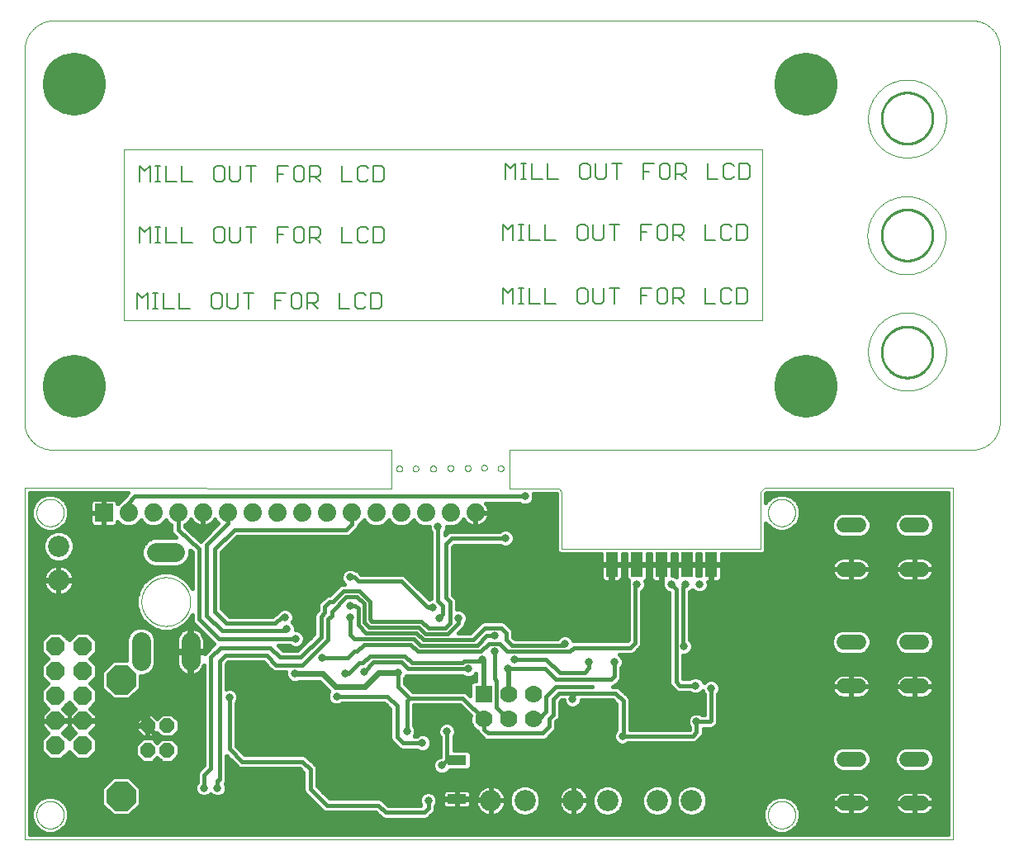
<source format=gbl>
G75*
%MOIN*%
%OFA0B0*%
%FSLAX25Y25*%
%IPPOS*%
%LPD*%
%AMOC8*
5,1,8,0,0,1.08239X$1,22.5*
%
%ADD10C,0.00000*%
%ADD11C,0.01000*%
%ADD12C,0.00004*%
%ADD13C,0.00600*%
%ADD14R,0.07400X0.07400*%
%ADD15C,0.07400*%
%ADD16C,0.06000*%
%ADD17C,0.08600*%
%ADD18OC8,0.05740*%
%ADD19OC8,0.11811*%
%ADD20OC8,0.07400*%
%ADD21C,0.07800*%
%ADD22R,0.07800X0.04000*%
%ADD23R,0.07000X0.07000*%
%ADD24C,0.07000*%
%ADD25R,0.05000X0.10000*%
%ADD26C,0.03169*%
%ADD27C,0.02400*%
%ADD28C,0.01600*%
%ADD29C,0.25400*%
D10*
X0006802Y0006921D02*
X0006802Y0148882D01*
X0154932Y0148654D01*
X0156901Y0156724D02*
X0156903Y0156793D01*
X0156909Y0156861D01*
X0156919Y0156929D01*
X0156933Y0156996D01*
X0156951Y0157063D01*
X0156972Y0157128D01*
X0156998Y0157192D01*
X0157027Y0157254D01*
X0157059Y0157314D01*
X0157095Y0157373D01*
X0157135Y0157429D01*
X0157177Y0157483D01*
X0157223Y0157534D01*
X0157272Y0157583D01*
X0157323Y0157629D01*
X0157377Y0157671D01*
X0157433Y0157711D01*
X0157491Y0157747D01*
X0157552Y0157779D01*
X0157614Y0157808D01*
X0157678Y0157834D01*
X0157743Y0157855D01*
X0157810Y0157873D01*
X0157877Y0157887D01*
X0157945Y0157897D01*
X0158013Y0157903D01*
X0158082Y0157905D01*
X0158151Y0157903D01*
X0158219Y0157897D01*
X0158287Y0157887D01*
X0158354Y0157873D01*
X0158421Y0157855D01*
X0158486Y0157834D01*
X0158550Y0157808D01*
X0158612Y0157779D01*
X0158672Y0157747D01*
X0158731Y0157711D01*
X0158787Y0157671D01*
X0158841Y0157629D01*
X0158892Y0157583D01*
X0158941Y0157534D01*
X0158987Y0157483D01*
X0159029Y0157429D01*
X0159069Y0157373D01*
X0159105Y0157314D01*
X0159137Y0157254D01*
X0159166Y0157192D01*
X0159192Y0157128D01*
X0159213Y0157063D01*
X0159231Y0156996D01*
X0159245Y0156929D01*
X0159255Y0156861D01*
X0159261Y0156793D01*
X0159263Y0156724D01*
X0159261Y0156655D01*
X0159255Y0156587D01*
X0159245Y0156519D01*
X0159231Y0156452D01*
X0159213Y0156385D01*
X0159192Y0156320D01*
X0159166Y0156256D01*
X0159137Y0156194D01*
X0159105Y0156133D01*
X0159069Y0156075D01*
X0159029Y0156019D01*
X0158987Y0155965D01*
X0158941Y0155914D01*
X0158892Y0155865D01*
X0158841Y0155819D01*
X0158787Y0155777D01*
X0158731Y0155737D01*
X0158673Y0155701D01*
X0158612Y0155669D01*
X0158550Y0155640D01*
X0158486Y0155614D01*
X0158421Y0155593D01*
X0158354Y0155575D01*
X0158287Y0155561D01*
X0158219Y0155551D01*
X0158151Y0155545D01*
X0158082Y0155543D01*
X0158013Y0155545D01*
X0157945Y0155551D01*
X0157877Y0155561D01*
X0157810Y0155575D01*
X0157743Y0155593D01*
X0157678Y0155614D01*
X0157614Y0155640D01*
X0157552Y0155669D01*
X0157491Y0155701D01*
X0157433Y0155737D01*
X0157377Y0155777D01*
X0157323Y0155819D01*
X0157272Y0155865D01*
X0157223Y0155914D01*
X0157177Y0155965D01*
X0157135Y0156019D01*
X0157095Y0156075D01*
X0157059Y0156133D01*
X0157027Y0156194D01*
X0156998Y0156256D01*
X0156972Y0156320D01*
X0156951Y0156385D01*
X0156933Y0156452D01*
X0156919Y0156519D01*
X0156909Y0156587D01*
X0156903Y0156655D01*
X0156901Y0156724D01*
X0163495Y0156724D02*
X0163497Y0156793D01*
X0163503Y0156861D01*
X0163513Y0156929D01*
X0163527Y0156996D01*
X0163545Y0157063D01*
X0163566Y0157128D01*
X0163592Y0157192D01*
X0163621Y0157254D01*
X0163653Y0157314D01*
X0163689Y0157373D01*
X0163729Y0157429D01*
X0163771Y0157483D01*
X0163817Y0157534D01*
X0163866Y0157583D01*
X0163917Y0157629D01*
X0163971Y0157671D01*
X0164027Y0157711D01*
X0164085Y0157747D01*
X0164146Y0157779D01*
X0164208Y0157808D01*
X0164272Y0157834D01*
X0164337Y0157855D01*
X0164404Y0157873D01*
X0164471Y0157887D01*
X0164539Y0157897D01*
X0164607Y0157903D01*
X0164676Y0157905D01*
X0164745Y0157903D01*
X0164813Y0157897D01*
X0164881Y0157887D01*
X0164948Y0157873D01*
X0165015Y0157855D01*
X0165080Y0157834D01*
X0165144Y0157808D01*
X0165206Y0157779D01*
X0165266Y0157747D01*
X0165325Y0157711D01*
X0165381Y0157671D01*
X0165435Y0157629D01*
X0165486Y0157583D01*
X0165535Y0157534D01*
X0165581Y0157483D01*
X0165623Y0157429D01*
X0165663Y0157373D01*
X0165699Y0157314D01*
X0165731Y0157254D01*
X0165760Y0157192D01*
X0165786Y0157128D01*
X0165807Y0157063D01*
X0165825Y0156996D01*
X0165839Y0156929D01*
X0165849Y0156861D01*
X0165855Y0156793D01*
X0165857Y0156724D01*
X0165855Y0156655D01*
X0165849Y0156587D01*
X0165839Y0156519D01*
X0165825Y0156452D01*
X0165807Y0156385D01*
X0165786Y0156320D01*
X0165760Y0156256D01*
X0165731Y0156194D01*
X0165699Y0156133D01*
X0165663Y0156075D01*
X0165623Y0156019D01*
X0165581Y0155965D01*
X0165535Y0155914D01*
X0165486Y0155865D01*
X0165435Y0155819D01*
X0165381Y0155777D01*
X0165325Y0155737D01*
X0165267Y0155701D01*
X0165206Y0155669D01*
X0165144Y0155640D01*
X0165080Y0155614D01*
X0165015Y0155593D01*
X0164948Y0155575D01*
X0164881Y0155561D01*
X0164813Y0155551D01*
X0164745Y0155545D01*
X0164676Y0155543D01*
X0164607Y0155545D01*
X0164539Y0155551D01*
X0164471Y0155561D01*
X0164404Y0155575D01*
X0164337Y0155593D01*
X0164272Y0155614D01*
X0164208Y0155640D01*
X0164146Y0155669D01*
X0164085Y0155701D01*
X0164027Y0155737D01*
X0163971Y0155777D01*
X0163917Y0155819D01*
X0163866Y0155865D01*
X0163817Y0155914D01*
X0163771Y0155965D01*
X0163729Y0156019D01*
X0163689Y0156075D01*
X0163653Y0156133D01*
X0163621Y0156194D01*
X0163592Y0156256D01*
X0163566Y0156320D01*
X0163545Y0156385D01*
X0163527Y0156452D01*
X0163513Y0156519D01*
X0163503Y0156587D01*
X0163497Y0156655D01*
X0163495Y0156724D01*
X0170582Y0156724D02*
X0170584Y0156793D01*
X0170590Y0156861D01*
X0170600Y0156929D01*
X0170614Y0156996D01*
X0170632Y0157063D01*
X0170653Y0157128D01*
X0170679Y0157192D01*
X0170708Y0157254D01*
X0170740Y0157314D01*
X0170776Y0157373D01*
X0170816Y0157429D01*
X0170858Y0157483D01*
X0170904Y0157534D01*
X0170953Y0157583D01*
X0171004Y0157629D01*
X0171058Y0157671D01*
X0171114Y0157711D01*
X0171172Y0157747D01*
X0171233Y0157779D01*
X0171295Y0157808D01*
X0171359Y0157834D01*
X0171424Y0157855D01*
X0171491Y0157873D01*
X0171558Y0157887D01*
X0171626Y0157897D01*
X0171694Y0157903D01*
X0171763Y0157905D01*
X0171832Y0157903D01*
X0171900Y0157897D01*
X0171968Y0157887D01*
X0172035Y0157873D01*
X0172102Y0157855D01*
X0172167Y0157834D01*
X0172231Y0157808D01*
X0172293Y0157779D01*
X0172353Y0157747D01*
X0172412Y0157711D01*
X0172468Y0157671D01*
X0172522Y0157629D01*
X0172573Y0157583D01*
X0172622Y0157534D01*
X0172668Y0157483D01*
X0172710Y0157429D01*
X0172750Y0157373D01*
X0172786Y0157314D01*
X0172818Y0157254D01*
X0172847Y0157192D01*
X0172873Y0157128D01*
X0172894Y0157063D01*
X0172912Y0156996D01*
X0172926Y0156929D01*
X0172936Y0156861D01*
X0172942Y0156793D01*
X0172944Y0156724D01*
X0172942Y0156655D01*
X0172936Y0156587D01*
X0172926Y0156519D01*
X0172912Y0156452D01*
X0172894Y0156385D01*
X0172873Y0156320D01*
X0172847Y0156256D01*
X0172818Y0156194D01*
X0172786Y0156133D01*
X0172750Y0156075D01*
X0172710Y0156019D01*
X0172668Y0155965D01*
X0172622Y0155914D01*
X0172573Y0155865D01*
X0172522Y0155819D01*
X0172468Y0155777D01*
X0172412Y0155737D01*
X0172354Y0155701D01*
X0172293Y0155669D01*
X0172231Y0155640D01*
X0172167Y0155614D01*
X0172102Y0155593D01*
X0172035Y0155575D01*
X0171968Y0155561D01*
X0171900Y0155551D01*
X0171832Y0155545D01*
X0171763Y0155543D01*
X0171694Y0155545D01*
X0171626Y0155551D01*
X0171558Y0155561D01*
X0171491Y0155575D01*
X0171424Y0155593D01*
X0171359Y0155614D01*
X0171295Y0155640D01*
X0171233Y0155669D01*
X0171172Y0155701D01*
X0171114Y0155737D01*
X0171058Y0155777D01*
X0171004Y0155819D01*
X0170953Y0155865D01*
X0170904Y0155914D01*
X0170858Y0155965D01*
X0170816Y0156019D01*
X0170776Y0156075D01*
X0170740Y0156133D01*
X0170708Y0156194D01*
X0170679Y0156256D01*
X0170653Y0156320D01*
X0170632Y0156385D01*
X0170614Y0156452D01*
X0170600Y0156519D01*
X0170590Y0156587D01*
X0170584Y0156655D01*
X0170582Y0156724D01*
X0177570Y0156921D02*
X0177572Y0156990D01*
X0177578Y0157058D01*
X0177588Y0157126D01*
X0177602Y0157193D01*
X0177620Y0157260D01*
X0177641Y0157325D01*
X0177667Y0157389D01*
X0177696Y0157451D01*
X0177728Y0157511D01*
X0177764Y0157570D01*
X0177804Y0157626D01*
X0177846Y0157680D01*
X0177892Y0157731D01*
X0177941Y0157780D01*
X0177992Y0157826D01*
X0178046Y0157868D01*
X0178102Y0157908D01*
X0178160Y0157944D01*
X0178221Y0157976D01*
X0178283Y0158005D01*
X0178347Y0158031D01*
X0178412Y0158052D01*
X0178479Y0158070D01*
X0178546Y0158084D01*
X0178614Y0158094D01*
X0178682Y0158100D01*
X0178751Y0158102D01*
X0178820Y0158100D01*
X0178888Y0158094D01*
X0178956Y0158084D01*
X0179023Y0158070D01*
X0179090Y0158052D01*
X0179155Y0158031D01*
X0179219Y0158005D01*
X0179281Y0157976D01*
X0179341Y0157944D01*
X0179400Y0157908D01*
X0179456Y0157868D01*
X0179510Y0157826D01*
X0179561Y0157780D01*
X0179610Y0157731D01*
X0179656Y0157680D01*
X0179698Y0157626D01*
X0179738Y0157570D01*
X0179774Y0157511D01*
X0179806Y0157451D01*
X0179835Y0157389D01*
X0179861Y0157325D01*
X0179882Y0157260D01*
X0179900Y0157193D01*
X0179914Y0157126D01*
X0179924Y0157058D01*
X0179930Y0156990D01*
X0179932Y0156921D01*
X0179930Y0156852D01*
X0179924Y0156784D01*
X0179914Y0156716D01*
X0179900Y0156649D01*
X0179882Y0156582D01*
X0179861Y0156517D01*
X0179835Y0156453D01*
X0179806Y0156391D01*
X0179774Y0156330D01*
X0179738Y0156272D01*
X0179698Y0156216D01*
X0179656Y0156162D01*
X0179610Y0156111D01*
X0179561Y0156062D01*
X0179510Y0156016D01*
X0179456Y0155974D01*
X0179400Y0155934D01*
X0179342Y0155898D01*
X0179281Y0155866D01*
X0179219Y0155837D01*
X0179155Y0155811D01*
X0179090Y0155790D01*
X0179023Y0155772D01*
X0178956Y0155758D01*
X0178888Y0155748D01*
X0178820Y0155742D01*
X0178751Y0155740D01*
X0178682Y0155742D01*
X0178614Y0155748D01*
X0178546Y0155758D01*
X0178479Y0155772D01*
X0178412Y0155790D01*
X0178347Y0155811D01*
X0178283Y0155837D01*
X0178221Y0155866D01*
X0178160Y0155898D01*
X0178102Y0155934D01*
X0178046Y0155974D01*
X0177992Y0156016D01*
X0177941Y0156062D01*
X0177892Y0156111D01*
X0177846Y0156162D01*
X0177804Y0156216D01*
X0177764Y0156272D01*
X0177728Y0156330D01*
X0177696Y0156391D01*
X0177667Y0156453D01*
X0177641Y0156517D01*
X0177620Y0156582D01*
X0177602Y0156649D01*
X0177588Y0156716D01*
X0177578Y0156784D01*
X0177572Y0156852D01*
X0177570Y0156921D01*
X0184558Y0156921D02*
X0184560Y0156990D01*
X0184566Y0157058D01*
X0184576Y0157126D01*
X0184590Y0157193D01*
X0184608Y0157260D01*
X0184629Y0157325D01*
X0184655Y0157389D01*
X0184684Y0157451D01*
X0184716Y0157511D01*
X0184752Y0157570D01*
X0184792Y0157626D01*
X0184834Y0157680D01*
X0184880Y0157731D01*
X0184929Y0157780D01*
X0184980Y0157826D01*
X0185034Y0157868D01*
X0185090Y0157908D01*
X0185148Y0157944D01*
X0185209Y0157976D01*
X0185271Y0158005D01*
X0185335Y0158031D01*
X0185400Y0158052D01*
X0185467Y0158070D01*
X0185534Y0158084D01*
X0185602Y0158094D01*
X0185670Y0158100D01*
X0185739Y0158102D01*
X0185808Y0158100D01*
X0185876Y0158094D01*
X0185944Y0158084D01*
X0186011Y0158070D01*
X0186078Y0158052D01*
X0186143Y0158031D01*
X0186207Y0158005D01*
X0186269Y0157976D01*
X0186329Y0157944D01*
X0186388Y0157908D01*
X0186444Y0157868D01*
X0186498Y0157826D01*
X0186549Y0157780D01*
X0186598Y0157731D01*
X0186644Y0157680D01*
X0186686Y0157626D01*
X0186726Y0157570D01*
X0186762Y0157511D01*
X0186794Y0157451D01*
X0186823Y0157389D01*
X0186849Y0157325D01*
X0186870Y0157260D01*
X0186888Y0157193D01*
X0186902Y0157126D01*
X0186912Y0157058D01*
X0186918Y0156990D01*
X0186920Y0156921D01*
X0186918Y0156852D01*
X0186912Y0156784D01*
X0186902Y0156716D01*
X0186888Y0156649D01*
X0186870Y0156582D01*
X0186849Y0156517D01*
X0186823Y0156453D01*
X0186794Y0156391D01*
X0186762Y0156330D01*
X0186726Y0156272D01*
X0186686Y0156216D01*
X0186644Y0156162D01*
X0186598Y0156111D01*
X0186549Y0156062D01*
X0186498Y0156016D01*
X0186444Y0155974D01*
X0186388Y0155934D01*
X0186330Y0155898D01*
X0186269Y0155866D01*
X0186207Y0155837D01*
X0186143Y0155811D01*
X0186078Y0155790D01*
X0186011Y0155772D01*
X0185944Y0155758D01*
X0185876Y0155748D01*
X0185808Y0155742D01*
X0185739Y0155740D01*
X0185670Y0155742D01*
X0185602Y0155748D01*
X0185534Y0155758D01*
X0185467Y0155772D01*
X0185400Y0155790D01*
X0185335Y0155811D01*
X0185271Y0155837D01*
X0185209Y0155866D01*
X0185148Y0155898D01*
X0185090Y0155934D01*
X0185034Y0155974D01*
X0184980Y0156016D01*
X0184929Y0156062D01*
X0184880Y0156111D01*
X0184834Y0156162D01*
X0184792Y0156216D01*
X0184752Y0156272D01*
X0184716Y0156330D01*
X0184684Y0156391D01*
X0184655Y0156453D01*
X0184629Y0156517D01*
X0184608Y0156582D01*
X0184590Y0156649D01*
X0184576Y0156716D01*
X0184566Y0156784D01*
X0184560Y0156852D01*
X0184558Y0156921D01*
X0191153Y0157020D02*
X0191155Y0157089D01*
X0191161Y0157157D01*
X0191171Y0157225D01*
X0191185Y0157292D01*
X0191203Y0157359D01*
X0191224Y0157424D01*
X0191250Y0157488D01*
X0191279Y0157550D01*
X0191311Y0157610D01*
X0191347Y0157669D01*
X0191387Y0157725D01*
X0191429Y0157779D01*
X0191475Y0157830D01*
X0191524Y0157879D01*
X0191575Y0157925D01*
X0191629Y0157967D01*
X0191685Y0158007D01*
X0191743Y0158043D01*
X0191804Y0158075D01*
X0191866Y0158104D01*
X0191930Y0158130D01*
X0191995Y0158151D01*
X0192062Y0158169D01*
X0192129Y0158183D01*
X0192197Y0158193D01*
X0192265Y0158199D01*
X0192334Y0158201D01*
X0192403Y0158199D01*
X0192471Y0158193D01*
X0192539Y0158183D01*
X0192606Y0158169D01*
X0192673Y0158151D01*
X0192738Y0158130D01*
X0192802Y0158104D01*
X0192864Y0158075D01*
X0192924Y0158043D01*
X0192983Y0158007D01*
X0193039Y0157967D01*
X0193093Y0157925D01*
X0193144Y0157879D01*
X0193193Y0157830D01*
X0193239Y0157779D01*
X0193281Y0157725D01*
X0193321Y0157669D01*
X0193357Y0157610D01*
X0193389Y0157550D01*
X0193418Y0157488D01*
X0193444Y0157424D01*
X0193465Y0157359D01*
X0193483Y0157292D01*
X0193497Y0157225D01*
X0193507Y0157157D01*
X0193513Y0157089D01*
X0193515Y0157020D01*
X0193513Y0156951D01*
X0193507Y0156883D01*
X0193497Y0156815D01*
X0193483Y0156748D01*
X0193465Y0156681D01*
X0193444Y0156616D01*
X0193418Y0156552D01*
X0193389Y0156490D01*
X0193357Y0156429D01*
X0193321Y0156371D01*
X0193281Y0156315D01*
X0193239Y0156261D01*
X0193193Y0156210D01*
X0193144Y0156161D01*
X0193093Y0156115D01*
X0193039Y0156073D01*
X0192983Y0156033D01*
X0192925Y0155997D01*
X0192864Y0155965D01*
X0192802Y0155936D01*
X0192738Y0155910D01*
X0192673Y0155889D01*
X0192606Y0155871D01*
X0192539Y0155857D01*
X0192471Y0155847D01*
X0192403Y0155841D01*
X0192334Y0155839D01*
X0192265Y0155841D01*
X0192197Y0155847D01*
X0192129Y0155857D01*
X0192062Y0155871D01*
X0191995Y0155889D01*
X0191930Y0155910D01*
X0191866Y0155936D01*
X0191804Y0155965D01*
X0191743Y0155997D01*
X0191685Y0156033D01*
X0191629Y0156073D01*
X0191575Y0156115D01*
X0191524Y0156161D01*
X0191475Y0156210D01*
X0191429Y0156261D01*
X0191387Y0156315D01*
X0191347Y0156371D01*
X0191311Y0156429D01*
X0191279Y0156490D01*
X0191250Y0156552D01*
X0191224Y0156616D01*
X0191203Y0156681D01*
X0191185Y0156748D01*
X0191171Y0156815D01*
X0191161Y0156883D01*
X0191155Y0156951D01*
X0191153Y0157020D01*
X0197846Y0156823D02*
X0197848Y0156892D01*
X0197854Y0156960D01*
X0197864Y0157028D01*
X0197878Y0157095D01*
X0197896Y0157162D01*
X0197917Y0157227D01*
X0197943Y0157291D01*
X0197972Y0157353D01*
X0198004Y0157413D01*
X0198040Y0157472D01*
X0198080Y0157528D01*
X0198122Y0157582D01*
X0198168Y0157633D01*
X0198217Y0157682D01*
X0198268Y0157728D01*
X0198322Y0157770D01*
X0198378Y0157810D01*
X0198436Y0157846D01*
X0198497Y0157878D01*
X0198559Y0157907D01*
X0198623Y0157933D01*
X0198688Y0157954D01*
X0198755Y0157972D01*
X0198822Y0157986D01*
X0198890Y0157996D01*
X0198958Y0158002D01*
X0199027Y0158004D01*
X0199096Y0158002D01*
X0199164Y0157996D01*
X0199232Y0157986D01*
X0199299Y0157972D01*
X0199366Y0157954D01*
X0199431Y0157933D01*
X0199495Y0157907D01*
X0199557Y0157878D01*
X0199617Y0157846D01*
X0199676Y0157810D01*
X0199732Y0157770D01*
X0199786Y0157728D01*
X0199837Y0157682D01*
X0199886Y0157633D01*
X0199932Y0157582D01*
X0199974Y0157528D01*
X0200014Y0157472D01*
X0200050Y0157413D01*
X0200082Y0157353D01*
X0200111Y0157291D01*
X0200137Y0157227D01*
X0200158Y0157162D01*
X0200176Y0157095D01*
X0200190Y0157028D01*
X0200200Y0156960D01*
X0200206Y0156892D01*
X0200208Y0156823D01*
X0200206Y0156754D01*
X0200200Y0156686D01*
X0200190Y0156618D01*
X0200176Y0156551D01*
X0200158Y0156484D01*
X0200137Y0156419D01*
X0200111Y0156355D01*
X0200082Y0156293D01*
X0200050Y0156232D01*
X0200014Y0156174D01*
X0199974Y0156118D01*
X0199932Y0156064D01*
X0199886Y0156013D01*
X0199837Y0155964D01*
X0199786Y0155918D01*
X0199732Y0155876D01*
X0199676Y0155836D01*
X0199618Y0155800D01*
X0199557Y0155768D01*
X0199495Y0155739D01*
X0199431Y0155713D01*
X0199366Y0155692D01*
X0199299Y0155674D01*
X0199232Y0155660D01*
X0199164Y0155650D01*
X0199096Y0155644D01*
X0199027Y0155642D01*
X0198958Y0155644D01*
X0198890Y0155650D01*
X0198822Y0155660D01*
X0198755Y0155674D01*
X0198688Y0155692D01*
X0198623Y0155713D01*
X0198559Y0155739D01*
X0198497Y0155768D01*
X0198436Y0155800D01*
X0198378Y0155836D01*
X0198322Y0155876D01*
X0198268Y0155918D01*
X0198217Y0155964D01*
X0198168Y0156013D01*
X0198122Y0156064D01*
X0198080Y0156118D01*
X0198040Y0156174D01*
X0198004Y0156232D01*
X0197972Y0156293D01*
X0197943Y0156355D01*
X0197917Y0156419D01*
X0197896Y0156484D01*
X0197878Y0156551D01*
X0197864Y0156618D01*
X0197854Y0156686D01*
X0197848Y0156754D01*
X0197846Y0156823D01*
X0202570Y0148654D02*
X0222550Y0148654D01*
X0223731Y0147472D01*
X0223731Y0124244D01*
X0304046Y0124244D01*
X0304046Y0147472D01*
X0305456Y0148882D01*
X0381503Y0148882D01*
X0381503Y0006921D01*
X0006802Y0006921D01*
X0011652Y0016898D02*
X0011654Y0017046D01*
X0011660Y0017194D01*
X0011670Y0017342D01*
X0011684Y0017489D01*
X0011702Y0017636D01*
X0011723Y0017782D01*
X0011749Y0017928D01*
X0011779Y0018073D01*
X0011812Y0018217D01*
X0011850Y0018360D01*
X0011891Y0018502D01*
X0011936Y0018643D01*
X0011984Y0018783D01*
X0012037Y0018922D01*
X0012093Y0019059D01*
X0012153Y0019194D01*
X0012216Y0019328D01*
X0012283Y0019460D01*
X0012354Y0019590D01*
X0012428Y0019718D01*
X0012505Y0019844D01*
X0012586Y0019968D01*
X0012670Y0020090D01*
X0012757Y0020209D01*
X0012848Y0020326D01*
X0012942Y0020441D01*
X0013038Y0020553D01*
X0013138Y0020663D01*
X0013240Y0020769D01*
X0013346Y0020873D01*
X0013454Y0020974D01*
X0013565Y0021072D01*
X0013678Y0021168D01*
X0013794Y0021260D01*
X0013912Y0021349D01*
X0014033Y0021434D01*
X0014156Y0021517D01*
X0014281Y0021596D01*
X0014408Y0021672D01*
X0014537Y0021744D01*
X0014668Y0021813D01*
X0014801Y0021878D01*
X0014936Y0021939D01*
X0015072Y0021997D01*
X0015209Y0022052D01*
X0015348Y0022102D01*
X0015489Y0022149D01*
X0015630Y0022192D01*
X0015773Y0022232D01*
X0015917Y0022267D01*
X0016061Y0022299D01*
X0016207Y0022326D01*
X0016353Y0022350D01*
X0016500Y0022370D01*
X0016647Y0022386D01*
X0016794Y0022398D01*
X0016942Y0022406D01*
X0017090Y0022410D01*
X0017238Y0022410D01*
X0017386Y0022406D01*
X0017534Y0022398D01*
X0017681Y0022386D01*
X0017828Y0022370D01*
X0017975Y0022350D01*
X0018121Y0022326D01*
X0018267Y0022299D01*
X0018411Y0022267D01*
X0018555Y0022232D01*
X0018698Y0022192D01*
X0018839Y0022149D01*
X0018980Y0022102D01*
X0019119Y0022052D01*
X0019256Y0021997D01*
X0019392Y0021939D01*
X0019527Y0021878D01*
X0019660Y0021813D01*
X0019791Y0021744D01*
X0019920Y0021672D01*
X0020047Y0021596D01*
X0020172Y0021517D01*
X0020295Y0021434D01*
X0020416Y0021349D01*
X0020534Y0021260D01*
X0020650Y0021168D01*
X0020763Y0021072D01*
X0020874Y0020974D01*
X0020982Y0020873D01*
X0021088Y0020769D01*
X0021190Y0020663D01*
X0021290Y0020553D01*
X0021386Y0020441D01*
X0021480Y0020326D01*
X0021571Y0020209D01*
X0021658Y0020090D01*
X0021742Y0019968D01*
X0021823Y0019844D01*
X0021900Y0019718D01*
X0021974Y0019590D01*
X0022045Y0019460D01*
X0022112Y0019328D01*
X0022175Y0019194D01*
X0022235Y0019059D01*
X0022291Y0018922D01*
X0022344Y0018783D01*
X0022392Y0018643D01*
X0022437Y0018502D01*
X0022478Y0018360D01*
X0022516Y0018217D01*
X0022549Y0018073D01*
X0022579Y0017928D01*
X0022605Y0017782D01*
X0022626Y0017636D01*
X0022644Y0017489D01*
X0022658Y0017342D01*
X0022668Y0017194D01*
X0022674Y0017046D01*
X0022676Y0016898D01*
X0022674Y0016750D01*
X0022668Y0016602D01*
X0022658Y0016454D01*
X0022644Y0016307D01*
X0022626Y0016160D01*
X0022605Y0016014D01*
X0022579Y0015868D01*
X0022549Y0015723D01*
X0022516Y0015579D01*
X0022478Y0015436D01*
X0022437Y0015294D01*
X0022392Y0015153D01*
X0022344Y0015013D01*
X0022291Y0014874D01*
X0022235Y0014737D01*
X0022175Y0014602D01*
X0022112Y0014468D01*
X0022045Y0014336D01*
X0021974Y0014206D01*
X0021900Y0014078D01*
X0021823Y0013952D01*
X0021742Y0013828D01*
X0021658Y0013706D01*
X0021571Y0013587D01*
X0021480Y0013470D01*
X0021386Y0013355D01*
X0021290Y0013243D01*
X0021190Y0013133D01*
X0021088Y0013027D01*
X0020982Y0012923D01*
X0020874Y0012822D01*
X0020763Y0012724D01*
X0020650Y0012628D01*
X0020534Y0012536D01*
X0020416Y0012447D01*
X0020295Y0012362D01*
X0020172Y0012279D01*
X0020047Y0012200D01*
X0019920Y0012124D01*
X0019791Y0012052D01*
X0019660Y0011983D01*
X0019527Y0011918D01*
X0019392Y0011857D01*
X0019256Y0011799D01*
X0019119Y0011744D01*
X0018980Y0011694D01*
X0018839Y0011647D01*
X0018698Y0011604D01*
X0018555Y0011564D01*
X0018411Y0011529D01*
X0018267Y0011497D01*
X0018121Y0011470D01*
X0017975Y0011446D01*
X0017828Y0011426D01*
X0017681Y0011410D01*
X0017534Y0011398D01*
X0017386Y0011390D01*
X0017238Y0011386D01*
X0017090Y0011386D01*
X0016942Y0011390D01*
X0016794Y0011398D01*
X0016647Y0011410D01*
X0016500Y0011426D01*
X0016353Y0011446D01*
X0016207Y0011470D01*
X0016061Y0011497D01*
X0015917Y0011529D01*
X0015773Y0011564D01*
X0015630Y0011604D01*
X0015489Y0011647D01*
X0015348Y0011694D01*
X0015209Y0011744D01*
X0015072Y0011799D01*
X0014936Y0011857D01*
X0014801Y0011918D01*
X0014668Y0011983D01*
X0014537Y0012052D01*
X0014408Y0012124D01*
X0014281Y0012200D01*
X0014156Y0012279D01*
X0014033Y0012362D01*
X0013912Y0012447D01*
X0013794Y0012536D01*
X0013678Y0012628D01*
X0013565Y0012724D01*
X0013454Y0012822D01*
X0013346Y0012923D01*
X0013240Y0013027D01*
X0013138Y0013133D01*
X0013038Y0013243D01*
X0012942Y0013355D01*
X0012848Y0013470D01*
X0012757Y0013587D01*
X0012670Y0013706D01*
X0012586Y0013828D01*
X0012505Y0013952D01*
X0012428Y0014078D01*
X0012354Y0014206D01*
X0012283Y0014336D01*
X0012216Y0014468D01*
X0012153Y0014602D01*
X0012093Y0014737D01*
X0012037Y0014874D01*
X0011984Y0015013D01*
X0011936Y0015153D01*
X0011891Y0015294D01*
X0011850Y0015436D01*
X0011812Y0015579D01*
X0011779Y0015723D01*
X0011749Y0015868D01*
X0011723Y0016014D01*
X0011702Y0016160D01*
X0011684Y0016307D01*
X0011670Y0016454D01*
X0011660Y0016602D01*
X0011654Y0016750D01*
X0011652Y0016898D01*
X0054046Y0102984D02*
X0054049Y0103226D01*
X0054058Y0103467D01*
X0054073Y0103708D01*
X0054093Y0103949D01*
X0054120Y0104189D01*
X0054153Y0104428D01*
X0054191Y0104667D01*
X0054235Y0104904D01*
X0054285Y0105141D01*
X0054341Y0105376D01*
X0054403Y0105609D01*
X0054470Y0105841D01*
X0054543Y0106072D01*
X0054621Y0106300D01*
X0054706Y0106526D01*
X0054795Y0106751D01*
X0054890Y0106973D01*
X0054991Y0107192D01*
X0055097Y0107410D01*
X0055208Y0107624D01*
X0055325Y0107836D01*
X0055446Y0108044D01*
X0055573Y0108250D01*
X0055705Y0108452D01*
X0055842Y0108652D01*
X0055983Y0108847D01*
X0056129Y0109040D01*
X0056280Y0109228D01*
X0056436Y0109413D01*
X0056596Y0109594D01*
X0056760Y0109771D01*
X0056929Y0109944D01*
X0057102Y0110113D01*
X0057279Y0110277D01*
X0057460Y0110437D01*
X0057645Y0110593D01*
X0057833Y0110744D01*
X0058026Y0110890D01*
X0058221Y0111031D01*
X0058421Y0111168D01*
X0058623Y0111300D01*
X0058829Y0111427D01*
X0059037Y0111548D01*
X0059249Y0111665D01*
X0059463Y0111776D01*
X0059681Y0111882D01*
X0059900Y0111983D01*
X0060122Y0112078D01*
X0060347Y0112167D01*
X0060573Y0112252D01*
X0060801Y0112330D01*
X0061032Y0112403D01*
X0061264Y0112470D01*
X0061497Y0112532D01*
X0061732Y0112588D01*
X0061969Y0112638D01*
X0062206Y0112682D01*
X0062445Y0112720D01*
X0062684Y0112753D01*
X0062924Y0112780D01*
X0063165Y0112800D01*
X0063406Y0112815D01*
X0063647Y0112824D01*
X0063889Y0112827D01*
X0064131Y0112824D01*
X0064372Y0112815D01*
X0064613Y0112800D01*
X0064854Y0112780D01*
X0065094Y0112753D01*
X0065333Y0112720D01*
X0065572Y0112682D01*
X0065809Y0112638D01*
X0066046Y0112588D01*
X0066281Y0112532D01*
X0066514Y0112470D01*
X0066746Y0112403D01*
X0066977Y0112330D01*
X0067205Y0112252D01*
X0067431Y0112167D01*
X0067656Y0112078D01*
X0067878Y0111983D01*
X0068097Y0111882D01*
X0068315Y0111776D01*
X0068529Y0111665D01*
X0068741Y0111548D01*
X0068949Y0111427D01*
X0069155Y0111300D01*
X0069357Y0111168D01*
X0069557Y0111031D01*
X0069752Y0110890D01*
X0069945Y0110744D01*
X0070133Y0110593D01*
X0070318Y0110437D01*
X0070499Y0110277D01*
X0070676Y0110113D01*
X0070849Y0109944D01*
X0071018Y0109771D01*
X0071182Y0109594D01*
X0071342Y0109413D01*
X0071498Y0109228D01*
X0071649Y0109040D01*
X0071795Y0108847D01*
X0071936Y0108652D01*
X0072073Y0108452D01*
X0072205Y0108250D01*
X0072332Y0108044D01*
X0072453Y0107836D01*
X0072570Y0107624D01*
X0072681Y0107410D01*
X0072787Y0107192D01*
X0072888Y0106973D01*
X0072983Y0106751D01*
X0073072Y0106526D01*
X0073157Y0106300D01*
X0073235Y0106072D01*
X0073308Y0105841D01*
X0073375Y0105609D01*
X0073437Y0105376D01*
X0073493Y0105141D01*
X0073543Y0104904D01*
X0073587Y0104667D01*
X0073625Y0104428D01*
X0073658Y0104189D01*
X0073685Y0103949D01*
X0073705Y0103708D01*
X0073720Y0103467D01*
X0073729Y0103226D01*
X0073732Y0102984D01*
X0073729Y0102742D01*
X0073720Y0102501D01*
X0073705Y0102260D01*
X0073685Y0102019D01*
X0073658Y0101779D01*
X0073625Y0101540D01*
X0073587Y0101301D01*
X0073543Y0101064D01*
X0073493Y0100827D01*
X0073437Y0100592D01*
X0073375Y0100359D01*
X0073308Y0100127D01*
X0073235Y0099896D01*
X0073157Y0099668D01*
X0073072Y0099442D01*
X0072983Y0099217D01*
X0072888Y0098995D01*
X0072787Y0098776D01*
X0072681Y0098558D01*
X0072570Y0098344D01*
X0072453Y0098132D01*
X0072332Y0097924D01*
X0072205Y0097718D01*
X0072073Y0097516D01*
X0071936Y0097316D01*
X0071795Y0097121D01*
X0071649Y0096928D01*
X0071498Y0096740D01*
X0071342Y0096555D01*
X0071182Y0096374D01*
X0071018Y0096197D01*
X0070849Y0096024D01*
X0070676Y0095855D01*
X0070499Y0095691D01*
X0070318Y0095531D01*
X0070133Y0095375D01*
X0069945Y0095224D01*
X0069752Y0095078D01*
X0069557Y0094937D01*
X0069357Y0094800D01*
X0069155Y0094668D01*
X0068949Y0094541D01*
X0068741Y0094420D01*
X0068529Y0094303D01*
X0068315Y0094192D01*
X0068097Y0094086D01*
X0067878Y0093985D01*
X0067656Y0093890D01*
X0067431Y0093801D01*
X0067205Y0093716D01*
X0066977Y0093638D01*
X0066746Y0093565D01*
X0066514Y0093498D01*
X0066281Y0093436D01*
X0066046Y0093380D01*
X0065809Y0093330D01*
X0065572Y0093286D01*
X0065333Y0093248D01*
X0065094Y0093215D01*
X0064854Y0093188D01*
X0064613Y0093168D01*
X0064372Y0093153D01*
X0064131Y0093144D01*
X0063889Y0093141D01*
X0063647Y0093144D01*
X0063406Y0093153D01*
X0063165Y0093168D01*
X0062924Y0093188D01*
X0062684Y0093215D01*
X0062445Y0093248D01*
X0062206Y0093286D01*
X0061969Y0093330D01*
X0061732Y0093380D01*
X0061497Y0093436D01*
X0061264Y0093498D01*
X0061032Y0093565D01*
X0060801Y0093638D01*
X0060573Y0093716D01*
X0060347Y0093801D01*
X0060122Y0093890D01*
X0059900Y0093985D01*
X0059681Y0094086D01*
X0059463Y0094192D01*
X0059249Y0094303D01*
X0059037Y0094420D01*
X0058829Y0094541D01*
X0058623Y0094668D01*
X0058421Y0094800D01*
X0058221Y0094937D01*
X0058026Y0095078D01*
X0057833Y0095224D01*
X0057645Y0095375D01*
X0057460Y0095531D01*
X0057279Y0095691D01*
X0057102Y0095855D01*
X0056929Y0096024D01*
X0056760Y0096197D01*
X0056596Y0096374D01*
X0056436Y0096555D01*
X0056280Y0096740D01*
X0056129Y0096928D01*
X0055983Y0097121D01*
X0055842Y0097316D01*
X0055705Y0097516D01*
X0055573Y0097718D01*
X0055446Y0097924D01*
X0055325Y0098132D01*
X0055208Y0098344D01*
X0055097Y0098558D01*
X0054991Y0098776D01*
X0054890Y0098995D01*
X0054795Y0099217D01*
X0054706Y0099442D01*
X0054621Y0099668D01*
X0054543Y0099896D01*
X0054470Y0100127D01*
X0054403Y0100359D01*
X0054341Y0100592D01*
X0054285Y0100827D01*
X0054235Y0101064D01*
X0054191Y0101301D01*
X0054153Y0101540D01*
X0054120Y0101779D01*
X0054093Y0102019D01*
X0054073Y0102260D01*
X0054058Y0102501D01*
X0054049Y0102742D01*
X0054046Y0102984D01*
X0011652Y0138945D02*
X0011654Y0139093D01*
X0011660Y0139241D01*
X0011670Y0139389D01*
X0011684Y0139536D01*
X0011702Y0139683D01*
X0011723Y0139829D01*
X0011749Y0139975D01*
X0011779Y0140120D01*
X0011812Y0140264D01*
X0011850Y0140407D01*
X0011891Y0140549D01*
X0011936Y0140690D01*
X0011984Y0140830D01*
X0012037Y0140969D01*
X0012093Y0141106D01*
X0012153Y0141241D01*
X0012216Y0141375D01*
X0012283Y0141507D01*
X0012354Y0141637D01*
X0012428Y0141765D01*
X0012505Y0141891D01*
X0012586Y0142015D01*
X0012670Y0142137D01*
X0012757Y0142256D01*
X0012848Y0142373D01*
X0012942Y0142488D01*
X0013038Y0142600D01*
X0013138Y0142710D01*
X0013240Y0142816D01*
X0013346Y0142920D01*
X0013454Y0143021D01*
X0013565Y0143119D01*
X0013678Y0143215D01*
X0013794Y0143307D01*
X0013912Y0143396D01*
X0014033Y0143481D01*
X0014156Y0143564D01*
X0014281Y0143643D01*
X0014408Y0143719D01*
X0014537Y0143791D01*
X0014668Y0143860D01*
X0014801Y0143925D01*
X0014936Y0143986D01*
X0015072Y0144044D01*
X0015209Y0144099D01*
X0015348Y0144149D01*
X0015489Y0144196D01*
X0015630Y0144239D01*
X0015773Y0144279D01*
X0015917Y0144314D01*
X0016061Y0144346D01*
X0016207Y0144373D01*
X0016353Y0144397D01*
X0016500Y0144417D01*
X0016647Y0144433D01*
X0016794Y0144445D01*
X0016942Y0144453D01*
X0017090Y0144457D01*
X0017238Y0144457D01*
X0017386Y0144453D01*
X0017534Y0144445D01*
X0017681Y0144433D01*
X0017828Y0144417D01*
X0017975Y0144397D01*
X0018121Y0144373D01*
X0018267Y0144346D01*
X0018411Y0144314D01*
X0018555Y0144279D01*
X0018698Y0144239D01*
X0018839Y0144196D01*
X0018980Y0144149D01*
X0019119Y0144099D01*
X0019256Y0144044D01*
X0019392Y0143986D01*
X0019527Y0143925D01*
X0019660Y0143860D01*
X0019791Y0143791D01*
X0019920Y0143719D01*
X0020047Y0143643D01*
X0020172Y0143564D01*
X0020295Y0143481D01*
X0020416Y0143396D01*
X0020534Y0143307D01*
X0020650Y0143215D01*
X0020763Y0143119D01*
X0020874Y0143021D01*
X0020982Y0142920D01*
X0021088Y0142816D01*
X0021190Y0142710D01*
X0021290Y0142600D01*
X0021386Y0142488D01*
X0021480Y0142373D01*
X0021571Y0142256D01*
X0021658Y0142137D01*
X0021742Y0142015D01*
X0021823Y0141891D01*
X0021900Y0141765D01*
X0021974Y0141637D01*
X0022045Y0141507D01*
X0022112Y0141375D01*
X0022175Y0141241D01*
X0022235Y0141106D01*
X0022291Y0140969D01*
X0022344Y0140830D01*
X0022392Y0140690D01*
X0022437Y0140549D01*
X0022478Y0140407D01*
X0022516Y0140264D01*
X0022549Y0140120D01*
X0022579Y0139975D01*
X0022605Y0139829D01*
X0022626Y0139683D01*
X0022644Y0139536D01*
X0022658Y0139389D01*
X0022668Y0139241D01*
X0022674Y0139093D01*
X0022676Y0138945D01*
X0022674Y0138797D01*
X0022668Y0138649D01*
X0022658Y0138501D01*
X0022644Y0138354D01*
X0022626Y0138207D01*
X0022605Y0138061D01*
X0022579Y0137915D01*
X0022549Y0137770D01*
X0022516Y0137626D01*
X0022478Y0137483D01*
X0022437Y0137341D01*
X0022392Y0137200D01*
X0022344Y0137060D01*
X0022291Y0136921D01*
X0022235Y0136784D01*
X0022175Y0136649D01*
X0022112Y0136515D01*
X0022045Y0136383D01*
X0021974Y0136253D01*
X0021900Y0136125D01*
X0021823Y0135999D01*
X0021742Y0135875D01*
X0021658Y0135753D01*
X0021571Y0135634D01*
X0021480Y0135517D01*
X0021386Y0135402D01*
X0021290Y0135290D01*
X0021190Y0135180D01*
X0021088Y0135074D01*
X0020982Y0134970D01*
X0020874Y0134869D01*
X0020763Y0134771D01*
X0020650Y0134675D01*
X0020534Y0134583D01*
X0020416Y0134494D01*
X0020295Y0134409D01*
X0020172Y0134326D01*
X0020047Y0134247D01*
X0019920Y0134171D01*
X0019791Y0134099D01*
X0019660Y0134030D01*
X0019527Y0133965D01*
X0019392Y0133904D01*
X0019256Y0133846D01*
X0019119Y0133791D01*
X0018980Y0133741D01*
X0018839Y0133694D01*
X0018698Y0133651D01*
X0018555Y0133611D01*
X0018411Y0133576D01*
X0018267Y0133544D01*
X0018121Y0133517D01*
X0017975Y0133493D01*
X0017828Y0133473D01*
X0017681Y0133457D01*
X0017534Y0133445D01*
X0017386Y0133437D01*
X0017238Y0133433D01*
X0017090Y0133433D01*
X0016942Y0133437D01*
X0016794Y0133445D01*
X0016647Y0133457D01*
X0016500Y0133473D01*
X0016353Y0133493D01*
X0016207Y0133517D01*
X0016061Y0133544D01*
X0015917Y0133576D01*
X0015773Y0133611D01*
X0015630Y0133651D01*
X0015489Y0133694D01*
X0015348Y0133741D01*
X0015209Y0133791D01*
X0015072Y0133846D01*
X0014936Y0133904D01*
X0014801Y0133965D01*
X0014668Y0134030D01*
X0014537Y0134099D01*
X0014408Y0134171D01*
X0014281Y0134247D01*
X0014156Y0134326D01*
X0014033Y0134409D01*
X0013912Y0134494D01*
X0013794Y0134583D01*
X0013678Y0134675D01*
X0013565Y0134771D01*
X0013454Y0134869D01*
X0013346Y0134970D01*
X0013240Y0135074D01*
X0013138Y0135180D01*
X0013038Y0135290D01*
X0012942Y0135402D01*
X0012848Y0135517D01*
X0012757Y0135634D01*
X0012670Y0135753D01*
X0012586Y0135875D01*
X0012505Y0135999D01*
X0012428Y0136125D01*
X0012354Y0136253D01*
X0012283Y0136383D01*
X0012216Y0136515D01*
X0012153Y0136649D01*
X0012093Y0136784D01*
X0012037Y0136921D01*
X0011984Y0137060D01*
X0011936Y0137200D01*
X0011891Y0137341D01*
X0011850Y0137483D01*
X0011812Y0137626D01*
X0011779Y0137770D01*
X0011749Y0137915D01*
X0011723Y0138061D01*
X0011702Y0138207D01*
X0011684Y0138354D01*
X0011670Y0138501D01*
X0011660Y0138649D01*
X0011654Y0138797D01*
X0011652Y0138945D01*
X0306928Y0138945D02*
X0306930Y0139093D01*
X0306936Y0139241D01*
X0306946Y0139389D01*
X0306960Y0139536D01*
X0306978Y0139683D01*
X0306999Y0139829D01*
X0307025Y0139975D01*
X0307055Y0140120D01*
X0307088Y0140264D01*
X0307126Y0140407D01*
X0307167Y0140549D01*
X0307212Y0140690D01*
X0307260Y0140830D01*
X0307313Y0140969D01*
X0307369Y0141106D01*
X0307429Y0141241D01*
X0307492Y0141375D01*
X0307559Y0141507D01*
X0307630Y0141637D01*
X0307704Y0141765D01*
X0307781Y0141891D01*
X0307862Y0142015D01*
X0307946Y0142137D01*
X0308033Y0142256D01*
X0308124Y0142373D01*
X0308218Y0142488D01*
X0308314Y0142600D01*
X0308414Y0142710D01*
X0308516Y0142816D01*
X0308622Y0142920D01*
X0308730Y0143021D01*
X0308841Y0143119D01*
X0308954Y0143215D01*
X0309070Y0143307D01*
X0309188Y0143396D01*
X0309309Y0143481D01*
X0309432Y0143564D01*
X0309557Y0143643D01*
X0309684Y0143719D01*
X0309813Y0143791D01*
X0309944Y0143860D01*
X0310077Y0143925D01*
X0310212Y0143986D01*
X0310348Y0144044D01*
X0310485Y0144099D01*
X0310624Y0144149D01*
X0310765Y0144196D01*
X0310906Y0144239D01*
X0311049Y0144279D01*
X0311193Y0144314D01*
X0311337Y0144346D01*
X0311483Y0144373D01*
X0311629Y0144397D01*
X0311776Y0144417D01*
X0311923Y0144433D01*
X0312070Y0144445D01*
X0312218Y0144453D01*
X0312366Y0144457D01*
X0312514Y0144457D01*
X0312662Y0144453D01*
X0312810Y0144445D01*
X0312957Y0144433D01*
X0313104Y0144417D01*
X0313251Y0144397D01*
X0313397Y0144373D01*
X0313543Y0144346D01*
X0313687Y0144314D01*
X0313831Y0144279D01*
X0313974Y0144239D01*
X0314115Y0144196D01*
X0314256Y0144149D01*
X0314395Y0144099D01*
X0314532Y0144044D01*
X0314668Y0143986D01*
X0314803Y0143925D01*
X0314936Y0143860D01*
X0315067Y0143791D01*
X0315196Y0143719D01*
X0315323Y0143643D01*
X0315448Y0143564D01*
X0315571Y0143481D01*
X0315692Y0143396D01*
X0315810Y0143307D01*
X0315926Y0143215D01*
X0316039Y0143119D01*
X0316150Y0143021D01*
X0316258Y0142920D01*
X0316364Y0142816D01*
X0316466Y0142710D01*
X0316566Y0142600D01*
X0316662Y0142488D01*
X0316756Y0142373D01*
X0316847Y0142256D01*
X0316934Y0142137D01*
X0317018Y0142015D01*
X0317099Y0141891D01*
X0317176Y0141765D01*
X0317250Y0141637D01*
X0317321Y0141507D01*
X0317388Y0141375D01*
X0317451Y0141241D01*
X0317511Y0141106D01*
X0317567Y0140969D01*
X0317620Y0140830D01*
X0317668Y0140690D01*
X0317713Y0140549D01*
X0317754Y0140407D01*
X0317792Y0140264D01*
X0317825Y0140120D01*
X0317855Y0139975D01*
X0317881Y0139829D01*
X0317902Y0139683D01*
X0317920Y0139536D01*
X0317934Y0139389D01*
X0317944Y0139241D01*
X0317950Y0139093D01*
X0317952Y0138945D01*
X0317950Y0138797D01*
X0317944Y0138649D01*
X0317934Y0138501D01*
X0317920Y0138354D01*
X0317902Y0138207D01*
X0317881Y0138061D01*
X0317855Y0137915D01*
X0317825Y0137770D01*
X0317792Y0137626D01*
X0317754Y0137483D01*
X0317713Y0137341D01*
X0317668Y0137200D01*
X0317620Y0137060D01*
X0317567Y0136921D01*
X0317511Y0136784D01*
X0317451Y0136649D01*
X0317388Y0136515D01*
X0317321Y0136383D01*
X0317250Y0136253D01*
X0317176Y0136125D01*
X0317099Y0135999D01*
X0317018Y0135875D01*
X0316934Y0135753D01*
X0316847Y0135634D01*
X0316756Y0135517D01*
X0316662Y0135402D01*
X0316566Y0135290D01*
X0316466Y0135180D01*
X0316364Y0135074D01*
X0316258Y0134970D01*
X0316150Y0134869D01*
X0316039Y0134771D01*
X0315926Y0134675D01*
X0315810Y0134583D01*
X0315692Y0134494D01*
X0315571Y0134409D01*
X0315448Y0134326D01*
X0315323Y0134247D01*
X0315196Y0134171D01*
X0315067Y0134099D01*
X0314936Y0134030D01*
X0314803Y0133965D01*
X0314668Y0133904D01*
X0314532Y0133846D01*
X0314395Y0133791D01*
X0314256Y0133741D01*
X0314115Y0133694D01*
X0313974Y0133651D01*
X0313831Y0133611D01*
X0313687Y0133576D01*
X0313543Y0133544D01*
X0313397Y0133517D01*
X0313251Y0133493D01*
X0313104Y0133473D01*
X0312957Y0133457D01*
X0312810Y0133445D01*
X0312662Y0133437D01*
X0312514Y0133433D01*
X0312366Y0133433D01*
X0312218Y0133437D01*
X0312070Y0133445D01*
X0311923Y0133457D01*
X0311776Y0133473D01*
X0311629Y0133493D01*
X0311483Y0133517D01*
X0311337Y0133544D01*
X0311193Y0133576D01*
X0311049Y0133611D01*
X0310906Y0133651D01*
X0310765Y0133694D01*
X0310624Y0133741D01*
X0310485Y0133791D01*
X0310348Y0133846D01*
X0310212Y0133904D01*
X0310077Y0133965D01*
X0309944Y0134030D01*
X0309813Y0134099D01*
X0309684Y0134171D01*
X0309557Y0134247D01*
X0309432Y0134326D01*
X0309309Y0134409D01*
X0309188Y0134494D01*
X0309070Y0134583D01*
X0308954Y0134675D01*
X0308841Y0134771D01*
X0308730Y0134869D01*
X0308622Y0134970D01*
X0308516Y0135074D01*
X0308414Y0135180D01*
X0308314Y0135290D01*
X0308218Y0135402D01*
X0308124Y0135517D01*
X0308033Y0135634D01*
X0307946Y0135753D01*
X0307862Y0135875D01*
X0307781Y0135999D01*
X0307704Y0136125D01*
X0307630Y0136253D01*
X0307559Y0136383D01*
X0307492Y0136515D01*
X0307429Y0136649D01*
X0307369Y0136784D01*
X0307313Y0136921D01*
X0307260Y0137060D01*
X0307212Y0137200D01*
X0307167Y0137341D01*
X0307126Y0137483D01*
X0307088Y0137626D01*
X0307055Y0137770D01*
X0307025Y0137915D01*
X0306999Y0138061D01*
X0306978Y0138207D01*
X0306960Y0138354D01*
X0306946Y0138501D01*
X0306936Y0138649D01*
X0306930Y0138797D01*
X0306928Y0138945D01*
X0347353Y0203969D02*
X0347358Y0204355D01*
X0347372Y0204742D01*
X0347396Y0205127D01*
X0347429Y0205513D01*
X0347471Y0205897D01*
X0347523Y0206280D01*
X0347585Y0206661D01*
X0347656Y0207041D01*
X0347736Y0207419D01*
X0347825Y0207795D01*
X0347923Y0208169D01*
X0348031Y0208540D01*
X0348148Y0208909D01*
X0348274Y0209274D01*
X0348408Y0209637D01*
X0348552Y0209995D01*
X0348704Y0210351D01*
X0348865Y0210702D01*
X0349035Y0211049D01*
X0349213Y0211393D01*
X0349399Y0211731D01*
X0349593Y0212065D01*
X0349796Y0212394D01*
X0350007Y0212718D01*
X0350226Y0213037D01*
X0350452Y0213350D01*
X0350686Y0213658D01*
X0350928Y0213959D01*
X0351176Y0214255D01*
X0351433Y0214545D01*
X0351696Y0214828D01*
X0351965Y0215105D01*
X0352242Y0215374D01*
X0352525Y0215637D01*
X0352815Y0215894D01*
X0353111Y0216142D01*
X0353412Y0216384D01*
X0353720Y0216618D01*
X0354033Y0216844D01*
X0354352Y0217063D01*
X0354676Y0217274D01*
X0355005Y0217477D01*
X0355339Y0217671D01*
X0355677Y0217857D01*
X0356021Y0218035D01*
X0356368Y0218205D01*
X0356719Y0218366D01*
X0357075Y0218518D01*
X0357433Y0218662D01*
X0357796Y0218796D01*
X0358161Y0218922D01*
X0358530Y0219039D01*
X0358901Y0219147D01*
X0359275Y0219245D01*
X0359651Y0219334D01*
X0360029Y0219414D01*
X0360409Y0219485D01*
X0360790Y0219547D01*
X0361173Y0219599D01*
X0361557Y0219641D01*
X0361943Y0219674D01*
X0362328Y0219698D01*
X0362715Y0219712D01*
X0363101Y0219717D01*
X0363487Y0219712D01*
X0363874Y0219698D01*
X0364259Y0219674D01*
X0364645Y0219641D01*
X0365029Y0219599D01*
X0365412Y0219547D01*
X0365793Y0219485D01*
X0366173Y0219414D01*
X0366551Y0219334D01*
X0366927Y0219245D01*
X0367301Y0219147D01*
X0367672Y0219039D01*
X0368041Y0218922D01*
X0368406Y0218796D01*
X0368769Y0218662D01*
X0369127Y0218518D01*
X0369483Y0218366D01*
X0369834Y0218205D01*
X0370181Y0218035D01*
X0370525Y0217857D01*
X0370863Y0217671D01*
X0371197Y0217477D01*
X0371526Y0217274D01*
X0371850Y0217063D01*
X0372169Y0216844D01*
X0372482Y0216618D01*
X0372790Y0216384D01*
X0373091Y0216142D01*
X0373387Y0215894D01*
X0373677Y0215637D01*
X0373960Y0215374D01*
X0374237Y0215105D01*
X0374506Y0214828D01*
X0374769Y0214545D01*
X0375026Y0214255D01*
X0375274Y0213959D01*
X0375516Y0213658D01*
X0375750Y0213350D01*
X0375976Y0213037D01*
X0376195Y0212718D01*
X0376406Y0212394D01*
X0376609Y0212065D01*
X0376803Y0211731D01*
X0376989Y0211393D01*
X0377167Y0211049D01*
X0377337Y0210702D01*
X0377498Y0210351D01*
X0377650Y0209995D01*
X0377794Y0209637D01*
X0377928Y0209274D01*
X0378054Y0208909D01*
X0378171Y0208540D01*
X0378279Y0208169D01*
X0378377Y0207795D01*
X0378466Y0207419D01*
X0378546Y0207041D01*
X0378617Y0206661D01*
X0378679Y0206280D01*
X0378731Y0205897D01*
X0378773Y0205513D01*
X0378806Y0205127D01*
X0378830Y0204742D01*
X0378844Y0204355D01*
X0378849Y0203969D01*
X0378844Y0203583D01*
X0378830Y0203196D01*
X0378806Y0202811D01*
X0378773Y0202425D01*
X0378731Y0202041D01*
X0378679Y0201658D01*
X0378617Y0201277D01*
X0378546Y0200897D01*
X0378466Y0200519D01*
X0378377Y0200143D01*
X0378279Y0199769D01*
X0378171Y0199398D01*
X0378054Y0199029D01*
X0377928Y0198664D01*
X0377794Y0198301D01*
X0377650Y0197943D01*
X0377498Y0197587D01*
X0377337Y0197236D01*
X0377167Y0196889D01*
X0376989Y0196545D01*
X0376803Y0196207D01*
X0376609Y0195873D01*
X0376406Y0195544D01*
X0376195Y0195220D01*
X0375976Y0194901D01*
X0375750Y0194588D01*
X0375516Y0194280D01*
X0375274Y0193979D01*
X0375026Y0193683D01*
X0374769Y0193393D01*
X0374506Y0193110D01*
X0374237Y0192833D01*
X0373960Y0192564D01*
X0373677Y0192301D01*
X0373387Y0192044D01*
X0373091Y0191796D01*
X0372790Y0191554D01*
X0372482Y0191320D01*
X0372169Y0191094D01*
X0371850Y0190875D01*
X0371526Y0190664D01*
X0371197Y0190461D01*
X0370863Y0190267D01*
X0370525Y0190081D01*
X0370181Y0189903D01*
X0369834Y0189733D01*
X0369483Y0189572D01*
X0369127Y0189420D01*
X0368769Y0189276D01*
X0368406Y0189142D01*
X0368041Y0189016D01*
X0367672Y0188899D01*
X0367301Y0188791D01*
X0366927Y0188693D01*
X0366551Y0188604D01*
X0366173Y0188524D01*
X0365793Y0188453D01*
X0365412Y0188391D01*
X0365029Y0188339D01*
X0364645Y0188297D01*
X0364259Y0188264D01*
X0363874Y0188240D01*
X0363487Y0188226D01*
X0363101Y0188221D01*
X0362715Y0188226D01*
X0362328Y0188240D01*
X0361943Y0188264D01*
X0361557Y0188297D01*
X0361173Y0188339D01*
X0360790Y0188391D01*
X0360409Y0188453D01*
X0360029Y0188524D01*
X0359651Y0188604D01*
X0359275Y0188693D01*
X0358901Y0188791D01*
X0358530Y0188899D01*
X0358161Y0189016D01*
X0357796Y0189142D01*
X0357433Y0189276D01*
X0357075Y0189420D01*
X0356719Y0189572D01*
X0356368Y0189733D01*
X0356021Y0189903D01*
X0355677Y0190081D01*
X0355339Y0190267D01*
X0355005Y0190461D01*
X0354676Y0190664D01*
X0354352Y0190875D01*
X0354033Y0191094D01*
X0353720Y0191320D01*
X0353412Y0191554D01*
X0353111Y0191796D01*
X0352815Y0192044D01*
X0352525Y0192301D01*
X0352242Y0192564D01*
X0351965Y0192833D01*
X0351696Y0193110D01*
X0351433Y0193393D01*
X0351176Y0193683D01*
X0350928Y0193979D01*
X0350686Y0194280D01*
X0350452Y0194588D01*
X0350226Y0194901D01*
X0350007Y0195220D01*
X0349796Y0195544D01*
X0349593Y0195873D01*
X0349399Y0196207D01*
X0349213Y0196545D01*
X0349035Y0196889D01*
X0348865Y0197236D01*
X0348704Y0197587D01*
X0348552Y0197943D01*
X0348408Y0198301D01*
X0348274Y0198664D01*
X0348148Y0199029D01*
X0348031Y0199398D01*
X0347923Y0199769D01*
X0347825Y0200143D01*
X0347736Y0200519D01*
X0347656Y0200897D01*
X0347585Y0201277D01*
X0347523Y0201658D01*
X0347471Y0202041D01*
X0347429Y0202425D01*
X0347396Y0202811D01*
X0347372Y0203196D01*
X0347358Y0203583D01*
X0347353Y0203969D01*
X0347058Y0250917D02*
X0347063Y0251303D01*
X0347077Y0251690D01*
X0347101Y0252075D01*
X0347134Y0252461D01*
X0347176Y0252845D01*
X0347228Y0253228D01*
X0347290Y0253609D01*
X0347361Y0253989D01*
X0347441Y0254367D01*
X0347530Y0254743D01*
X0347628Y0255117D01*
X0347736Y0255488D01*
X0347853Y0255857D01*
X0347979Y0256222D01*
X0348113Y0256585D01*
X0348257Y0256943D01*
X0348409Y0257299D01*
X0348570Y0257650D01*
X0348740Y0257997D01*
X0348918Y0258341D01*
X0349104Y0258679D01*
X0349298Y0259013D01*
X0349501Y0259342D01*
X0349712Y0259666D01*
X0349931Y0259985D01*
X0350157Y0260298D01*
X0350391Y0260606D01*
X0350633Y0260907D01*
X0350881Y0261203D01*
X0351138Y0261493D01*
X0351401Y0261776D01*
X0351670Y0262053D01*
X0351947Y0262322D01*
X0352230Y0262585D01*
X0352520Y0262842D01*
X0352816Y0263090D01*
X0353117Y0263332D01*
X0353425Y0263566D01*
X0353738Y0263792D01*
X0354057Y0264011D01*
X0354381Y0264222D01*
X0354710Y0264425D01*
X0355044Y0264619D01*
X0355382Y0264805D01*
X0355726Y0264983D01*
X0356073Y0265153D01*
X0356424Y0265314D01*
X0356780Y0265466D01*
X0357138Y0265610D01*
X0357501Y0265744D01*
X0357866Y0265870D01*
X0358235Y0265987D01*
X0358606Y0266095D01*
X0358980Y0266193D01*
X0359356Y0266282D01*
X0359734Y0266362D01*
X0360114Y0266433D01*
X0360495Y0266495D01*
X0360878Y0266547D01*
X0361262Y0266589D01*
X0361648Y0266622D01*
X0362033Y0266646D01*
X0362420Y0266660D01*
X0362806Y0266665D01*
X0363192Y0266660D01*
X0363579Y0266646D01*
X0363964Y0266622D01*
X0364350Y0266589D01*
X0364734Y0266547D01*
X0365117Y0266495D01*
X0365498Y0266433D01*
X0365878Y0266362D01*
X0366256Y0266282D01*
X0366632Y0266193D01*
X0367006Y0266095D01*
X0367377Y0265987D01*
X0367746Y0265870D01*
X0368111Y0265744D01*
X0368474Y0265610D01*
X0368832Y0265466D01*
X0369188Y0265314D01*
X0369539Y0265153D01*
X0369886Y0264983D01*
X0370230Y0264805D01*
X0370568Y0264619D01*
X0370902Y0264425D01*
X0371231Y0264222D01*
X0371555Y0264011D01*
X0371874Y0263792D01*
X0372187Y0263566D01*
X0372495Y0263332D01*
X0372796Y0263090D01*
X0373092Y0262842D01*
X0373382Y0262585D01*
X0373665Y0262322D01*
X0373942Y0262053D01*
X0374211Y0261776D01*
X0374474Y0261493D01*
X0374731Y0261203D01*
X0374979Y0260907D01*
X0375221Y0260606D01*
X0375455Y0260298D01*
X0375681Y0259985D01*
X0375900Y0259666D01*
X0376111Y0259342D01*
X0376314Y0259013D01*
X0376508Y0258679D01*
X0376694Y0258341D01*
X0376872Y0257997D01*
X0377042Y0257650D01*
X0377203Y0257299D01*
X0377355Y0256943D01*
X0377499Y0256585D01*
X0377633Y0256222D01*
X0377759Y0255857D01*
X0377876Y0255488D01*
X0377984Y0255117D01*
X0378082Y0254743D01*
X0378171Y0254367D01*
X0378251Y0253989D01*
X0378322Y0253609D01*
X0378384Y0253228D01*
X0378436Y0252845D01*
X0378478Y0252461D01*
X0378511Y0252075D01*
X0378535Y0251690D01*
X0378549Y0251303D01*
X0378554Y0250917D01*
X0378549Y0250531D01*
X0378535Y0250144D01*
X0378511Y0249759D01*
X0378478Y0249373D01*
X0378436Y0248989D01*
X0378384Y0248606D01*
X0378322Y0248225D01*
X0378251Y0247845D01*
X0378171Y0247467D01*
X0378082Y0247091D01*
X0377984Y0246717D01*
X0377876Y0246346D01*
X0377759Y0245977D01*
X0377633Y0245612D01*
X0377499Y0245249D01*
X0377355Y0244891D01*
X0377203Y0244535D01*
X0377042Y0244184D01*
X0376872Y0243837D01*
X0376694Y0243493D01*
X0376508Y0243155D01*
X0376314Y0242821D01*
X0376111Y0242492D01*
X0375900Y0242168D01*
X0375681Y0241849D01*
X0375455Y0241536D01*
X0375221Y0241228D01*
X0374979Y0240927D01*
X0374731Y0240631D01*
X0374474Y0240341D01*
X0374211Y0240058D01*
X0373942Y0239781D01*
X0373665Y0239512D01*
X0373382Y0239249D01*
X0373092Y0238992D01*
X0372796Y0238744D01*
X0372495Y0238502D01*
X0372187Y0238268D01*
X0371874Y0238042D01*
X0371555Y0237823D01*
X0371231Y0237612D01*
X0370902Y0237409D01*
X0370568Y0237215D01*
X0370230Y0237029D01*
X0369886Y0236851D01*
X0369539Y0236681D01*
X0369188Y0236520D01*
X0368832Y0236368D01*
X0368474Y0236224D01*
X0368111Y0236090D01*
X0367746Y0235964D01*
X0367377Y0235847D01*
X0367006Y0235739D01*
X0366632Y0235641D01*
X0366256Y0235552D01*
X0365878Y0235472D01*
X0365498Y0235401D01*
X0365117Y0235339D01*
X0364734Y0235287D01*
X0364350Y0235245D01*
X0363964Y0235212D01*
X0363579Y0235188D01*
X0363192Y0235174D01*
X0362806Y0235169D01*
X0362420Y0235174D01*
X0362033Y0235188D01*
X0361648Y0235212D01*
X0361262Y0235245D01*
X0360878Y0235287D01*
X0360495Y0235339D01*
X0360114Y0235401D01*
X0359734Y0235472D01*
X0359356Y0235552D01*
X0358980Y0235641D01*
X0358606Y0235739D01*
X0358235Y0235847D01*
X0357866Y0235964D01*
X0357501Y0236090D01*
X0357138Y0236224D01*
X0356780Y0236368D01*
X0356424Y0236520D01*
X0356073Y0236681D01*
X0355726Y0236851D01*
X0355382Y0237029D01*
X0355044Y0237215D01*
X0354710Y0237409D01*
X0354381Y0237612D01*
X0354057Y0237823D01*
X0353738Y0238042D01*
X0353425Y0238268D01*
X0353117Y0238502D01*
X0352816Y0238744D01*
X0352520Y0238992D01*
X0352230Y0239249D01*
X0351947Y0239512D01*
X0351670Y0239781D01*
X0351401Y0240058D01*
X0351138Y0240341D01*
X0350881Y0240631D01*
X0350633Y0240927D01*
X0350391Y0241228D01*
X0350157Y0241536D01*
X0349931Y0241849D01*
X0349712Y0242168D01*
X0349501Y0242492D01*
X0349298Y0242821D01*
X0349104Y0243155D01*
X0348918Y0243493D01*
X0348740Y0243837D01*
X0348570Y0244184D01*
X0348409Y0244535D01*
X0348257Y0244891D01*
X0348113Y0245249D01*
X0347979Y0245612D01*
X0347853Y0245977D01*
X0347736Y0246346D01*
X0347628Y0246717D01*
X0347530Y0247091D01*
X0347441Y0247467D01*
X0347361Y0247845D01*
X0347290Y0248225D01*
X0347228Y0248606D01*
X0347176Y0248989D01*
X0347134Y0249373D01*
X0347101Y0249759D01*
X0347077Y0250144D01*
X0347063Y0250531D01*
X0347058Y0250917D01*
X0347353Y0298063D02*
X0347358Y0298449D01*
X0347372Y0298836D01*
X0347396Y0299221D01*
X0347429Y0299607D01*
X0347471Y0299991D01*
X0347523Y0300374D01*
X0347585Y0300755D01*
X0347656Y0301135D01*
X0347736Y0301513D01*
X0347825Y0301889D01*
X0347923Y0302263D01*
X0348031Y0302634D01*
X0348148Y0303003D01*
X0348274Y0303368D01*
X0348408Y0303731D01*
X0348552Y0304089D01*
X0348704Y0304445D01*
X0348865Y0304796D01*
X0349035Y0305143D01*
X0349213Y0305487D01*
X0349399Y0305825D01*
X0349593Y0306159D01*
X0349796Y0306488D01*
X0350007Y0306812D01*
X0350226Y0307131D01*
X0350452Y0307444D01*
X0350686Y0307752D01*
X0350928Y0308053D01*
X0351176Y0308349D01*
X0351433Y0308639D01*
X0351696Y0308922D01*
X0351965Y0309199D01*
X0352242Y0309468D01*
X0352525Y0309731D01*
X0352815Y0309988D01*
X0353111Y0310236D01*
X0353412Y0310478D01*
X0353720Y0310712D01*
X0354033Y0310938D01*
X0354352Y0311157D01*
X0354676Y0311368D01*
X0355005Y0311571D01*
X0355339Y0311765D01*
X0355677Y0311951D01*
X0356021Y0312129D01*
X0356368Y0312299D01*
X0356719Y0312460D01*
X0357075Y0312612D01*
X0357433Y0312756D01*
X0357796Y0312890D01*
X0358161Y0313016D01*
X0358530Y0313133D01*
X0358901Y0313241D01*
X0359275Y0313339D01*
X0359651Y0313428D01*
X0360029Y0313508D01*
X0360409Y0313579D01*
X0360790Y0313641D01*
X0361173Y0313693D01*
X0361557Y0313735D01*
X0361943Y0313768D01*
X0362328Y0313792D01*
X0362715Y0313806D01*
X0363101Y0313811D01*
X0363487Y0313806D01*
X0363874Y0313792D01*
X0364259Y0313768D01*
X0364645Y0313735D01*
X0365029Y0313693D01*
X0365412Y0313641D01*
X0365793Y0313579D01*
X0366173Y0313508D01*
X0366551Y0313428D01*
X0366927Y0313339D01*
X0367301Y0313241D01*
X0367672Y0313133D01*
X0368041Y0313016D01*
X0368406Y0312890D01*
X0368769Y0312756D01*
X0369127Y0312612D01*
X0369483Y0312460D01*
X0369834Y0312299D01*
X0370181Y0312129D01*
X0370525Y0311951D01*
X0370863Y0311765D01*
X0371197Y0311571D01*
X0371526Y0311368D01*
X0371850Y0311157D01*
X0372169Y0310938D01*
X0372482Y0310712D01*
X0372790Y0310478D01*
X0373091Y0310236D01*
X0373387Y0309988D01*
X0373677Y0309731D01*
X0373960Y0309468D01*
X0374237Y0309199D01*
X0374506Y0308922D01*
X0374769Y0308639D01*
X0375026Y0308349D01*
X0375274Y0308053D01*
X0375516Y0307752D01*
X0375750Y0307444D01*
X0375976Y0307131D01*
X0376195Y0306812D01*
X0376406Y0306488D01*
X0376609Y0306159D01*
X0376803Y0305825D01*
X0376989Y0305487D01*
X0377167Y0305143D01*
X0377337Y0304796D01*
X0377498Y0304445D01*
X0377650Y0304089D01*
X0377794Y0303731D01*
X0377928Y0303368D01*
X0378054Y0303003D01*
X0378171Y0302634D01*
X0378279Y0302263D01*
X0378377Y0301889D01*
X0378466Y0301513D01*
X0378546Y0301135D01*
X0378617Y0300755D01*
X0378679Y0300374D01*
X0378731Y0299991D01*
X0378773Y0299607D01*
X0378806Y0299221D01*
X0378830Y0298836D01*
X0378844Y0298449D01*
X0378849Y0298063D01*
X0378844Y0297677D01*
X0378830Y0297290D01*
X0378806Y0296905D01*
X0378773Y0296519D01*
X0378731Y0296135D01*
X0378679Y0295752D01*
X0378617Y0295371D01*
X0378546Y0294991D01*
X0378466Y0294613D01*
X0378377Y0294237D01*
X0378279Y0293863D01*
X0378171Y0293492D01*
X0378054Y0293123D01*
X0377928Y0292758D01*
X0377794Y0292395D01*
X0377650Y0292037D01*
X0377498Y0291681D01*
X0377337Y0291330D01*
X0377167Y0290983D01*
X0376989Y0290639D01*
X0376803Y0290301D01*
X0376609Y0289967D01*
X0376406Y0289638D01*
X0376195Y0289314D01*
X0375976Y0288995D01*
X0375750Y0288682D01*
X0375516Y0288374D01*
X0375274Y0288073D01*
X0375026Y0287777D01*
X0374769Y0287487D01*
X0374506Y0287204D01*
X0374237Y0286927D01*
X0373960Y0286658D01*
X0373677Y0286395D01*
X0373387Y0286138D01*
X0373091Y0285890D01*
X0372790Y0285648D01*
X0372482Y0285414D01*
X0372169Y0285188D01*
X0371850Y0284969D01*
X0371526Y0284758D01*
X0371197Y0284555D01*
X0370863Y0284361D01*
X0370525Y0284175D01*
X0370181Y0283997D01*
X0369834Y0283827D01*
X0369483Y0283666D01*
X0369127Y0283514D01*
X0368769Y0283370D01*
X0368406Y0283236D01*
X0368041Y0283110D01*
X0367672Y0282993D01*
X0367301Y0282885D01*
X0366927Y0282787D01*
X0366551Y0282698D01*
X0366173Y0282618D01*
X0365793Y0282547D01*
X0365412Y0282485D01*
X0365029Y0282433D01*
X0364645Y0282391D01*
X0364259Y0282358D01*
X0363874Y0282334D01*
X0363487Y0282320D01*
X0363101Y0282315D01*
X0362715Y0282320D01*
X0362328Y0282334D01*
X0361943Y0282358D01*
X0361557Y0282391D01*
X0361173Y0282433D01*
X0360790Y0282485D01*
X0360409Y0282547D01*
X0360029Y0282618D01*
X0359651Y0282698D01*
X0359275Y0282787D01*
X0358901Y0282885D01*
X0358530Y0282993D01*
X0358161Y0283110D01*
X0357796Y0283236D01*
X0357433Y0283370D01*
X0357075Y0283514D01*
X0356719Y0283666D01*
X0356368Y0283827D01*
X0356021Y0283997D01*
X0355677Y0284175D01*
X0355339Y0284361D01*
X0355005Y0284555D01*
X0354676Y0284758D01*
X0354352Y0284969D01*
X0354033Y0285188D01*
X0353720Y0285414D01*
X0353412Y0285648D01*
X0353111Y0285890D01*
X0352815Y0286138D01*
X0352525Y0286395D01*
X0352242Y0286658D01*
X0351965Y0286927D01*
X0351696Y0287204D01*
X0351433Y0287487D01*
X0351176Y0287777D01*
X0350928Y0288073D01*
X0350686Y0288374D01*
X0350452Y0288682D01*
X0350226Y0288995D01*
X0350007Y0289314D01*
X0349796Y0289638D01*
X0349593Y0289967D01*
X0349399Y0290301D01*
X0349213Y0290639D01*
X0349035Y0290983D01*
X0348865Y0291330D01*
X0348704Y0291681D01*
X0348552Y0292037D01*
X0348408Y0292395D01*
X0348274Y0292758D01*
X0348148Y0293123D01*
X0348031Y0293492D01*
X0347923Y0293863D01*
X0347825Y0294237D01*
X0347736Y0294613D01*
X0347656Y0294991D01*
X0347585Y0295371D01*
X0347523Y0295752D01*
X0347471Y0296135D01*
X0347429Y0296519D01*
X0347396Y0296905D01*
X0347372Y0297290D01*
X0347358Y0297677D01*
X0347353Y0298063D01*
X0306928Y0016898D02*
X0306930Y0017046D01*
X0306936Y0017194D01*
X0306946Y0017342D01*
X0306960Y0017489D01*
X0306978Y0017636D01*
X0306999Y0017782D01*
X0307025Y0017928D01*
X0307055Y0018073D01*
X0307088Y0018217D01*
X0307126Y0018360D01*
X0307167Y0018502D01*
X0307212Y0018643D01*
X0307260Y0018783D01*
X0307313Y0018922D01*
X0307369Y0019059D01*
X0307429Y0019194D01*
X0307492Y0019328D01*
X0307559Y0019460D01*
X0307630Y0019590D01*
X0307704Y0019718D01*
X0307781Y0019844D01*
X0307862Y0019968D01*
X0307946Y0020090D01*
X0308033Y0020209D01*
X0308124Y0020326D01*
X0308218Y0020441D01*
X0308314Y0020553D01*
X0308414Y0020663D01*
X0308516Y0020769D01*
X0308622Y0020873D01*
X0308730Y0020974D01*
X0308841Y0021072D01*
X0308954Y0021168D01*
X0309070Y0021260D01*
X0309188Y0021349D01*
X0309309Y0021434D01*
X0309432Y0021517D01*
X0309557Y0021596D01*
X0309684Y0021672D01*
X0309813Y0021744D01*
X0309944Y0021813D01*
X0310077Y0021878D01*
X0310212Y0021939D01*
X0310348Y0021997D01*
X0310485Y0022052D01*
X0310624Y0022102D01*
X0310765Y0022149D01*
X0310906Y0022192D01*
X0311049Y0022232D01*
X0311193Y0022267D01*
X0311337Y0022299D01*
X0311483Y0022326D01*
X0311629Y0022350D01*
X0311776Y0022370D01*
X0311923Y0022386D01*
X0312070Y0022398D01*
X0312218Y0022406D01*
X0312366Y0022410D01*
X0312514Y0022410D01*
X0312662Y0022406D01*
X0312810Y0022398D01*
X0312957Y0022386D01*
X0313104Y0022370D01*
X0313251Y0022350D01*
X0313397Y0022326D01*
X0313543Y0022299D01*
X0313687Y0022267D01*
X0313831Y0022232D01*
X0313974Y0022192D01*
X0314115Y0022149D01*
X0314256Y0022102D01*
X0314395Y0022052D01*
X0314532Y0021997D01*
X0314668Y0021939D01*
X0314803Y0021878D01*
X0314936Y0021813D01*
X0315067Y0021744D01*
X0315196Y0021672D01*
X0315323Y0021596D01*
X0315448Y0021517D01*
X0315571Y0021434D01*
X0315692Y0021349D01*
X0315810Y0021260D01*
X0315926Y0021168D01*
X0316039Y0021072D01*
X0316150Y0020974D01*
X0316258Y0020873D01*
X0316364Y0020769D01*
X0316466Y0020663D01*
X0316566Y0020553D01*
X0316662Y0020441D01*
X0316756Y0020326D01*
X0316847Y0020209D01*
X0316934Y0020090D01*
X0317018Y0019968D01*
X0317099Y0019844D01*
X0317176Y0019718D01*
X0317250Y0019590D01*
X0317321Y0019460D01*
X0317388Y0019328D01*
X0317451Y0019194D01*
X0317511Y0019059D01*
X0317567Y0018922D01*
X0317620Y0018783D01*
X0317668Y0018643D01*
X0317713Y0018502D01*
X0317754Y0018360D01*
X0317792Y0018217D01*
X0317825Y0018073D01*
X0317855Y0017928D01*
X0317881Y0017782D01*
X0317902Y0017636D01*
X0317920Y0017489D01*
X0317934Y0017342D01*
X0317944Y0017194D01*
X0317950Y0017046D01*
X0317952Y0016898D01*
X0317950Y0016750D01*
X0317944Y0016602D01*
X0317934Y0016454D01*
X0317920Y0016307D01*
X0317902Y0016160D01*
X0317881Y0016014D01*
X0317855Y0015868D01*
X0317825Y0015723D01*
X0317792Y0015579D01*
X0317754Y0015436D01*
X0317713Y0015294D01*
X0317668Y0015153D01*
X0317620Y0015013D01*
X0317567Y0014874D01*
X0317511Y0014737D01*
X0317451Y0014602D01*
X0317388Y0014468D01*
X0317321Y0014336D01*
X0317250Y0014206D01*
X0317176Y0014078D01*
X0317099Y0013952D01*
X0317018Y0013828D01*
X0316934Y0013706D01*
X0316847Y0013587D01*
X0316756Y0013470D01*
X0316662Y0013355D01*
X0316566Y0013243D01*
X0316466Y0013133D01*
X0316364Y0013027D01*
X0316258Y0012923D01*
X0316150Y0012822D01*
X0316039Y0012724D01*
X0315926Y0012628D01*
X0315810Y0012536D01*
X0315692Y0012447D01*
X0315571Y0012362D01*
X0315448Y0012279D01*
X0315323Y0012200D01*
X0315196Y0012124D01*
X0315067Y0012052D01*
X0314936Y0011983D01*
X0314803Y0011918D01*
X0314668Y0011857D01*
X0314532Y0011799D01*
X0314395Y0011744D01*
X0314256Y0011694D01*
X0314115Y0011647D01*
X0313974Y0011604D01*
X0313831Y0011564D01*
X0313687Y0011529D01*
X0313543Y0011497D01*
X0313397Y0011470D01*
X0313251Y0011446D01*
X0313104Y0011426D01*
X0312957Y0011410D01*
X0312810Y0011398D01*
X0312662Y0011390D01*
X0312514Y0011386D01*
X0312366Y0011386D01*
X0312218Y0011390D01*
X0312070Y0011398D01*
X0311923Y0011410D01*
X0311776Y0011426D01*
X0311629Y0011446D01*
X0311483Y0011470D01*
X0311337Y0011497D01*
X0311193Y0011529D01*
X0311049Y0011564D01*
X0310906Y0011604D01*
X0310765Y0011647D01*
X0310624Y0011694D01*
X0310485Y0011744D01*
X0310348Y0011799D01*
X0310212Y0011857D01*
X0310077Y0011918D01*
X0309944Y0011983D01*
X0309813Y0012052D01*
X0309684Y0012124D01*
X0309557Y0012200D01*
X0309432Y0012279D01*
X0309309Y0012362D01*
X0309188Y0012447D01*
X0309070Y0012536D01*
X0308954Y0012628D01*
X0308841Y0012724D01*
X0308730Y0012822D01*
X0308622Y0012923D01*
X0308516Y0013027D01*
X0308414Y0013133D01*
X0308314Y0013243D01*
X0308218Y0013355D01*
X0308124Y0013470D01*
X0308033Y0013587D01*
X0307946Y0013706D01*
X0307862Y0013828D01*
X0307781Y0013952D01*
X0307704Y0014078D01*
X0307630Y0014206D01*
X0307559Y0014336D01*
X0307492Y0014468D01*
X0307429Y0014602D01*
X0307369Y0014737D01*
X0307313Y0014874D01*
X0307260Y0015013D01*
X0307212Y0015153D01*
X0307167Y0015294D01*
X0307126Y0015436D01*
X0307088Y0015579D01*
X0307055Y0015723D01*
X0307025Y0015868D01*
X0306999Y0016014D01*
X0306978Y0016160D01*
X0306960Y0016307D01*
X0306946Y0016454D01*
X0306936Y0016602D01*
X0306930Y0016750D01*
X0306928Y0016898D01*
D11*
X0315516Y0190091D02*
X0315518Y0190256D01*
X0315524Y0190422D01*
X0315534Y0190587D01*
X0315548Y0190752D01*
X0315567Y0190916D01*
X0315589Y0191080D01*
X0315615Y0191243D01*
X0315645Y0191406D01*
X0315680Y0191568D01*
X0315718Y0191728D01*
X0315760Y0191888D01*
X0315806Y0192047D01*
X0315856Y0192205D01*
X0315910Y0192361D01*
X0315968Y0192516D01*
X0316029Y0192670D01*
X0316094Y0192822D01*
X0316163Y0192972D01*
X0316236Y0193121D01*
X0316312Y0193268D01*
X0316391Y0193413D01*
X0316475Y0193556D01*
X0316562Y0193696D01*
X0316652Y0193835D01*
X0316745Y0193971D01*
X0316842Y0194105D01*
X0316942Y0194237D01*
X0317046Y0194366D01*
X0317152Y0194493D01*
X0317262Y0194617D01*
X0317374Y0194738D01*
X0317490Y0194856D01*
X0317608Y0194972D01*
X0317729Y0195084D01*
X0317853Y0195194D01*
X0317980Y0195300D01*
X0318109Y0195404D01*
X0318241Y0195504D01*
X0318375Y0195601D01*
X0318511Y0195694D01*
X0318650Y0195784D01*
X0318790Y0195871D01*
X0318933Y0195955D01*
X0319078Y0196034D01*
X0319225Y0196110D01*
X0319374Y0196183D01*
X0319524Y0196252D01*
X0319676Y0196317D01*
X0319830Y0196378D01*
X0319985Y0196436D01*
X0320141Y0196490D01*
X0320299Y0196540D01*
X0320458Y0196586D01*
X0320618Y0196628D01*
X0320778Y0196666D01*
X0320940Y0196701D01*
X0321103Y0196731D01*
X0321266Y0196757D01*
X0321430Y0196779D01*
X0321594Y0196798D01*
X0321759Y0196812D01*
X0321924Y0196822D01*
X0322090Y0196828D01*
X0322255Y0196830D01*
X0322420Y0196828D01*
X0322586Y0196822D01*
X0322751Y0196812D01*
X0322916Y0196798D01*
X0323080Y0196779D01*
X0323244Y0196757D01*
X0323407Y0196731D01*
X0323570Y0196701D01*
X0323732Y0196666D01*
X0323892Y0196628D01*
X0324052Y0196586D01*
X0324211Y0196540D01*
X0324369Y0196490D01*
X0324525Y0196436D01*
X0324680Y0196378D01*
X0324834Y0196317D01*
X0324986Y0196252D01*
X0325136Y0196183D01*
X0325285Y0196110D01*
X0325432Y0196034D01*
X0325577Y0195955D01*
X0325720Y0195871D01*
X0325860Y0195784D01*
X0325999Y0195694D01*
X0326135Y0195601D01*
X0326269Y0195504D01*
X0326401Y0195404D01*
X0326530Y0195300D01*
X0326657Y0195194D01*
X0326781Y0195084D01*
X0326902Y0194972D01*
X0327020Y0194856D01*
X0327136Y0194738D01*
X0327248Y0194617D01*
X0327358Y0194493D01*
X0327464Y0194366D01*
X0327568Y0194237D01*
X0327668Y0194105D01*
X0327765Y0193971D01*
X0327858Y0193835D01*
X0327948Y0193696D01*
X0328035Y0193556D01*
X0328119Y0193413D01*
X0328198Y0193268D01*
X0328274Y0193121D01*
X0328347Y0192972D01*
X0328416Y0192822D01*
X0328481Y0192670D01*
X0328542Y0192516D01*
X0328600Y0192361D01*
X0328654Y0192205D01*
X0328704Y0192047D01*
X0328750Y0191888D01*
X0328792Y0191728D01*
X0328830Y0191568D01*
X0328865Y0191406D01*
X0328895Y0191243D01*
X0328921Y0191080D01*
X0328943Y0190916D01*
X0328962Y0190752D01*
X0328976Y0190587D01*
X0328986Y0190422D01*
X0328992Y0190256D01*
X0328994Y0190091D01*
X0328992Y0189926D01*
X0328986Y0189760D01*
X0328976Y0189595D01*
X0328962Y0189430D01*
X0328943Y0189266D01*
X0328921Y0189102D01*
X0328895Y0188939D01*
X0328865Y0188776D01*
X0328830Y0188614D01*
X0328792Y0188454D01*
X0328750Y0188294D01*
X0328704Y0188135D01*
X0328654Y0187977D01*
X0328600Y0187821D01*
X0328542Y0187666D01*
X0328481Y0187512D01*
X0328416Y0187360D01*
X0328347Y0187210D01*
X0328274Y0187061D01*
X0328198Y0186914D01*
X0328119Y0186769D01*
X0328035Y0186626D01*
X0327948Y0186486D01*
X0327858Y0186347D01*
X0327765Y0186211D01*
X0327668Y0186077D01*
X0327568Y0185945D01*
X0327464Y0185816D01*
X0327358Y0185689D01*
X0327248Y0185565D01*
X0327136Y0185444D01*
X0327020Y0185326D01*
X0326902Y0185210D01*
X0326781Y0185098D01*
X0326657Y0184988D01*
X0326530Y0184882D01*
X0326401Y0184778D01*
X0326269Y0184678D01*
X0326135Y0184581D01*
X0325999Y0184488D01*
X0325860Y0184398D01*
X0325720Y0184311D01*
X0325577Y0184227D01*
X0325432Y0184148D01*
X0325285Y0184072D01*
X0325136Y0183999D01*
X0324986Y0183930D01*
X0324834Y0183865D01*
X0324680Y0183804D01*
X0324525Y0183746D01*
X0324369Y0183692D01*
X0324211Y0183642D01*
X0324052Y0183596D01*
X0323892Y0183554D01*
X0323732Y0183516D01*
X0323570Y0183481D01*
X0323407Y0183451D01*
X0323244Y0183425D01*
X0323080Y0183403D01*
X0322916Y0183384D01*
X0322751Y0183370D01*
X0322586Y0183360D01*
X0322420Y0183354D01*
X0322255Y0183352D01*
X0322090Y0183354D01*
X0321924Y0183360D01*
X0321759Y0183370D01*
X0321594Y0183384D01*
X0321430Y0183403D01*
X0321266Y0183425D01*
X0321103Y0183451D01*
X0320940Y0183481D01*
X0320778Y0183516D01*
X0320618Y0183554D01*
X0320458Y0183596D01*
X0320299Y0183642D01*
X0320141Y0183692D01*
X0319985Y0183746D01*
X0319830Y0183804D01*
X0319676Y0183865D01*
X0319524Y0183930D01*
X0319374Y0183999D01*
X0319225Y0184072D01*
X0319078Y0184148D01*
X0318933Y0184227D01*
X0318790Y0184311D01*
X0318650Y0184398D01*
X0318511Y0184488D01*
X0318375Y0184581D01*
X0318241Y0184678D01*
X0318109Y0184778D01*
X0317980Y0184882D01*
X0317853Y0184988D01*
X0317729Y0185098D01*
X0317608Y0185210D01*
X0317490Y0185326D01*
X0317374Y0185444D01*
X0317262Y0185565D01*
X0317152Y0185689D01*
X0317046Y0185816D01*
X0316942Y0185945D01*
X0316842Y0186077D01*
X0316745Y0186211D01*
X0316652Y0186347D01*
X0316562Y0186486D01*
X0316475Y0186626D01*
X0316391Y0186769D01*
X0316312Y0186914D01*
X0316236Y0187061D01*
X0316163Y0187210D01*
X0316094Y0187360D01*
X0316029Y0187512D01*
X0315968Y0187666D01*
X0315910Y0187821D01*
X0315856Y0187977D01*
X0315806Y0188135D01*
X0315760Y0188294D01*
X0315718Y0188454D01*
X0315680Y0188614D01*
X0315645Y0188776D01*
X0315615Y0188939D01*
X0315589Y0189102D01*
X0315567Y0189266D01*
X0315548Y0189430D01*
X0315534Y0189595D01*
X0315524Y0189760D01*
X0315518Y0189926D01*
X0315516Y0190091D01*
X0352797Y0203772D02*
X0352800Y0204025D01*
X0352809Y0204278D01*
X0352825Y0204530D01*
X0352847Y0204782D01*
X0352874Y0205033D01*
X0352909Y0205284D01*
X0352949Y0205534D01*
X0352995Y0205782D01*
X0353047Y0206030D01*
X0353106Y0206276D01*
X0353170Y0206520D01*
X0353241Y0206763D01*
X0353317Y0207004D01*
X0353399Y0207243D01*
X0353487Y0207480D01*
X0353581Y0207715D01*
X0353681Y0207948D01*
X0353786Y0208178D01*
X0353897Y0208405D01*
X0354014Y0208629D01*
X0354136Y0208851D01*
X0354263Y0209069D01*
X0354396Y0209285D01*
X0354534Y0209497D01*
X0354677Y0209705D01*
X0354825Y0209910D01*
X0354978Y0210111D01*
X0355136Y0210309D01*
X0355299Y0210502D01*
X0355466Y0210692D01*
X0355638Y0210877D01*
X0355815Y0211058D01*
X0355996Y0211235D01*
X0356181Y0211407D01*
X0356371Y0211574D01*
X0356564Y0211737D01*
X0356762Y0211895D01*
X0356963Y0212048D01*
X0357168Y0212196D01*
X0357376Y0212339D01*
X0357588Y0212477D01*
X0357804Y0212610D01*
X0358022Y0212737D01*
X0358244Y0212859D01*
X0358468Y0212976D01*
X0358695Y0213087D01*
X0358925Y0213192D01*
X0359158Y0213292D01*
X0359393Y0213386D01*
X0359630Y0213474D01*
X0359869Y0213556D01*
X0360110Y0213632D01*
X0360353Y0213703D01*
X0360597Y0213767D01*
X0360843Y0213826D01*
X0361091Y0213878D01*
X0361339Y0213924D01*
X0361589Y0213964D01*
X0361840Y0213999D01*
X0362091Y0214026D01*
X0362343Y0214048D01*
X0362595Y0214064D01*
X0362848Y0214073D01*
X0363101Y0214076D01*
X0363354Y0214073D01*
X0363607Y0214064D01*
X0363859Y0214048D01*
X0364111Y0214026D01*
X0364362Y0213999D01*
X0364613Y0213964D01*
X0364863Y0213924D01*
X0365111Y0213878D01*
X0365359Y0213826D01*
X0365605Y0213767D01*
X0365849Y0213703D01*
X0366092Y0213632D01*
X0366333Y0213556D01*
X0366572Y0213474D01*
X0366809Y0213386D01*
X0367044Y0213292D01*
X0367277Y0213192D01*
X0367507Y0213087D01*
X0367734Y0212976D01*
X0367958Y0212859D01*
X0368180Y0212737D01*
X0368398Y0212610D01*
X0368614Y0212477D01*
X0368826Y0212339D01*
X0369034Y0212196D01*
X0369239Y0212048D01*
X0369440Y0211895D01*
X0369638Y0211737D01*
X0369831Y0211574D01*
X0370021Y0211407D01*
X0370206Y0211235D01*
X0370387Y0211058D01*
X0370564Y0210877D01*
X0370736Y0210692D01*
X0370903Y0210502D01*
X0371066Y0210309D01*
X0371224Y0210111D01*
X0371377Y0209910D01*
X0371525Y0209705D01*
X0371668Y0209497D01*
X0371806Y0209285D01*
X0371939Y0209069D01*
X0372066Y0208851D01*
X0372188Y0208629D01*
X0372305Y0208405D01*
X0372416Y0208178D01*
X0372521Y0207948D01*
X0372621Y0207715D01*
X0372715Y0207480D01*
X0372803Y0207243D01*
X0372885Y0207004D01*
X0372961Y0206763D01*
X0373032Y0206520D01*
X0373096Y0206276D01*
X0373155Y0206030D01*
X0373207Y0205782D01*
X0373253Y0205534D01*
X0373293Y0205284D01*
X0373328Y0205033D01*
X0373355Y0204782D01*
X0373377Y0204530D01*
X0373393Y0204278D01*
X0373402Y0204025D01*
X0373405Y0203772D01*
X0373402Y0203519D01*
X0373393Y0203266D01*
X0373377Y0203014D01*
X0373355Y0202762D01*
X0373328Y0202511D01*
X0373293Y0202260D01*
X0373253Y0202010D01*
X0373207Y0201762D01*
X0373155Y0201514D01*
X0373096Y0201268D01*
X0373032Y0201024D01*
X0372961Y0200781D01*
X0372885Y0200540D01*
X0372803Y0200301D01*
X0372715Y0200064D01*
X0372621Y0199829D01*
X0372521Y0199596D01*
X0372416Y0199366D01*
X0372305Y0199139D01*
X0372188Y0198915D01*
X0372066Y0198693D01*
X0371939Y0198475D01*
X0371806Y0198259D01*
X0371668Y0198047D01*
X0371525Y0197839D01*
X0371377Y0197634D01*
X0371224Y0197433D01*
X0371066Y0197235D01*
X0370903Y0197042D01*
X0370736Y0196852D01*
X0370564Y0196667D01*
X0370387Y0196486D01*
X0370206Y0196309D01*
X0370021Y0196137D01*
X0369831Y0195970D01*
X0369638Y0195807D01*
X0369440Y0195649D01*
X0369239Y0195496D01*
X0369034Y0195348D01*
X0368826Y0195205D01*
X0368614Y0195067D01*
X0368398Y0194934D01*
X0368180Y0194807D01*
X0367958Y0194685D01*
X0367734Y0194568D01*
X0367507Y0194457D01*
X0367277Y0194352D01*
X0367044Y0194252D01*
X0366809Y0194158D01*
X0366572Y0194070D01*
X0366333Y0193988D01*
X0366092Y0193912D01*
X0365849Y0193841D01*
X0365605Y0193777D01*
X0365359Y0193718D01*
X0365111Y0193666D01*
X0364863Y0193620D01*
X0364613Y0193580D01*
X0364362Y0193545D01*
X0364111Y0193518D01*
X0363859Y0193496D01*
X0363607Y0193480D01*
X0363354Y0193471D01*
X0363101Y0193468D01*
X0362848Y0193471D01*
X0362595Y0193480D01*
X0362343Y0193496D01*
X0362091Y0193518D01*
X0361840Y0193545D01*
X0361589Y0193580D01*
X0361339Y0193620D01*
X0361091Y0193666D01*
X0360843Y0193718D01*
X0360597Y0193777D01*
X0360353Y0193841D01*
X0360110Y0193912D01*
X0359869Y0193988D01*
X0359630Y0194070D01*
X0359393Y0194158D01*
X0359158Y0194252D01*
X0358925Y0194352D01*
X0358695Y0194457D01*
X0358468Y0194568D01*
X0358244Y0194685D01*
X0358022Y0194807D01*
X0357804Y0194934D01*
X0357588Y0195067D01*
X0357376Y0195205D01*
X0357168Y0195348D01*
X0356963Y0195496D01*
X0356762Y0195649D01*
X0356564Y0195807D01*
X0356371Y0195970D01*
X0356181Y0196137D01*
X0355996Y0196309D01*
X0355815Y0196486D01*
X0355638Y0196667D01*
X0355466Y0196852D01*
X0355299Y0197042D01*
X0355136Y0197235D01*
X0354978Y0197433D01*
X0354825Y0197634D01*
X0354677Y0197839D01*
X0354534Y0198047D01*
X0354396Y0198259D01*
X0354263Y0198475D01*
X0354136Y0198693D01*
X0354014Y0198915D01*
X0353897Y0199139D01*
X0353786Y0199366D01*
X0353681Y0199596D01*
X0353581Y0199829D01*
X0353487Y0200064D01*
X0353399Y0200301D01*
X0353317Y0200540D01*
X0353241Y0200781D01*
X0353170Y0201024D01*
X0353106Y0201268D01*
X0353047Y0201514D01*
X0352995Y0201762D01*
X0352949Y0202010D01*
X0352909Y0202260D01*
X0352874Y0202511D01*
X0352847Y0202762D01*
X0352825Y0203014D01*
X0352809Y0203266D01*
X0352800Y0203519D01*
X0352797Y0203772D01*
X0352797Y0251016D02*
X0352800Y0251269D01*
X0352809Y0251522D01*
X0352825Y0251774D01*
X0352847Y0252026D01*
X0352874Y0252277D01*
X0352909Y0252528D01*
X0352949Y0252778D01*
X0352995Y0253026D01*
X0353047Y0253274D01*
X0353106Y0253520D01*
X0353170Y0253764D01*
X0353241Y0254007D01*
X0353317Y0254248D01*
X0353399Y0254487D01*
X0353487Y0254724D01*
X0353581Y0254959D01*
X0353681Y0255192D01*
X0353786Y0255422D01*
X0353897Y0255649D01*
X0354014Y0255873D01*
X0354136Y0256095D01*
X0354263Y0256313D01*
X0354396Y0256529D01*
X0354534Y0256741D01*
X0354677Y0256949D01*
X0354825Y0257154D01*
X0354978Y0257355D01*
X0355136Y0257553D01*
X0355299Y0257746D01*
X0355466Y0257936D01*
X0355638Y0258121D01*
X0355815Y0258302D01*
X0355996Y0258479D01*
X0356181Y0258651D01*
X0356371Y0258818D01*
X0356564Y0258981D01*
X0356762Y0259139D01*
X0356963Y0259292D01*
X0357168Y0259440D01*
X0357376Y0259583D01*
X0357588Y0259721D01*
X0357804Y0259854D01*
X0358022Y0259981D01*
X0358244Y0260103D01*
X0358468Y0260220D01*
X0358695Y0260331D01*
X0358925Y0260436D01*
X0359158Y0260536D01*
X0359393Y0260630D01*
X0359630Y0260718D01*
X0359869Y0260800D01*
X0360110Y0260876D01*
X0360353Y0260947D01*
X0360597Y0261011D01*
X0360843Y0261070D01*
X0361091Y0261122D01*
X0361339Y0261168D01*
X0361589Y0261208D01*
X0361840Y0261243D01*
X0362091Y0261270D01*
X0362343Y0261292D01*
X0362595Y0261308D01*
X0362848Y0261317D01*
X0363101Y0261320D01*
X0363354Y0261317D01*
X0363607Y0261308D01*
X0363859Y0261292D01*
X0364111Y0261270D01*
X0364362Y0261243D01*
X0364613Y0261208D01*
X0364863Y0261168D01*
X0365111Y0261122D01*
X0365359Y0261070D01*
X0365605Y0261011D01*
X0365849Y0260947D01*
X0366092Y0260876D01*
X0366333Y0260800D01*
X0366572Y0260718D01*
X0366809Y0260630D01*
X0367044Y0260536D01*
X0367277Y0260436D01*
X0367507Y0260331D01*
X0367734Y0260220D01*
X0367958Y0260103D01*
X0368180Y0259981D01*
X0368398Y0259854D01*
X0368614Y0259721D01*
X0368826Y0259583D01*
X0369034Y0259440D01*
X0369239Y0259292D01*
X0369440Y0259139D01*
X0369638Y0258981D01*
X0369831Y0258818D01*
X0370021Y0258651D01*
X0370206Y0258479D01*
X0370387Y0258302D01*
X0370564Y0258121D01*
X0370736Y0257936D01*
X0370903Y0257746D01*
X0371066Y0257553D01*
X0371224Y0257355D01*
X0371377Y0257154D01*
X0371525Y0256949D01*
X0371668Y0256741D01*
X0371806Y0256529D01*
X0371939Y0256313D01*
X0372066Y0256095D01*
X0372188Y0255873D01*
X0372305Y0255649D01*
X0372416Y0255422D01*
X0372521Y0255192D01*
X0372621Y0254959D01*
X0372715Y0254724D01*
X0372803Y0254487D01*
X0372885Y0254248D01*
X0372961Y0254007D01*
X0373032Y0253764D01*
X0373096Y0253520D01*
X0373155Y0253274D01*
X0373207Y0253026D01*
X0373253Y0252778D01*
X0373293Y0252528D01*
X0373328Y0252277D01*
X0373355Y0252026D01*
X0373377Y0251774D01*
X0373393Y0251522D01*
X0373402Y0251269D01*
X0373405Y0251016D01*
X0373402Y0250763D01*
X0373393Y0250510D01*
X0373377Y0250258D01*
X0373355Y0250006D01*
X0373328Y0249755D01*
X0373293Y0249504D01*
X0373253Y0249254D01*
X0373207Y0249006D01*
X0373155Y0248758D01*
X0373096Y0248512D01*
X0373032Y0248268D01*
X0372961Y0248025D01*
X0372885Y0247784D01*
X0372803Y0247545D01*
X0372715Y0247308D01*
X0372621Y0247073D01*
X0372521Y0246840D01*
X0372416Y0246610D01*
X0372305Y0246383D01*
X0372188Y0246159D01*
X0372066Y0245937D01*
X0371939Y0245719D01*
X0371806Y0245503D01*
X0371668Y0245291D01*
X0371525Y0245083D01*
X0371377Y0244878D01*
X0371224Y0244677D01*
X0371066Y0244479D01*
X0370903Y0244286D01*
X0370736Y0244096D01*
X0370564Y0243911D01*
X0370387Y0243730D01*
X0370206Y0243553D01*
X0370021Y0243381D01*
X0369831Y0243214D01*
X0369638Y0243051D01*
X0369440Y0242893D01*
X0369239Y0242740D01*
X0369034Y0242592D01*
X0368826Y0242449D01*
X0368614Y0242311D01*
X0368398Y0242178D01*
X0368180Y0242051D01*
X0367958Y0241929D01*
X0367734Y0241812D01*
X0367507Y0241701D01*
X0367277Y0241596D01*
X0367044Y0241496D01*
X0366809Y0241402D01*
X0366572Y0241314D01*
X0366333Y0241232D01*
X0366092Y0241156D01*
X0365849Y0241085D01*
X0365605Y0241021D01*
X0365359Y0240962D01*
X0365111Y0240910D01*
X0364863Y0240864D01*
X0364613Y0240824D01*
X0364362Y0240789D01*
X0364111Y0240762D01*
X0363859Y0240740D01*
X0363607Y0240724D01*
X0363354Y0240715D01*
X0363101Y0240712D01*
X0362848Y0240715D01*
X0362595Y0240724D01*
X0362343Y0240740D01*
X0362091Y0240762D01*
X0361840Y0240789D01*
X0361589Y0240824D01*
X0361339Y0240864D01*
X0361091Y0240910D01*
X0360843Y0240962D01*
X0360597Y0241021D01*
X0360353Y0241085D01*
X0360110Y0241156D01*
X0359869Y0241232D01*
X0359630Y0241314D01*
X0359393Y0241402D01*
X0359158Y0241496D01*
X0358925Y0241596D01*
X0358695Y0241701D01*
X0358468Y0241812D01*
X0358244Y0241929D01*
X0358022Y0242051D01*
X0357804Y0242178D01*
X0357588Y0242311D01*
X0357376Y0242449D01*
X0357168Y0242592D01*
X0356963Y0242740D01*
X0356762Y0242893D01*
X0356564Y0243051D01*
X0356371Y0243214D01*
X0356181Y0243381D01*
X0355996Y0243553D01*
X0355815Y0243730D01*
X0355638Y0243911D01*
X0355466Y0244096D01*
X0355299Y0244286D01*
X0355136Y0244479D01*
X0354978Y0244677D01*
X0354825Y0244878D01*
X0354677Y0245083D01*
X0354534Y0245291D01*
X0354396Y0245503D01*
X0354263Y0245719D01*
X0354136Y0245937D01*
X0354014Y0246159D01*
X0353897Y0246383D01*
X0353786Y0246610D01*
X0353681Y0246840D01*
X0353581Y0247073D01*
X0353487Y0247308D01*
X0353399Y0247545D01*
X0353317Y0247784D01*
X0353241Y0248025D01*
X0353170Y0248268D01*
X0353106Y0248512D01*
X0353047Y0248758D01*
X0352995Y0249006D01*
X0352949Y0249254D01*
X0352909Y0249504D01*
X0352874Y0249755D01*
X0352847Y0250006D01*
X0352825Y0250258D01*
X0352809Y0250510D01*
X0352800Y0250763D01*
X0352797Y0251016D01*
X0352797Y0298260D02*
X0352800Y0298513D01*
X0352809Y0298766D01*
X0352825Y0299018D01*
X0352847Y0299270D01*
X0352874Y0299521D01*
X0352909Y0299772D01*
X0352949Y0300022D01*
X0352995Y0300270D01*
X0353047Y0300518D01*
X0353106Y0300764D01*
X0353170Y0301008D01*
X0353241Y0301251D01*
X0353317Y0301492D01*
X0353399Y0301731D01*
X0353487Y0301968D01*
X0353581Y0302203D01*
X0353681Y0302436D01*
X0353786Y0302666D01*
X0353897Y0302893D01*
X0354014Y0303117D01*
X0354136Y0303339D01*
X0354263Y0303557D01*
X0354396Y0303773D01*
X0354534Y0303985D01*
X0354677Y0304193D01*
X0354825Y0304398D01*
X0354978Y0304599D01*
X0355136Y0304797D01*
X0355299Y0304990D01*
X0355466Y0305180D01*
X0355638Y0305365D01*
X0355815Y0305546D01*
X0355996Y0305723D01*
X0356181Y0305895D01*
X0356371Y0306062D01*
X0356564Y0306225D01*
X0356762Y0306383D01*
X0356963Y0306536D01*
X0357168Y0306684D01*
X0357376Y0306827D01*
X0357588Y0306965D01*
X0357804Y0307098D01*
X0358022Y0307225D01*
X0358244Y0307347D01*
X0358468Y0307464D01*
X0358695Y0307575D01*
X0358925Y0307680D01*
X0359158Y0307780D01*
X0359393Y0307874D01*
X0359630Y0307962D01*
X0359869Y0308044D01*
X0360110Y0308120D01*
X0360353Y0308191D01*
X0360597Y0308255D01*
X0360843Y0308314D01*
X0361091Y0308366D01*
X0361339Y0308412D01*
X0361589Y0308452D01*
X0361840Y0308487D01*
X0362091Y0308514D01*
X0362343Y0308536D01*
X0362595Y0308552D01*
X0362848Y0308561D01*
X0363101Y0308564D01*
X0363354Y0308561D01*
X0363607Y0308552D01*
X0363859Y0308536D01*
X0364111Y0308514D01*
X0364362Y0308487D01*
X0364613Y0308452D01*
X0364863Y0308412D01*
X0365111Y0308366D01*
X0365359Y0308314D01*
X0365605Y0308255D01*
X0365849Y0308191D01*
X0366092Y0308120D01*
X0366333Y0308044D01*
X0366572Y0307962D01*
X0366809Y0307874D01*
X0367044Y0307780D01*
X0367277Y0307680D01*
X0367507Y0307575D01*
X0367734Y0307464D01*
X0367958Y0307347D01*
X0368180Y0307225D01*
X0368398Y0307098D01*
X0368614Y0306965D01*
X0368826Y0306827D01*
X0369034Y0306684D01*
X0369239Y0306536D01*
X0369440Y0306383D01*
X0369638Y0306225D01*
X0369831Y0306062D01*
X0370021Y0305895D01*
X0370206Y0305723D01*
X0370387Y0305546D01*
X0370564Y0305365D01*
X0370736Y0305180D01*
X0370903Y0304990D01*
X0371066Y0304797D01*
X0371224Y0304599D01*
X0371377Y0304398D01*
X0371525Y0304193D01*
X0371668Y0303985D01*
X0371806Y0303773D01*
X0371939Y0303557D01*
X0372066Y0303339D01*
X0372188Y0303117D01*
X0372305Y0302893D01*
X0372416Y0302666D01*
X0372521Y0302436D01*
X0372621Y0302203D01*
X0372715Y0301968D01*
X0372803Y0301731D01*
X0372885Y0301492D01*
X0372961Y0301251D01*
X0373032Y0301008D01*
X0373096Y0300764D01*
X0373155Y0300518D01*
X0373207Y0300270D01*
X0373253Y0300022D01*
X0373293Y0299772D01*
X0373328Y0299521D01*
X0373355Y0299270D01*
X0373377Y0299018D01*
X0373393Y0298766D01*
X0373402Y0298513D01*
X0373405Y0298260D01*
X0373402Y0298007D01*
X0373393Y0297754D01*
X0373377Y0297502D01*
X0373355Y0297250D01*
X0373328Y0296999D01*
X0373293Y0296748D01*
X0373253Y0296498D01*
X0373207Y0296250D01*
X0373155Y0296002D01*
X0373096Y0295756D01*
X0373032Y0295512D01*
X0372961Y0295269D01*
X0372885Y0295028D01*
X0372803Y0294789D01*
X0372715Y0294552D01*
X0372621Y0294317D01*
X0372521Y0294084D01*
X0372416Y0293854D01*
X0372305Y0293627D01*
X0372188Y0293403D01*
X0372066Y0293181D01*
X0371939Y0292963D01*
X0371806Y0292747D01*
X0371668Y0292535D01*
X0371525Y0292327D01*
X0371377Y0292122D01*
X0371224Y0291921D01*
X0371066Y0291723D01*
X0370903Y0291530D01*
X0370736Y0291340D01*
X0370564Y0291155D01*
X0370387Y0290974D01*
X0370206Y0290797D01*
X0370021Y0290625D01*
X0369831Y0290458D01*
X0369638Y0290295D01*
X0369440Y0290137D01*
X0369239Y0289984D01*
X0369034Y0289836D01*
X0368826Y0289693D01*
X0368614Y0289555D01*
X0368398Y0289422D01*
X0368180Y0289295D01*
X0367958Y0289173D01*
X0367734Y0289056D01*
X0367507Y0288945D01*
X0367277Y0288840D01*
X0367044Y0288740D01*
X0366809Y0288646D01*
X0366572Y0288558D01*
X0366333Y0288476D01*
X0366092Y0288400D01*
X0365849Y0288329D01*
X0365605Y0288265D01*
X0365359Y0288206D01*
X0365111Y0288154D01*
X0364863Y0288108D01*
X0364613Y0288068D01*
X0364362Y0288033D01*
X0364111Y0288006D01*
X0363859Y0287984D01*
X0363607Y0287968D01*
X0363354Y0287959D01*
X0363101Y0287956D01*
X0362848Y0287959D01*
X0362595Y0287968D01*
X0362343Y0287984D01*
X0362091Y0288006D01*
X0361840Y0288033D01*
X0361589Y0288068D01*
X0361339Y0288108D01*
X0361091Y0288154D01*
X0360843Y0288206D01*
X0360597Y0288265D01*
X0360353Y0288329D01*
X0360110Y0288400D01*
X0359869Y0288476D01*
X0359630Y0288558D01*
X0359393Y0288646D01*
X0359158Y0288740D01*
X0358925Y0288840D01*
X0358695Y0288945D01*
X0358468Y0289056D01*
X0358244Y0289173D01*
X0358022Y0289295D01*
X0357804Y0289422D01*
X0357588Y0289555D01*
X0357376Y0289693D01*
X0357168Y0289836D01*
X0356963Y0289984D01*
X0356762Y0290137D01*
X0356564Y0290295D01*
X0356371Y0290458D01*
X0356181Y0290625D01*
X0355996Y0290797D01*
X0355815Y0290974D01*
X0355638Y0291155D01*
X0355466Y0291340D01*
X0355299Y0291530D01*
X0355136Y0291723D01*
X0354978Y0291921D01*
X0354825Y0292122D01*
X0354677Y0292327D01*
X0354534Y0292535D01*
X0354396Y0292747D01*
X0354263Y0292963D01*
X0354136Y0293181D01*
X0354014Y0293403D01*
X0353897Y0293627D01*
X0353786Y0293854D01*
X0353681Y0294084D01*
X0353581Y0294317D01*
X0353487Y0294552D01*
X0353399Y0294789D01*
X0353317Y0295028D01*
X0353241Y0295269D01*
X0353170Y0295512D01*
X0353106Y0295756D01*
X0353047Y0296002D01*
X0352995Y0296250D01*
X0352949Y0296498D01*
X0352909Y0296748D01*
X0352874Y0296999D01*
X0352847Y0297250D01*
X0352825Y0297502D01*
X0352809Y0297754D01*
X0352800Y0298007D01*
X0352797Y0298260D01*
X0315614Y0312138D02*
X0315616Y0312303D01*
X0315622Y0312469D01*
X0315632Y0312634D01*
X0315646Y0312799D01*
X0315665Y0312963D01*
X0315687Y0313127D01*
X0315713Y0313290D01*
X0315743Y0313453D01*
X0315778Y0313615D01*
X0315816Y0313775D01*
X0315858Y0313935D01*
X0315904Y0314094D01*
X0315954Y0314252D01*
X0316008Y0314408D01*
X0316066Y0314563D01*
X0316127Y0314717D01*
X0316192Y0314869D01*
X0316261Y0315019D01*
X0316334Y0315168D01*
X0316410Y0315315D01*
X0316489Y0315460D01*
X0316573Y0315603D01*
X0316660Y0315743D01*
X0316750Y0315882D01*
X0316843Y0316018D01*
X0316940Y0316152D01*
X0317040Y0316284D01*
X0317144Y0316413D01*
X0317250Y0316540D01*
X0317360Y0316664D01*
X0317472Y0316785D01*
X0317588Y0316903D01*
X0317706Y0317019D01*
X0317827Y0317131D01*
X0317951Y0317241D01*
X0318078Y0317347D01*
X0318207Y0317451D01*
X0318339Y0317551D01*
X0318473Y0317648D01*
X0318609Y0317741D01*
X0318748Y0317831D01*
X0318888Y0317918D01*
X0319031Y0318002D01*
X0319176Y0318081D01*
X0319323Y0318157D01*
X0319472Y0318230D01*
X0319622Y0318299D01*
X0319774Y0318364D01*
X0319928Y0318425D01*
X0320083Y0318483D01*
X0320239Y0318537D01*
X0320397Y0318587D01*
X0320556Y0318633D01*
X0320716Y0318675D01*
X0320876Y0318713D01*
X0321038Y0318748D01*
X0321201Y0318778D01*
X0321364Y0318804D01*
X0321528Y0318826D01*
X0321692Y0318845D01*
X0321857Y0318859D01*
X0322022Y0318869D01*
X0322188Y0318875D01*
X0322353Y0318877D01*
X0322518Y0318875D01*
X0322684Y0318869D01*
X0322849Y0318859D01*
X0323014Y0318845D01*
X0323178Y0318826D01*
X0323342Y0318804D01*
X0323505Y0318778D01*
X0323668Y0318748D01*
X0323830Y0318713D01*
X0323990Y0318675D01*
X0324150Y0318633D01*
X0324309Y0318587D01*
X0324467Y0318537D01*
X0324623Y0318483D01*
X0324778Y0318425D01*
X0324932Y0318364D01*
X0325084Y0318299D01*
X0325234Y0318230D01*
X0325383Y0318157D01*
X0325530Y0318081D01*
X0325675Y0318002D01*
X0325818Y0317918D01*
X0325958Y0317831D01*
X0326097Y0317741D01*
X0326233Y0317648D01*
X0326367Y0317551D01*
X0326499Y0317451D01*
X0326628Y0317347D01*
X0326755Y0317241D01*
X0326879Y0317131D01*
X0327000Y0317019D01*
X0327118Y0316903D01*
X0327234Y0316785D01*
X0327346Y0316664D01*
X0327456Y0316540D01*
X0327562Y0316413D01*
X0327666Y0316284D01*
X0327766Y0316152D01*
X0327863Y0316018D01*
X0327956Y0315882D01*
X0328046Y0315743D01*
X0328133Y0315603D01*
X0328217Y0315460D01*
X0328296Y0315315D01*
X0328372Y0315168D01*
X0328445Y0315019D01*
X0328514Y0314869D01*
X0328579Y0314717D01*
X0328640Y0314563D01*
X0328698Y0314408D01*
X0328752Y0314252D01*
X0328802Y0314094D01*
X0328848Y0313935D01*
X0328890Y0313775D01*
X0328928Y0313615D01*
X0328963Y0313453D01*
X0328993Y0313290D01*
X0329019Y0313127D01*
X0329041Y0312963D01*
X0329060Y0312799D01*
X0329074Y0312634D01*
X0329084Y0312469D01*
X0329090Y0312303D01*
X0329092Y0312138D01*
X0329090Y0311973D01*
X0329084Y0311807D01*
X0329074Y0311642D01*
X0329060Y0311477D01*
X0329041Y0311313D01*
X0329019Y0311149D01*
X0328993Y0310986D01*
X0328963Y0310823D01*
X0328928Y0310661D01*
X0328890Y0310501D01*
X0328848Y0310341D01*
X0328802Y0310182D01*
X0328752Y0310024D01*
X0328698Y0309868D01*
X0328640Y0309713D01*
X0328579Y0309559D01*
X0328514Y0309407D01*
X0328445Y0309257D01*
X0328372Y0309108D01*
X0328296Y0308961D01*
X0328217Y0308816D01*
X0328133Y0308673D01*
X0328046Y0308533D01*
X0327956Y0308394D01*
X0327863Y0308258D01*
X0327766Y0308124D01*
X0327666Y0307992D01*
X0327562Y0307863D01*
X0327456Y0307736D01*
X0327346Y0307612D01*
X0327234Y0307491D01*
X0327118Y0307373D01*
X0327000Y0307257D01*
X0326879Y0307145D01*
X0326755Y0307035D01*
X0326628Y0306929D01*
X0326499Y0306825D01*
X0326367Y0306725D01*
X0326233Y0306628D01*
X0326097Y0306535D01*
X0325958Y0306445D01*
X0325818Y0306358D01*
X0325675Y0306274D01*
X0325530Y0306195D01*
X0325383Y0306119D01*
X0325234Y0306046D01*
X0325084Y0305977D01*
X0324932Y0305912D01*
X0324778Y0305851D01*
X0324623Y0305793D01*
X0324467Y0305739D01*
X0324309Y0305689D01*
X0324150Y0305643D01*
X0323990Y0305601D01*
X0323830Y0305563D01*
X0323668Y0305528D01*
X0323505Y0305498D01*
X0323342Y0305472D01*
X0323178Y0305450D01*
X0323014Y0305431D01*
X0322849Y0305417D01*
X0322684Y0305407D01*
X0322518Y0305401D01*
X0322353Y0305399D01*
X0322188Y0305401D01*
X0322022Y0305407D01*
X0321857Y0305417D01*
X0321692Y0305431D01*
X0321528Y0305450D01*
X0321364Y0305472D01*
X0321201Y0305498D01*
X0321038Y0305528D01*
X0320876Y0305563D01*
X0320716Y0305601D01*
X0320556Y0305643D01*
X0320397Y0305689D01*
X0320239Y0305739D01*
X0320083Y0305793D01*
X0319928Y0305851D01*
X0319774Y0305912D01*
X0319622Y0305977D01*
X0319472Y0306046D01*
X0319323Y0306119D01*
X0319176Y0306195D01*
X0319031Y0306274D01*
X0318888Y0306358D01*
X0318748Y0306445D01*
X0318609Y0306535D01*
X0318473Y0306628D01*
X0318339Y0306725D01*
X0318207Y0306825D01*
X0318078Y0306929D01*
X0317951Y0307035D01*
X0317827Y0307145D01*
X0317706Y0307257D01*
X0317588Y0307373D01*
X0317472Y0307491D01*
X0317360Y0307612D01*
X0317250Y0307736D01*
X0317144Y0307863D01*
X0317040Y0307992D01*
X0316940Y0308124D01*
X0316843Y0308258D01*
X0316750Y0308394D01*
X0316660Y0308533D01*
X0316573Y0308673D01*
X0316489Y0308816D01*
X0316410Y0308961D01*
X0316334Y0309108D01*
X0316261Y0309257D01*
X0316192Y0309407D01*
X0316127Y0309559D01*
X0316066Y0309713D01*
X0316008Y0309868D01*
X0315954Y0310024D01*
X0315904Y0310182D01*
X0315858Y0310341D01*
X0315816Y0310501D01*
X0315778Y0310661D01*
X0315743Y0310823D01*
X0315713Y0310986D01*
X0315687Y0311149D01*
X0315665Y0311313D01*
X0315646Y0311477D01*
X0315632Y0311642D01*
X0315622Y0311807D01*
X0315616Y0311973D01*
X0315614Y0312138D01*
X0020240Y0312138D02*
X0020242Y0312303D01*
X0020248Y0312469D01*
X0020258Y0312634D01*
X0020272Y0312799D01*
X0020291Y0312963D01*
X0020313Y0313127D01*
X0020339Y0313290D01*
X0020369Y0313453D01*
X0020404Y0313615D01*
X0020442Y0313775D01*
X0020484Y0313935D01*
X0020530Y0314094D01*
X0020580Y0314252D01*
X0020634Y0314408D01*
X0020692Y0314563D01*
X0020753Y0314717D01*
X0020818Y0314869D01*
X0020887Y0315019D01*
X0020960Y0315168D01*
X0021036Y0315315D01*
X0021115Y0315460D01*
X0021199Y0315603D01*
X0021286Y0315743D01*
X0021376Y0315882D01*
X0021469Y0316018D01*
X0021566Y0316152D01*
X0021666Y0316284D01*
X0021770Y0316413D01*
X0021876Y0316540D01*
X0021986Y0316664D01*
X0022098Y0316785D01*
X0022214Y0316903D01*
X0022332Y0317019D01*
X0022453Y0317131D01*
X0022577Y0317241D01*
X0022704Y0317347D01*
X0022833Y0317451D01*
X0022965Y0317551D01*
X0023099Y0317648D01*
X0023235Y0317741D01*
X0023374Y0317831D01*
X0023514Y0317918D01*
X0023657Y0318002D01*
X0023802Y0318081D01*
X0023949Y0318157D01*
X0024098Y0318230D01*
X0024248Y0318299D01*
X0024400Y0318364D01*
X0024554Y0318425D01*
X0024709Y0318483D01*
X0024865Y0318537D01*
X0025023Y0318587D01*
X0025182Y0318633D01*
X0025342Y0318675D01*
X0025502Y0318713D01*
X0025664Y0318748D01*
X0025827Y0318778D01*
X0025990Y0318804D01*
X0026154Y0318826D01*
X0026318Y0318845D01*
X0026483Y0318859D01*
X0026648Y0318869D01*
X0026814Y0318875D01*
X0026979Y0318877D01*
X0027144Y0318875D01*
X0027310Y0318869D01*
X0027475Y0318859D01*
X0027640Y0318845D01*
X0027804Y0318826D01*
X0027968Y0318804D01*
X0028131Y0318778D01*
X0028294Y0318748D01*
X0028456Y0318713D01*
X0028616Y0318675D01*
X0028776Y0318633D01*
X0028935Y0318587D01*
X0029093Y0318537D01*
X0029249Y0318483D01*
X0029404Y0318425D01*
X0029558Y0318364D01*
X0029710Y0318299D01*
X0029860Y0318230D01*
X0030009Y0318157D01*
X0030156Y0318081D01*
X0030301Y0318002D01*
X0030444Y0317918D01*
X0030584Y0317831D01*
X0030723Y0317741D01*
X0030859Y0317648D01*
X0030993Y0317551D01*
X0031125Y0317451D01*
X0031254Y0317347D01*
X0031381Y0317241D01*
X0031505Y0317131D01*
X0031626Y0317019D01*
X0031744Y0316903D01*
X0031860Y0316785D01*
X0031972Y0316664D01*
X0032082Y0316540D01*
X0032188Y0316413D01*
X0032292Y0316284D01*
X0032392Y0316152D01*
X0032489Y0316018D01*
X0032582Y0315882D01*
X0032672Y0315743D01*
X0032759Y0315603D01*
X0032843Y0315460D01*
X0032922Y0315315D01*
X0032998Y0315168D01*
X0033071Y0315019D01*
X0033140Y0314869D01*
X0033205Y0314717D01*
X0033266Y0314563D01*
X0033324Y0314408D01*
X0033378Y0314252D01*
X0033428Y0314094D01*
X0033474Y0313935D01*
X0033516Y0313775D01*
X0033554Y0313615D01*
X0033589Y0313453D01*
X0033619Y0313290D01*
X0033645Y0313127D01*
X0033667Y0312963D01*
X0033686Y0312799D01*
X0033700Y0312634D01*
X0033710Y0312469D01*
X0033716Y0312303D01*
X0033718Y0312138D01*
X0033716Y0311973D01*
X0033710Y0311807D01*
X0033700Y0311642D01*
X0033686Y0311477D01*
X0033667Y0311313D01*
X0033645Y0311149D01*
X0033619Y0310986D01*
X0033589Y0310823D01*
X0033554Y0310661D01*
X0033516Y0310501D01*
X0033474Y0310341D01*
X0033428Y0310182D01*
X0033378Y0310024D01*
X0033324Y0309868D01*
X0033266Y0309713D01*
X0033205Y0309559D01*
X0033140Y0309407D01*
X0033071Y0309257D01*
X0032998Y0309108D01*
X0032922Y0308961D01*
X0032843Y0308816D01*
X0032759Y0308673D01*
X0032672Y0308533D01*
X0032582Y0308394D01*
X0032489Y0308258D01*
X0032392Y0308124D01*
X0032292Y0307992D01*
X0032188Y0307863D01*
X0032082Y0307736D01*
X0031972Y0307612D01*
X0031860Y0307491D01*
X0031744Y0307373D01*
X0031626Y0307257D01*
X0031505Y0307145D01*
X0031381Y0307035D01*
X0031254Y0306929D01*
X0031125Y0306825D01*
X0030993Y0306725D01*
X0030859Y0306628D01*
X0030723Y0306535D01*
X0030584Y0306445D01*
X0030444Y0306358D01*
X0030301Y0306274D01*
X0030156Y0306195D01*
X0030009Y0306119D01*
X0029860Y0306046D01*
X0029710Y0305977D01*
X0029558Y0305912D01*
X0029404Y0305851D01*
X0029249Y0305793D01*
X0029093Y0305739D01*
X0028935Y0305689D01*
X0028776Y0305643D01*
X0028616Y0305601D01*
X0028456Y0305563D01*
X0028294Y0305528D01*
X0028131Y0305498D01*
X0027968Y0305472D01*
X0027804Y0305450D01*
X0027640Y0305431D01*
X0027475Y0305417D01*
X0027310Y0305407D01*
X0027144Y0305401D01*
X0026979Y0305399D01*
X0026814Y0305401D01*
X0026648Y0305407D01*
X0026483Y0305417D01*
X0026318Y0305431D01*
X0026154Y0305450D01*
X0025990Y0305472D01*
X0025827Y0305498D01*
X0025664Y0305528D01*
X0025502Y0305563D01*
X0025342Y0305601D01*
X0025182Y0305643D01*
X0025023Y0305689D01*
X0024865Y0305739D01*
X0024709Y0305793D01*
X0024554Y0305851D01*
X0024400Y0305912D01*
X0024248Y0305977D01*
X0024098Y0306046D01*
X0023949Y0306119D01*
X0023802Y0306195D01*
X0023657Y0306274D01*
X0023514Y0306358D01*
X0023374Y0306445D01*
X0023235Y0306535D01*
X0023099Y0306628D01*
X0022965Y0306725D01*
X0022833Y0306825D01*
X0022704Y0306929D01*
X0022577Y0307035D01*
X0022453Y0307145D01*
X0022332Y0307257D01*
X0022214Y0307373D01*
X0022098Y0307491D01*
X0021986Y0307612D01*
X0021876Y0307736D01*
X0021770Y0307863D01*
X0021666Y0307992D01*
X0021566Y0308124D01*
X0021469Y0308258D01*
X0021376Y0308394D01*
X0021286Y0308533D01*
X0021199Y0308673D01*
X0021115Y0308816D01*
X0021036Y0308961D01*
X0020960Y0309108D01*
X0020887Y0309257D01*
X0020818Y0309407D01*
X0020753Y0309559D01*
X0020692Y0309713D01*
X0020634Y0309868D01*
X0020580Y0310024D01*
X0020530Y0310182D01*
X0020484Y0310341D01*
X0020442Y0310501D01*
X0020404Y0310661D01*
X0020369Y0310823D01*
X0020339Y0310986D01*
X0020313Y0311149D01*
X0020291Y0311313D01*
X0020272Y0311477D01*
X0020258Y0311642D01*
X0020248Y0311807D01*
X0020242Y0311973D01*
X0020240Y0312138D01*
X0020240Y0190091D02*
X0020242Y0190256D01*
X0020248Y0190422D01*
X0020258Y0190587D01*
X0020272Y0190752D01*
X0020291Y0190916D01*
X0020313Y0191080D01*
X0020339Y0191243D01*
X0020369Y0191406D01*
X0020404Y0191568D01*
X0020442Y0191728D01*
X0020484Y0191888D01*
X0020530Y0192047D01*
X0020580Y0192205D01*
X0020634Y0192361D01*
X0020692Y0192516D01*
X0020753Y0192670D01*
X0020818Y0192822D01*
X0020887Y0192972D01*
X0020960Y0193121D01*
X0021036Y0193268D01*
X0021115Y0193413D01*
X0021199Y0193556D01*
X0021286Y0193696D01*
X0021376Y0193835D01*
X0021469Y0193971D01*
X0021566Y0194105D01*
X0021666Y0194237D01*
X0021770Y0194366D01*
X0021876Y0194493D01*
X0021986Y0194617D01*
X0022098Y0194738D01*
X0022214Y0194856D01*
X0022332Y0194972D01*
X0022453Y0195084D01*
X0022577Y0195194D01*
X0022704Y0195300D01*
X0022833Y0195404D01*
X0022965Y0195504D01*
X0023099Y0195601D01*
X0023235Y0195694D01*
X0023374Y0195784D01*
X0023514Y0195871D01*
X0023657Y0195955D01*
X0023802Y0196034D01*
X0023949Y0196110D01*
X0024098Y0196183D01*
X0024248Y0196252D01*
X0024400Y0196317D01*
X0024554Y0196378D01*
X0024709Y0196436D01*
X0024865Y0196490D01*
X0025023Y0196540D01*
X0025182Y0196586D01*
X0025342Y0196628D01*
X0025502Y0196666D01*
X0025664Y0196701D01*
X0025827Y0196731D01*
X0025990Y0196757D01*
X0026154Y0196779D01*
X0026318Y0196798D01*
X0026483Y0196812D01*
X0026648Y0196822D01*
X0026814Y0196828D01*
X0026979Y0196830D01*
X0027144Y0196828D01*
X0027310Y0196822D01*
X0027475Y0196812D01*
X0027640Y0196798D01*
X0027804Y0196779D01*
X0027968Y0196757D01*
X0028131Y0196731D01*
X0028294Y0196701D01*
X0028456Y0196666D01*
X0028616Y0196628D01*
X0028776Y0196586D01*
X0028935Y0196540D01*
X0029093Y0196490D01*
X0029249Y0196436D01*
X0029404Y0196378D01*
X0029558Y0196317D01*
X0029710Y0196252D01*
X0029860Y0196183D01*
X0030009Y0196110D01*
X0030156Y0196034D01*
X0030301Y0195955D01*
X0030444Y0195871D01*
X0030584Y0195784D01*
X0030723Y0195694D01*
X0030859Y0195601D01*
X0030993Y0195504D01*
X0031125Y0195404D01*
X0031254Y0195300D01*
X0031381Y0195194D01*
X0031505Y0195084D01*
X0031626Y0194972D01*
X0031744Y0194856D01*
X0031860Y0194738D01*
X0031972Y0194617D01*
X0032082Y0194493D01*
X0032188Y0194366D01*
X0032292Y0194237D01*
X0032392Y0194105D01*
X0032489Y0193971D01*
X0032582Y0193835D01*
X0032672Y0193696D01*
X0032759Y0193556D01*
X0032843Y0193413D01*
X0032922Y0193268D01*
X0032998Y0193121D01*
X0033071Y0192972D01*
X0033140Y0192822D01*
X0033205Y0192670D01*
X0033266Y0192516D01*
X0033324Y0192361D01*
X0033378Y0192205D01*
X0033428Y0192047D01*
X0033474Y0191888D01*
X0033516Y0191728D01*
X0033554Y0191568D01*
X0033589Y0191406D01*
X0033619Y0191243D01*
X0033645Y0191080D01*
X0033667Y0190916D01*
X0033686Y0190752D01*
X0033700Y0190587D01*
X0033710Y0190422D01*
X0033716Y0190256D01*
X0033718Y0190091D01*
X0033716Y0189926D01*
X0033710Y0189760D01*
X0033700Y0189595D01*
X0033686Y0189430D01*
X0033667Y0189266D01*
X0033645Y0189102D01*
X0033619Y0188939D01*
X0033589Y0188776D01*
X0033554Y0188614D01*
X0033516Y0188454D01*
X0033474Y0188294D01*
X0033428Y0188135D01*
X0033378Y0187977D01*
X0033324Y0187821D01*
X0033266Y0187666D01*
X0033205Y0187512D01*
X0033140Y0187360D01*
X0033071Y0187210D01*
X0032998Y0187061D01*
X0032922Y0186914D01*
X0032843Y0186769D01*
X0032759Y0186626D01*
X0032672Y0186486D01*
X0032582Y0186347D01*
X0032489Y0186211D01*
X0032392Y0186077D01*
X0032292Y0185945D01*
X0032188Y0185816D01*
X0032082Y0185689D01*
X0031972Y0185565D01*
X0031860Y0185444D01*
X0031744Y0185326D01*
X0031626Y0185210D01*
X0031505Y0185098D01*
X0031381Y0184988D01*
X0031254Y0184882D01*
X0031125Y0184778D01*
X0030993Y0184678D01*
X0030859Y0184581D01*
X0030723Y0184488D01*
X0030584Y0184398D01*
X0030444Y0184311D01*
X0030301Y0184227D01*
X0030156Y0184148D01*
X0030009Y0184072D01*
X0029860Y0183999D01*
X0029710Y0183930D01*
X0029558Y0183865D01*
X0029404Y0183804D01*
X0029249Y0183746D01*
X0029093Y0183692D01*
X0028935Y0183642D01*
X0028776Y0183596D01*
X0028616Y0183554D01*
X0028456Y0183516D01*
X0028294Y0183481D01*
X0028131Y0183451D01*
X0027968Y0183425D01*
X0027804Y0183403D01*
X0027640Y0183384D01*
X0027475Y0183370D01*
X0027310Y0183360D01*
X0027144Y0183354D01*
X0026979Y0183352D01*
X0026814Y0183354D01*
X0026648Y0183360D01*
X0026483Y0183370D01*
X0026318Y0183384D01*
X0026154Y0183403D01*
X0025990Y0183425D01*
X0025827Y0183451D01*
X0025664Y0183481D01*
X0025502Y0183516D01*
X0025342Y0183554D01*
X0025182Y0183596D01*
X0025023Y0183642D01*
X0024865Y0183692D01*
X0024709Y0183746D01*
X0024554Y0183804D01*
X0024400Y0183865D01*
X0024248Y0183930D01*
X0024098Y0183999D01*
X0023949Y0184072D01*
X0023802Y0184148D01*
X0023657Y0184227D01*
X0023514Y0184311D01*
X0023374Y0184398D01*
X0023235Y0184488D01*
X0023099Y0184581D01*
X0022965Y0184678D01*
X0022833Y0184778D01*
X0022704Y0184882D01*
X0022577Y0184988D01*
X0022453Y0185098D01*
X0022332Y0185210D01*
X0022214Y0185326D01*
X0022098Y0185444D01*
X0021986Y0185565D01*
X0021876Y0185689D01*
X0021770Y0185816D01*
X0021666Y0185945D01*
X0021566Y0186077D01*
X0021469Y0186211D01*
X0021376Y0186347D01*
X0021286Y0186486D01*
X0021199Y0186626D01*
X0021115Y0186769D01*
X0021036Y0186914D01*
X0020960Y0187061D01*
X0020887Y0187210D01*
X0020818Y0187360D01*
X0020753Y0187512D01*
X0020692Y0187666D01*
X0020634Y0187821D01*
X0020580Y0187977D01*
X0020530Y0188135D01*
X0020484Y0188294D01*
X0020442Y0188454D01*
X0020404Y0188614D01*
X0020369Y0188776D01*
X0020339Y0188939D01*
X0020313Y0189102D01*
X0020291Y0189266D01*
X0020272Y0189430D01*
X0020258Y0189595D01*
X0020248Y0189760D01*
X0020242Y0189926D01*
X0020240Y0190091D01*
D12*
X0006803Y0176212D02*
X0006789Y0175943D01*
X0006782Y0175673D01*
X0006782Y0175403D01*
X0006788Y0175134D01*
X0006800Y0174864D01*
X0006819Y0174595D01*
X0006845Y0174327D01*
X0006877Y0174059D01*
X0006916Y0173792D01*
X0006961Y0173526D01*
X0007012Y0173261D01*
X0007070Y0172997D01*
X0007135Y0172735D01*
X0007205Y0172475D01*
X0007282Y0172217D01*
X0007365Y0171960D01*
X0007454Y0171705D01*
X0007550Y0171453D01*
X0007651Y0171203D01*
X0007759Y0170956D01*
X0007872Y0170711D01*
X0007992Y0170469D01*
X0008117Y0170230D01*
X0008248Y0169994D01*
X0008385Y0169762D01*
X0008527Y0169532D01*
X0008675Y0169307D01*
X0008828Y0169085D01*
X0008986Y0168866D01*
X0009150Y0168652D01*
X0009319Y0168442D01*
X0009493Y0168235D01*
X0009672Y0168033D01*
X0009855Y0167836D01*
X0010044Y0167643D01*
X0010237Y0167454D01*
X0010434Y0167271D01*
X0010636Y0167092D01*
X0010843Y0166918D01*
X0011053Y0166749D01*
X0011267Y0166585D01*
X0011486Y0166427D01*
X0011708Y0166274D01*
X0011933Y0166126D01*
X0012163Y0165984D01*
X0012395Y0165847D01*
X0012631Y0165716D01*
X0012870Y0165591D01*
X0013112Y0165471D01*
X0013357Y0165358D01*
X0013604Y0165250D01*
X0013854Y0165149D01*
X0014106Y0165053D01*
X0014361Y0164964D01*
X0014618Y0164881D01*
X0014876Y0164804D01*
X0015136Y0164734D01*
X0015398Y0164669D01*
X0015662Y0164611D01*
X0015927Y0164560D01*
X0016193Y0164515D01*
X0016460Y0164476D01*
X0016728Y0164444D01*
X0016996Y0164418D01*
X0017265Y0164399D01*
X0017535Y0164387D01*
X0017804Y0164381D01*
X0018074Y0164381D01*
X0018344Y0164388D01*
X0018613Y0164402D01*
X0154932Y0164402D01*
X0154932Y0148654D01*
X0202570Y0148654D02*
X0202570Y0164402D01*
X0388692Y0164402D01*
X0388961Y0164388D01*
X0389231Y0164381D01*
X0389501Y0164381D01*
X0389770Y0164387D01*
X0390040Y0164399D01*
X0390309Y0164418D01*
X0390577Y0164444D01*
X0390845Y0164476D01*
X0391112Y0164515D01*
X0391378Y0164560D01*
X0391643Y0164611D01*
X0391907Y0164669D01*
X0392169Y0164734D01*
X0392429Y0164804D01*
X0392687Y0164881D01*
X0392944Y0164964D01*
X0393199Y0165053D01*
X0393451Y0165149D01*
X0393701Y0165250D01*
X0393948Y0165358D01*
X0394193Y0165471D01*
X0394435Y0165591D01*
X0394674Y0165716D01*
X0394910Y0165847D01*
X0395142Y0165984D01*
X0395372Y0166126D01*
X0395597Y0166274D01*
X0395819Y0166427D01*
X0396038Y0166585D01*
X0396252Y0166749D01*
X0396462Y0166918D01*
X0396669Y0167092D01*
X0396871Y0167271D01*
X0397068Y0167454D01*
X0397261Y0167643D01*
X0397450Y0167836D01*
X0397633Y0168033D01*
X0397812Y0168235D01*
X0397986Y0168442D01*
X0398155Y0168652D01*
X0398319Y0168866D01*
X0398477Y0169085D01*
X0398630Y0169307D01*
X0398778Y0169532D01*
X0398920Y0169762D01*
X0399057Y0169994D01*
X0399188Y0170230D01*
X0399313Y0170469D01*
X0399433Y0170711D01*
X0399546Y0170956D01*
X0399654Y0171203D01*
X0399755Y0171453D01*
X0399851Y0171705D01*
X0399940Y0171960D01*
X0400023Y0172217D01*
X0400100Y0172475D01*
X0400170Y0172735D01*
X0400235Y0172997D01*
X0400293Y0173261D01*
X0400344Y0173526D01*
X0400389Y0173792D01*
X0400428Y0174059D01*
X0400460Y0174327D01*
X0400486Y0174595D01*
X0400505Y0174864D01*
X0400517Y0175134D01*
X0400523Y0175403D01*
X0400523Y0175673D01*
X0400516Y0175943D01*
X0400502Y0176212D01*
X0400503Y0176213D02*
X0400503Y0325819D01*
X0400502Y0325819D02*
X0400516Y0326088D01*
X0400523Y0326358D01*
X0400523Y0326628D01*
X0400517Y0326897D01*
X0400505Y0327167D01*
X0400486Y0327436D01*
X0400460Y0327704D01*
X0400428Y0327972D01*
X0400389Y0328239D01*
X0400344Y0328505D01*
X0400293Y0328770D01*
X0400235Y0329034D01*
X0400170Y0329296D01*
X0400100Y0329556D01*
X0400023Y0329814D01*
X0399940Y0330071D01*
X0399851Y0330326D01*
X0399755Y0330578D01*
X0399654Y0330828D01*
X0399546Y0331075D01*
X0399433Y0331320D01*
X0399313Y0331562D01*
X0399188Y0331801D01*
X0399057Y0332037D01*
X0398920Y0332269D01*
X0398778Y0332499D01*
X0398630Y0332724D01*
X0398477Y0332946D01*
X0398319Y0333165D01*
X0398155Y0333379D01*
X0397986Y0333589D01*
X0397812Y0333796D01*
X0397633Y0333998D01*
X0397450Y0334195D01*
X0397261Y0334388D01*
X0397068Y0334577D01*
X0396871Y0334760D01*
X0396669Y0334939D01*
X0396462Y0335113D01*
X0396252Y0335282D01*
X0396038Y0335446D01*
X0395819Y0335604D01*
X0395597Y0335757D01*
X0395372Y0335905D01*
X0395142Y0336047D01*
X0394910Y0336184D01*
X0394674Y0336315D01*
X0394435Y0336440D01*
X0394193Y0336560D01*
X0393948Y0336673D01*
X0393701Y0336781D01*
X0393451Y0336882D01*
X0393199Y0336978D01*
X0392944Y0337067D01*
X0392687Y0337150D01*
X0392429Y0337227D01*
X0392169Y0337297D01*
X0391907Y0337362D01*
X0391643Y0337420D01*
X0391378Y0337471D01*
X0391112Y0337516D01*
X0390845Y0337555D01*
X0390577Y0337587D01*
X0390309Y0337613D01*
X0390040Y0337632D01*
X0389770Y0337644D01*
X0389501Y0337650D01*
X0389231Y0337650D01*
X0388961Y0337643D01*
X0388692Y0337629D01*
X0388692Y0337630D02*
X0020582Y0337630D01*
X0020581Y0337629D02*
X0020291Y0337666D01*
X0019999Y0337696D01*
X0019707Y0337719D01*
X0019414Y0337735D01*
X0019121Y0337744D01*
X0018828Y0337746D01*
X0018535Y0337740D01*
X0018242Y0337728D01*
X0017950Y0337708D01*
X0017658Y0337682D01*
X0017367Y0337648D01*
X0017076Y0337607D01*
X0016787Y0337559D01*
X0016499Y0337505D01*
X0016213Y0337443D01*
X0015928Y0337374D01*
X0015645Y0337299D01*
X0015363Y0337216D01*
X0015084Y0337127D01*
X0014807Y0337031D01*
X0014533Y0336929D01*
X0014261Y0336819D01*
X0013991Y0336704D01*
X0013725Y0336582D01*
X0013461Y0336453D01*
X0013201Y0336318D01*
X0012944Y0336177D01*
X0012691Y0336029D01*
X0012441Y0335876D01*
X0012196Y0335716D01*
X0011954Y0335551D01*
X0011716Y0335380D01*
X0011482Y0335203D01*
X0011253Y0335020D01*
X0011028Y0334832D01*
X0010808Y0334639D01*
X0010592Y0334440D01*
X0010382Y0334236D01*
X0010176Y0334027D01*
X0009975Y0333813D01*
X0009780Y0333595D01*
X0009590Y0333371D01*
X0009406Y0333144D01*
X0009227Y0332911D01*
X0009054Y0332675D01*
X0008886Y0332434D01*
X0008725Y0332190D01*
X0008569Y0331941D01*
X0008420Y0331689D01*
X0008276Y0331434D01*
X0008139Y0331174D01*
X0008009Y0330912D01*
X0007884Y0330647D01*
X0007766Y0330378D01*
X0007655Y0330107D01*
X0007550Y0329834D01*
X0007452Y0329557D01*
X0007360Y0329279D01*
X0007276Y0328998D01*
X0007198Y0328716D01*
X0007127Y0328431D01*
X0007063Y0328145D01*
X0007006Y0327858D01*
X0006955Y0327569D01*
X0006912Y0327279D01*
X0006876Y0326988D01*
X0006847Y0326697D01*
X0006825Y0326404D01*
X0006810Y0326112D01*
X0006802Y0325819D01*
X0006802Y0176213D01*
X0046960Y0216764D02*
X0046960Y0285661D01*
X0304440Y0285661D01*
X0304440Y0216764D01*
X0046960Y0216764D01*
D13*
X0052181Y0221394D02*
X0052181Y0227800D01*
X0054316Y0225665D01*
X0056451Y0227800D01*
X0056451Y0221394D01*
X0058626Y0221394D02*
X0060761Y0221394D01*
X0059694Y0221394D02*
X0059694Y0227800D01*
X0060761Y0227800D02*
X0058626Y0227800D01*
X0062923Y0227800D02*
X0062923Y0221394D01*
X0067194Y0221394D01*
X0069369Y0221394D02*
X0069369Y0227800D01*
X0069369Y0221394D02*
X0073639Y0221394D01*
X0082260Y0222462D02*
X0083327Y0221394D01*
X0085463Y0221394D01*
X0086530Y0222462D01*
X0086530Y0226732D01*
X0085463Y0227800D01*
X0083327Y0227800D01*
X0082260Y0226732D01*
X0082260Y0222462D01*
X0088705Y0222462D02*
X0088705Y0227800D01*
X0092976Y0227800D02*
X0092976Y0222462D01*
X0091908Y0221394D01*
X0089773Y0221394D01*
X0088705Y0222462D01*
X0095151Y0227800D02*
X0099421Y0227800D01*
X0097286Y0227800D02*
X0097286Y0221394D01*
X0108042Y0221394D02*
X0108042Y0227800D01*
X0112312Y0227800D01*
X0114487Y0226732D02*
X0114487Y0222462D01*
X0115555Y0221394D01*
X0117690Y0221394D01*
X0118758Y0222462D01*
X0118758Y0226732D01*
X0117690Y0227800D01*
X0115555Y0227800D01*
X0114487Y0226732D01*
X0110177Y0224597D02*
X0108042Y0224597D01*
X0120933Y0223530D02*
X0124136Y0223530D01*
X0125203Y0224597D01*
X0125203Y0226732D01*
X0124136Y0227800D01*
X0120933Y0227800D01*
X0120933Y0221394D01*
X0123068Y0223530D02*
X0125203Y0221394D01*
X0133824Y0221394D02*
X0138094Y0221394D01*
X0140269Y0222462D02*
X0140269Y0226732D01*
X0141337Y0227800D01*
X0143472Y0227800D01*
X0144540Y0226732D01*
X0146715Y0227800D02*
X0149918Y0227800D01*
X0150985Y0226732D01*
X0150985Y0222462D01*
X0149918Y0221394D01*
X0146715Y0221394D01*
X0146715Y0227800D01*
X0144540Y0222462D02*
X0143472Y0221394D01*
X0141337Y0221394D01*
X0140269Y0222462D01*
X0133824Y0221394D02*
X0133824Y0227800D01*
X0134808Y0247969D02*
X0139078Y0247969D01*
X0141254Y0249037D02*
X0142321Y0247969D01*
X0144456Y0247969D01*
X0145524Y0249037D01*
X0147699Y0247969D02*
X0150902Y0247969D01*
X0151969Y0249037D01*
X0151969Y0253307D01*
X0150902Y0254375D01*
X0147699Y0254375D01*
X0147699Y0247969D01*
X0141254Y0249037D02*
X0141254Y0253307D01*
X0142321Y0254375D01*
X0144456Y0254375D01*
X0145524Y0253307D01*
X0134808Y0254375D02*
X0134808Y0247969D01*
X0126187Y0247969D02*
X0124052Y0250104D01*
X0125120Y0250104D02*
X0121917Y0250104D01*
X0121917Y0247969D02*
X0121917Y0254375D01*
X0125120Y0254375D01*
X0126187Y0253307D01*
X0126187Y0251172D01*
X0125120Y0250104D01*
X0119742Y0249037D02*
X0118674Y0247969D01*
X0116539Y0247969D01*
X0115472Y0249037D01*
X0115472Y0253307D01*
X0116539Y0254375D01*
X0118674Y0254375D01*
X0119742Y0253307D01*
X0119742Y0249037D01*
X0113296Y0254375D02*
X0109026Y0254375D01*
X0109026Y0247969D01*
X0109026Y0251172D02*
X0111161Y0251172D01*
X0100405Y0254375D02*
X0096135Y0254375D01*
X0098270Y0254375D02*
X0098270Y0247969D01*
X0093960Y0249037D02*
X0093960Y0254375D01*
X0089690Y0254375D02*
X0089690Y0249037D01*
X0090757Y0247969D01*
X0092892Y0247969D01*
X0093960Y0249037D01*
X0087514Y0249037D02*
X0086447Y0247969D01*
X0084312Y0247969D01*
X0083244Y0249037D01*
X0083244Y0253307D01*
X0084312Y0254375D01*
X0086447Y0254375D01*
X0087514Y0253307D01*
X0087514Y0249037D01*
X0074623Y0247969D02*
X0070353Y0247969D01*
X0070353Y0254375D01*
X0063908Y0254375D02*
X0063908Y0247969D01*
X0068178Y0247969D01*
X0061746Y0247969D02*
X0059611Y0247969D01*
X0060678Y0247969D02*
X0060678Y0254375D01*
X0059611Y0254375D02*
X0061746Y0254375D01*
X0057435Y0254375D02*
X0057435Y0247969D01*
X0053165Y0247969D02*
X0053165Y0254375D01*
X0055300Y0252240D01*
X0057435Y0254375D01*
X0057435Y0272576D02*
X0057435Y0278981D01*
X0055300Y0276846D01*
X0053165Y0278981D01*
X0053165Y0272576D01*
X0059611Y0272576D02*
X0061746Y0272576D01*
X0060678Y0272576D02*
X0060678Y0278981D01*
X0059611Y0278981D02*
X0061746Y0278981D01*
X0063908Y0278981D02*
X0063908Y0272576D01*
X0068178Y0272576D01*
X0070353Y0272576D02*
X0074623Y0272576D01*
X0070353Y0272576D02*
X0070353Y0278981D01*
X0083244Y0277913D02*
X0083244Y0273643D01*
X0084312Y0272576D01*
X0086447Y0272576D01*
X0087514Y0273643D01*
X0087514Y0277913D01*
X0086447Y0278981D01*
X0084312Y0278981D01*
X0083244Y0277913D01*
X0089690Y0278981D02*
X0089690Y0273643D01*
X0090757Y0272576D01*
X0092892Y0272576D01*
X0093960Y0273643D01*
X0093960Y0278981D01*
X0096135Y0278981D02*
X0100405Y0278981D01*
X0098270Y0278981D02*
X0098270Y0272576D01*
X0109026Y0272576D02*
X0109026Y0278981D01*
X0113296Y0278981D01*
X0115472Y0277913D02*
X0115472Y0273643D01*
X0116539Y0272576D01*
X0118674Y0272576D01*
X0119742Y0273643D01*
X0119742Y0277913D01*
X0118674Y0278981D01*
X0116539Y0278981D01*
X0115472Y0277913D01*
X0111161Y0275778D02*
X0109026Y0275778D01*
X0121917Y0274711D02*
X0125120Y0274711D01*
X0126187Y0275778D01*
X0126187Y0277913D01*
X0125120Y0278981D01*
X0121917Y0278981D01*
X0121917Y0272576D01*
X0124052Y0274711D02*
X0126187Y0272576D01*
X0134808Y0272576D02*
X0139078Y0272576D01*
X0141254Y0273643D02*
X0141254Y0277913D01*
X0142321Y0278981D01*
X0144456Y0278981D01*
X0145524Y0277913D01*
X0147699Y0278981D02*
X0150902Y0278981D01*
X0151969Y0277913D01*
X0151969Y0273643D01*
X0150902Y0272576D01*
X0147699Y0272576D01*
X0147699Y0278981D01*
X0145524Y0273643D02*
X0144456Y0272576D01*
X0142321Y0272576D01*
X0141254Y0273643D01*
X0134808Y0272576D02*
X0134808Y0278981D01*
X0200803Y0279965D02*
X0200803Y0273560D01*
X0205073Y0273560D02*
X0205073Y0279965D01*
X0202938Y0277830D01*
X0200803Y0279965D01*
X0207248Y0279965D02*
X0209384Y0279965D01*
X0208316Y0279965D02*
X0208316Y0273560D01*
X0207248Y0273560D02*
X0209384Y0273560D01*
X0211545Y0273560D02*
X0215816Y0273560D01*
X0217991Y0273560D02*
X0222261Y0273560D01*
X0217991Y0273560D02*
X0217991Y0279965D01*
X0211545Y0279965D02*
X0211545Y0273560D01*
X0230882Y0274627D02*
X0231949Y0273560D01*
X0234085Y0273560D01*
X0235152Y0274627D01*
X0235152Y0278898D01*
X0234085Y0279965D01*
X0231949Y0279965D01*
X0230882Y0278898D01*
X0230882Y0274627D01*
X0237327Y0274627D02*
X0237327Y0279965D01*
X0241598Y0279965D02*
X0241598Y0274627D01*
X0240530Y0273560D01*
X0238395Y0273560D01*
X0237327Y0274627D01*
X0243773Y0279965D02*
X0248043Y0279965D01*
X0245908Y0279965D02*
X0245908Y0273560D01*
X0256664Y0273560D02*
X0256664Y0279965D01*
X0260934Y0279965D01*
X0263109Y0278898D02*
X0263109Y0274627D01*
X0264177Y0273560D01*
X0266312Y0273560D01*
X0267380Y0274627D01*
X0267380Y0278898D01*
X0266312Y0279965D01*
X0264177Y0279965D01*
X0263109Y0278898D01*
X0258799Y0276763D02*
X0256664Y0276763D01*
X0269555Y0275695D02*
X0272758Y0275695D01*
X0273825Y0276763D01*
X0273825Y0278898D01*
X0272758Y0279965D01*
X0269555Y0279965D01*
X0269555Y0273560D01*
X0271690Y0275695D02*
X0273825Y0273560D01*
X0282446Y0273560D02*
X0282446Y0279965D01*
X0282446Y0273560D02*
X0286716Y0273560D01*
X0288891Y0274627D02*
X0288891Y0278898D01*
X0289959Y0279965D01*
X0292094Y0279965D01*
X0293162Y0278898D01*
X0295337Y0279965D02*
X0295337Y0273560D01*
X0298540Y0273560D01*
X0299607Y0274627D01*
X0299607Y0278898D01*
X0298540Y0279965D01*
X0295337Y0279965D01*
X0293162Y0274627D02*
X0292094Y0273560D01*
X0289959Y0273560D01*
X0288891Y0274627D01*
X0288975Y0255359D02*
X0287907Y0254291D01*
X0287907Y0250021D01*
X0288975Y0248954D01*
X0291110Y0248954D01*
X0292177Y0250021D01*
X0294353Y0248954D02*
X0297555Y0248954D01*
X0298623Y0250021D01*
X0298623Y0254291D01*
X0297555Y0255359D01*
X0294353Y0255359D01*
X0294353Y0248954D01*
X0292177Y0254291D02*
X0291110Y0255359D01*
X0288975Y0255359D01*
X0285732Y0248954D02*
X0281462Y0248954D01*
X0281462Y0255359D01*
X0272841Y0254291D02*
X0272841Y0252156D01*
X0271773Y0251089D01*
X0268571Y0251089D01*
X0270706Y0251089D02*
X0272841Y0248954D01*
X0268571Y0248954D02*
X0268571Y0255359D01*
X0271773Y0255359D01*
X0272841Y0254291D01*
X0266395Y0254291D02*
X0266395Y0250021D01*
X0265328Y0248954D01*
X0263193Y0248954D01*
X0262125Y0250021D01*
X0262125Y0254291D01*
X0263193Y0255359D01*
X0265328Y0255359D01*
X0266395Y0254291D01*
X0259950Y0255359D02*
X0255680Y0255359D01*
X0255680Y0248954D01*
X0255680Y0252156D02*
X0257815Y0252156D01*
X0247059Y0255359D02*
X0242789Y0255359D01*
X0244924Y0255359D02*
X0244924Y0248954D01*
X0240613Y0250021D02*
X0240613Y0255359D01*
X0236343Y0255359D02*
X0236343Y0250021D01*
X0237411Y0248954D01*
X0239546Y0248954D01*
X0240613Y0250021D01*
X0234168Y0250021D02*
X0234168Y0254291D01*
X0233100Y0255359D01*
X0230965Y0255359D01*
X0229898Y0254291D01*
X0229898Y0250021D01*
X0230965Y0248954D01*
X0233100Y0248954D01*
X0234168Y0250021D01*
X0221277Y0248954D02*
X0217007Y0248954D01*
X0217007Y0255359D01*
X0210561Y0255359D02*
X0210561Y0248954D01*
X0214831Y0248954D01*
X0208399Y0248954D02*
X0206264Y0248954D01*
X0207332Y0248954D02*
X0207332Y0255359D01*
X0208399Y0255359D02*
X0206264Y0255359D01*
X0204089Y0255359D02*
X0204089Y0248954D01*
X0199819Y0248954D02*
X0199819Y0255359D01*
X0201954Y0253224D01*
X0204089Y0255359D01*
X0204089Y0229768D02*
X0204089Y0223363D01*
X0206264Y0223363D02*
X0208399Y0223363D01*
X0207332Y0223363D02*
X0207332Y0229768D01*
X0208399Y0229768D02*
X0206264Y0229768D01*
X0204089Y0229768D02*
X0201954Y0227633D01*
X0199819Y0229768D01*
X0199819Y0223363D01*
X0210561Y0223363D02*
X0210561Y0229768D01*
X0210561Y0223363D02*
X0214831Y0223363D01*
X0217007Y0223363D02*
X0221277Y0223363D01*
X0217007Y0223363D02*
X0217007Y0229768D01*
X0229898Y0228701D02*
X0229898Y0224431D01*
X0230965Y0223363D01*
X0233100Y0223363D01*
X0234168Y0224431D01*
X0234168Y0228701D01*
X0233100Y0229768D01*
X0230965Y0229768D01*
X0229898Y0228701D01*
X0236343Y0229768D02*
X0236343Y0224431D01*
X0237411Y0223363D01*
X0239546Y0223363D01*
X0240613Y0224431D01*
X0240613Y0229768D01*
X0242789Y0229768D02*
X0247059Y0229768D01*
X0244924Y0229768D02*
X0244924Y0223363D01*
X0255680Y0223363D02*
X0255680Y0229768D01*
X0259950Y0229768D01*
X0262125Y0228701D02*
X0262125Y0224431D01*
X0263193Y0223363D01*
X0265328Y0223363D01*
X0266395Y0224431D01*
X0266395Y0228701D01*
X0265328Y0229768D01*
X0263193Y0229768D01*
X0262125Y0228701D01*
X0268571Y0229768D02*
X0271773Y0229768D01*
X0272841Y0228701D01*
X0272841Y0226566D01*
X0271773Y0225498D01*
X0268571Y0225498D01*
X0270706Y0225498D02*
X0272841Y0223363D01*
X0268571Y0223363D02*
X0268571Y0229768D01*
X0257815Y0226566D02*
X0255680Y0226566D01*
X0281462Y0229768D02*
X0281462Y0223363D01*
X0285732Y0223363D01*
X0287907Y0224431D02*
X0288975Y0223363D01*
X0291110Y0223363D01*
X0292177Y0224431D01*
X0294353Y0223363D02*
X0297555Y0223363D01*
X0298623Y0224431D01*
X0298623Y0228701D01*
X0297555Y0229768D01*
X0294353Y0229768D01*
X0294353Y0223363D01*
X0287907Y0224431D02*
X0287907Y0228701D01*
X0288975Y0229768D01*
X0291110Y0229768D01*
X0292177Y0228701D01*
D14*
X0038818Y0138945D03*
D15*
X0048818Y0138945D03*
X0058818Y0138945D03*
X0068818Y0138945D03*
X0078818Y0138945D03*
X0088818Y0138945D03*
X0098818Y0138945D03*
X0108818Y0138945D03*
X0118818Y0138945D03*
X0128818Y0138945D03*
X0138818Y0138945D03*
X0148818Y0138945D03*
X0158818Y0138945D03*
X0168818Y0138945D03*
X0178818Y0138945D03*
X0188818Y0138945D03*
D16*
X0337459Y0133931D02*
X0343459Y0133931D01*
X0363059Y0133931D02*
X0369059Y0133931D01*
X0369059Y0116131D02*
X0363059Y0116131D01*
X0343459Y0116131D02*
X0337459Y0116131D01*
X0337459Y0086687D02*
X0343459Y0086687D01*
X0363059Y0086687D02*
X0369059Y0086687D01*
X0369059Y0068887D02*
X0363059Y0068887D01*
X0343459Y0068887D02*
X0337459Y0068887D01*
X0337459Y0039443D02*
X0343459Y0039443D01*
X0363059Y0039443D02*
X0369059Y0039443D01*
X0369059Y0021643D02*
X0363059Y0021643D01*
X0343459Y0021643D02*
X0337459Y0021643D01*
D17*
X0276093Y0022669D03*
X0262314Y0022669D03*
X0242180Y0022685D03*
X0228401Y0022685D03*
X0208771Y0022669D03*
X0194991Y0022669D03*
X0020582Y0111646D03*
X0020582Y0125425D03*
D18*
X0056471Y0052843D03*
X0064345Y0052843D03*
X0064345Y0043000D03*
X0056471Y0043000D03*
D19*
X0045802Y0024421D03*
X0045802Y0071421D03*
D20*
X0030302Y0074921D03*
X0030302Y0084921D03*
X0019302Y0084921D03*
X0019302Y0074921D03*
X0019302Y0064921D03*
X0019302Y0054921D03*
X0019302Y0044921D03*
X0030302Y0044921D03*
X0030302Y0054921D03*
X0030302Y0064921D03*
D21*
X0053802Y0079021D02*
X0053802Y0086821D01*
X0073802Y0086821D02*
X0073802Y0079021D01*
X0067702Y0122921D02*
X0059902Y0122921D01*
D22*
X0181330Y0039065D03*
X0181330Y0023315D03*
D23*
X0192188Y0065551D03*
D24*
X0202188Y0065551D03*
X0202188Y0055551D03*
X0192188Y0055551D03*
X0212188Y0055551D03*
X0212188Y0065551D03*
D25*
X0243810Y0117945D03*
X0254046Y0117945D03*
X0263889Y0117945D03*
X0274125Y0117945D03*
X0283967Y0117945D03*
D26*
X0279243Y0110071D03*
X0273731Y0110071D03*
X0267826Y0110071D03*
X0254046Y0110071D03*
X0224912Y0086055D03*
X0234755Y0078575D03*
X0244991Y0078575D03*
X0228062Y0063614D03*
X0248141Y0048654D03*
X0278062Y0054559D03*
X0283967Y0067945D03*
X0277668Y0069126D03*
X0272944Y0084874D03*
X0204440Y0079756D03*
X0202078Y0075819D03*
X0196566Y0082906D03*
X0191448Y0079756D03*
X0185936Y0075819D03*
X0176487Y0069126D03*
X0183574Y0067551D03*
X0171763Y0054165D03*
X0177275Y0050622D03*
X0167432Y0045898D03*
X0161133Y0050622D03*
X0175306Y0036843D03*
X0169794Y0022669D03*
X0156802Y0021488D03*
X0116802Y0033921D03*
X0108015Y0022559D03*
X0084755Y0027787D03*
X0079243Y0027787D03*
X0071802Y0024921D03*
X0089479Y0064402D03*
X0115857Y0073850D03*
X0114282Y0084087D03*
X0116251Y0088024D03*
X0112708Y0091961D03*
X0111920Y0096685D03*
X0129637Y0106528D03*
X0138298Y0101409D03*
X0138298Y0096685D03*
X0138298Y0112827D03*
X0121763Y0123063D03*
X0171763Y0100622D03*
X0174125Y0096291D03*
X0181999Y0096291D03*
X0196566Y0089205D03*
X0157589Y0074244D03*
X0143810Y0074638D03*
X0136330Y0073850D03*
X0132786Y0064795D03*
X0126881Y0080150D03*
X0173731Y0133299D03*
X0200897Y0128575D03*
X0208771Y0145504D03*
D27*
X0157589Y0074244D02*
X0149715Y0074244D01*
X0144204Y0068732D01*
X0132393Y0068732D01*
X0127275Y0073850D01*
X0115857Y0073850D01*
X0073802Y0082921D02*
X0063802Y0082921D01*
X0060802Y0079921D01*
X0060802Y0075921D01*
X0054802Y0069921D01*
X0054802Y0054512D01*
X0056471Y0052843D01*
X0038881Y0052843D01*
X0036802Y0054921D01*
X0030302Y0054921D01*
X0019302Y0054921D01*
X0056471Y0052843D02*
X0056471Y0052252D01*
X0060802Y0047921D01*
X0072802Y0047921D01*
X0074802Y0045921D01*
X0074802Y0022559D01*
X0071802Y0024921D01*
X0074802Y0022559D02*
X0108015Y0022559D01*
X0111440Y0022559D01*
X0116802Y0027921D01*
X0116802Y0033921D01*
D28*
X0117847Y0035617D02*
X0119356Y0034108D01*
X0119356Y0026837D01*
X0119783Y0025808D01*
X0126476Y0019115D01*
X0126476Y0019115D01*
X0127263Y0018327D01*
X0128292Y0017901D01*
X0148556Y0017901D01*
X0150098Y0016359D01*
X0150885Y0015571D01*
X0151914Y0015145D01*
X0168776Y0015145D01*
X0169805Y0015571D01*
X0171380Y0017146D01*
X0172168Y0017934D01*
X0172594Y0018963D01*
X0172594Y0020400D01*
X0172833Y0020639D01*
X0173378Y0021956D01*
X0173378Y0023382D01*
X0172833Y0024700D01*
X0171825Y0025708D01*
X0170507Y0026254D01*
X0169081Y0026254D01*
X0167764Y0025708D01*
X0166756Y0024700D01*
X0166210Y0023382D01*
X0166210Y0021956D01*
X0166712Y0020745D01*
X0153631Y0020745D01*
X0151302Y0023075D01*
X0150272Y0023501D01*
X0130009Y0023501D01*
X0124956Y0028553D01*
X0124956Y0035825D01*
X0124530Y0036854D01*
X0120593Y0040791D01*
X0119564Y0041217D01*
X0095757Y0041217D01*
X0092279Y0044695D01*
X0092279Y0062133D01*
X0092518Y0062371D01*
X0093063Y0063689D01*
X0093063Y0065115D01*
X0092518Y0066432D01*
X0091510Y0067440D01*
X0090192Y0067986D01*
X0088766Y0067986D01*
X0088342Y0067810D01*
X0088342Y0077809D01*
X0089064Y0078531D01*
X0103280Y0078531D01*
X0106003Y0075808D01*
X0106003Y0075808D01*
X0106791Y0075020D01*
X0107820Y0074594D01*
X0112286Y0074594D01*
X0112273Y0074563D01*
X0112273Y0073137D01*
X0112819Y0071820D01*
X0113827Y0070812D01*
X0115144Y0070266D01*
X0116570Y0070266D01*
X0117498Y0070650D01*
X0125949Y0070650D01*
X0129680Y0066920D01*
X0129680Y0066920D01*
X0129761Y0066839D01*
X0129748Y0066826D01*
X0129202Y0065508D01*
X0129202Y0064082D01*
X0129748Y0062765D01*
X0130756Y0061757D01*
X0132073Y0061211D01*
X0133499Y0061211D01*
X0134817Y0061757D01*
X0135055Y0061995D01*
X0152099Y0061995D01*
X0154396Y0059698D01*
X0154396Y0047703D01*
X0154822Y0046674D01*
X0157184Y0044312D01*
X0157972Y0043524D01*
X0159001Y0043098D01*
X0165163Y0043098D01*
X0165402Y0042859D01*
X0166719Y0042313D01*
X0168145Y0042313D01*
X0169462Y0042859D01*
X0170471Y0043867D01*
X0171016Y0045185D01*
X0171016Y0046611D01*
X0170471Y0047928D01*
X0169462Y0048936D01*
X0168145Y0049482D01*
X0166719Y0049482D01*
X0165402Y0048936D01*
X0165163Y0048698D01*
X0164215Y0048698D01*
X0164717Y0049909D01*
X0164717Y0051335D01*
X0164171Y0052652D01*
X0163933Y0052891D01*
X0163933Y0061208D01*
X0182571Y0061208D01*
X0186819Y0056961D01*
X0186688Y0056645D01*
X0186688Y0054457D01*
X0187525Y0052436D01*
X0189072Y0050889D01*
X0189459Y0050728D01*
X0189814Y0049871D01*
X0191436Y0048249D01*
X0192224Y0047461D01*
X0193253Y0047035D01*
X0216414Y0047035D01*
X0217443Y0047461D01*
X0220199Y0050217D01*
X0220987Y0051004D01*
X0221413Y0052034D01*
X0221413Y0054580D01*
X0221774Y0054941D01*
X0222562Y0055729D01*
X0222988Y0056758D01*
X0222988Y0062454D01*
X0223710Y0063176D01*
X0224478Y0063176D01*
X0224478Y0062901D01*
X0225023Y0061584D01*
X0226032Y0060576D01*
X0227349Y0060030D01*
X0228775Y0060030D01*
X0230092Y0060576D01*
X0231101Y0061584D01*
X0231646Y0062901D01*
X0231646Y0063176D01*
X0244225Y0063176D01*
X0245734Y0061667D01*
X0245734Y0051316D01*
X0245102Y0050684D01*
X0244556Y0049366D01*
X0244556Y0047941D01*
X0245102Y0046623D01*
X0246110Y0045615D01*
X0247428Y0045069D01*
X0248854Y0045069D01*
X0250171Y0045615D01*
X0250410Y0045854D01*
X0277044Y0045854D01*
X0278073Y0046280D01*
X0279648Y0047855D01*
X0280436Y0048642D01*
X0280862Y0049671D01*
X0280862Y0051759D01*
X0284131Y0051759D01*
X0285160Y0052185D01*
X0285554Y0052579D01*
X0286341Y0053367D01*
X0286767Y0054396D01*
X0286767Y0065676D01*
X0287006Y0065915D01*
X0287552Y0067232D01*
X0287552Y0068658D01*
X0287006Y0069975D01*
X0285998Y0070983D01*
X0284680Y0071529D01*
X0283254Y0071529D01*
X0281937Y0070983D01*
X0281118Y0070164D01*
X0280707Y0071156D01*
X0279699Y0072165D01*
X0278381Y0072710D01*
X0276955Y0072710D01*
X0275638Y0072165D01*
X0275399Y0071926D01*
X0272594Y0071926D01*
X0272594Y0081290D01*
X0273657Y0081290D01*
X0274974Y0081835D01*
X0275982Y0082844D01*
X0276528Y0084161D01*
X0276528Y0085587D01*
X0275982Y0086904D01*
X0275350Y0087537D01*
X0275350Y0106862D01*
X0275762Y0107032D01*
X0276487Y0107758D01*
X0277213Y0107032D01*
X0278530Y0106487D01*
X0279956Y0106487D01*
X0281273Y0107032D01*
X0282282Y0108041D01*
X0282827Y0109358D01*
X0282827Y0110784D01*
X0282678Y0111145D01*
X0283517Y0111145D01*
X0283517Y0117495D01*
X0279667Y0117495D01*
X0279667Y0113655D01*
X0278530Y0113655D01*
X0278425Y0113612D01*
X0278425Y0117495D01*
X0274575Y0117495D01*
X0274575Y0118395D01*
X0278425Y0118395D01*
X0278425Y0122244D01*
X0279667Y0122244D01*
X0279667Y0118395D01*
X0283517Y0118395D01*
X0283517Y0117495D01*
X0284417Y0117495D01*
X0284417Y0111145D01*
X0286704Y0111145D01*
X0287162Y0111268D01*
X0287573Y0111505D01*
X0287908Y0111840D01*
X0288145Y0112250D01*
X0288267Y0112708D01*
X0288267Y0117495D01*
X0284418Y0117495D01*
X0284418Y0118395D01*
X0288267Y0118395D01*
X0288267Y0122244D01*
X0304875Y0122244D01*
X0306046Y0123416D01*
X0306046Y0134751D01*
X0306072Y0134690D01*
X0308185Y0132577D01*
X0310946Y0131433D01*
X0313934Y0131433D01*
X0316695Y0132577D01*
X0318808Y0134690D01*
X0319952Y0137451D01*
X0319952Y0140439D01*
X0318808Y0143200D01*
X0316695Y0145313D01*
X0313934Y0146457D01*
X0310946Y0146457D01*
X0308185Y0145313D01*
X0306072Y0143200D01*
X0306046Y0143138D01*
X0306046Y0146644D01*
X0306284Y0146882D01*
X0379503Y0146882D01*
X0379503Y0008921D01*
X0008802Y0008921D01*
X0008802Y0146879D01*
X0048644Y0146817D01*
X0046948Y0145122D01*
X0046161Y0144334D01*
X0046001Y0143948D01*
X0045589Y0143777D01*
X0044318Y0142506D01*
X0044318Y0142882D01*
X0044195Y0143340D01*
X0043958Y0143750D01*
X0043623Y0144085D01*
X0043213Y0144322D01*
X0042755Y0144445D01*
X0039018Y0144445D01*
X0039018Y0139145D01*
X0038618Y0139145D01*
X0038618Y0144445D01*
X0034881Y0144445D01*
X0034423Y0144322D01*
X0034013Y0144085D01*
X0033677Y0143750D01*
X0033441Y0143340D01*
X0033318Y0142882D01*
X0033318Y0139145D01*
X0038618Y0139145D01*
X0038618Y0138745D01*
X0039018Y0138745D01*
X0039018Y0133445D01*
X0042755Y0133445D01*
X0043213Y0133568D01*
X0043623Y0133805D01*
X0043958Y0134140D01*
X0044195Y0134550D01*
X0044318Y0135008D01*
X0044318Y0135384D01*
X0045589Y0134113D01*
X0047684Y0133245D01*
X0049952Y0133245D01*
X0052047Y0134113D01*
X0053650Y0135716D01*
X0053818Y0136121D01*
X0053986Y0135716D01*
X0055589Y0134113D01*
X0057684Y0133245D01*
X0059952Y0133245D01*
X0062047Y0134113D01*
X0063650Y0135716D01*
X0063818Y0136121D01*
X0063986Y0135716D01*
X0065589Y0134113D01*
X0066018Y0133935D01*
X0066018Y0132400D01*
X0065994Y0132333D01*
X0066018Y0131845D01*
X0066018Y0131356D01*
X0066045Y0131291D01*
X0066048Y0131221D01*
X0066257Y0130779D01*
X0066444Y0130327D01*
X0066494Y0130277D01*
X0066524Y0130213D01*
X0066886Y0129885D01*
X0067232Y0129540D01*
X0067297Y0129513D01*
X0068059Y0128821D01*
X0058728Y0128821D01*
X0056560Y0127923D01*
X0054900Y0126263D01*
X0054002Y0124095D01*
X0054002Y0121748D01*
X0054900Y0119579D01*
X0056560Y0117919D01*
X0058728Y0117021D01*
X0068876Y0117021D01*
X0071044Y0117919D01*
X0072704Y0119579D01*
X0073602Y0121748D01*
X0073602Y0123795D01*
X0074475Y0123003D01*
X0074475Y0108334D01*
X0073365Y0110256D01*
X0071160Y0112461D01*
X0068460Y0114020D01*
X0065448Y0114827D01*
X0062330Y0114827D01*
X0059318Y0114020D01*
X0056617Y0112461D01*
X0054412Y0110256D01*
X0052853Y0107555D01*
X0052046Y0104543D01*
X0052046Y0101425D01*
X0052853Y0098413D01*
X0054412Y0095713D01*
X0056617Y0093508D01*
X0059318Y0091949D01*
X0062330Y0091142D01*
X0065448Y0091142D01*
X0068460Y0091949D01*
X0071160Y0093508D01*
X0073365Y0095713D01*
X0074475Y0097634D01*
X0074475Y0095341D01*
X0074901Y0094312D01*
X0082775Y0086438D01*
X0083354Y0085858D01*
X0079625Y0082129D01*
X0079502Y0081832D01*
X0079502Y0082421D01*
X0074302Y0082421D01*
X0074302Y0073329D01*
X0075137Y0073462D01*
X0075990Y0073739D01*
X0076790Y0074146D01*
X0077515Y0074674D01*
X0078150Y0075308D01*
X0078677Y0076034D01*
X0079084Y0076833D01*
X0079199Y0077186D01*
X0079199Y0036821D01*
X0076869Y0034492D01*
X0076443Y0033462D01*
X0076443Y0030056D01*
X0076204Y0029818D01*
X0075659Y0028500D01*
X0075659Y0027074D01*
X0076204Y0025757D01*
X0077213Y0024749D01*
X0078530Y0024203D01*
X0079956Y0024203D01*
X0081273Y0024749D01*
X0081999Y0025474D01*
X0082725Y0024749D01*
X0084042Y0024203D01*
X0085468Y0024203D01*
X0086785Y0024749D01*
X0087793Y0025757D01*
X0088339Y0027074D01*
X0088339Y0028500D01*
X0087851Y0029679D01*
X0087916Y0029745D01*
X0088342Y0030774D01*
X0088342Y0040713D01*
X0092224Y0036831D01*
X0093011Y0036044D01*
X0094040Y0035617D01*
X0117847Y0035617D01*
X0119356Y0034096D02*
X0088342Y0034096D01*
X0088342Y0035694D02*
X0093854Y0035694D01*
X0091762Y0037293D02*
X0088342Y0037293D01*
X0088342Y0038891D02*
X0090163Y0038891D01*
X0088565Y0040490D02*
X0088342Y0040490D01*
X0089479Y0043535D02*
X0094597Y0038417D01*
X0119007Y0038417D01*
X0122156Y0035268D01*
X0122156Y0027394D01*
X0128849Y0020701D01*
X0149715Y0020701D01*
X0152471Y0017945D01*
X0168219Y0017945D01*
X0169794Y0019520D01*
X0169794Y0022669D01*
X0166479Y0021308D02*
X0153068Y0021308D01*
X0151470Y0022906D02*
X0166210Y0022906D01*
X0165857Y0022669D02*
X0164676Y0021488D01*
X0156802Y0021488D01*
X0149944Y0016512D02*
X0024676Y0016512D01*
X0024676Y0015403D02*
X0023532Y0012643D01*
X0021419Y0010529D01*
X0018658Y0009386D01*
X0015670Y0009386D01*
X0012909Y0010529D01*
X0010796Y0012643D01*
X0009652Y0015403D01*
X0009652Y0018392D01*
X0010796Y0021153D01*
X0012909Y0023266D01*
X0015670Y0024409D01*
X0018658Y0024409D01*
X0021419Y0023266D01*
X0023532Y0021153D01*
X0024676Y0018392D01*
X0024676Y0015403D01*
X0024473Y0014914D02*
X0305131Y0014914D01*
X0304928Y0015403D02*
X0306072Y0012643D01*
X0308185Y0010529D01*
X0310946Y0009386D01*
X0313934Y0009386D01*
X0316695Y0010529D01*
X0318808Y0012643D01*
X0319952Y0015403D01*
X0319952Y0018392D01*
X0318808Y0021153D01*
X0316695Y0023266D01*
X0313934Y0024409D01*
X0310946Y0024409D01*
X0308185Y0023266D01*
X0306072Y0021153D01*
X0304928Y0018392D01*
X0304928Y0015403D01*
X0304928Y0016512D02*
X0277692Y0016512D01*
X0277347Y0016369D02*
X0279662Y0017328D01*
X0281434Y0019101D01*
X0282393Y0021416D01*
X0282393Y0023922D01*
X0281434Y0026238D01*
X0279662Y0028010D01*
X0277347Y0028969D01*
X0274840Y0028969D01*
X0272525Y0028010D01*
X0270753Y0026238D01*
X0269793Y0023922D01*
X0269793Y0021416D01*
X0270753Y0019101D01*
X0272525Y0017328D01*
X0274840Y0016369D01*
X0277347Y0016369D01*
X0274495Y0016512D02*
X0263912Y0016512D01*
X0263567Y0016369D02*
X0265883Y0017328D01*
X0267655Y0019101D01*
X0268614Y0021416D01*
X0268614Y0023922D01*
X0267655Y0026238D01*
X0265883Y0028010D01*
X0263567Y0028969D01*
X0261061Y0028969D01*
X0258745Y0028010D01*
X0256973Y0026238D01*
X0256014Y0023922D01*
X0256014Y0021416D01*
X0256973Y0019101D01*
X0258745Y0017328D01*
X0261061Y0016369D01*
X0263567Y0016369D01*
X0260715Y0016512D02*
X0243740Y0016512D01*
X0243433Y0016385D02*
X0245749Y0017344D01*
X0247521Y0019116D01*
X0248480Y0021432D01*
X0248480Y0023938D01*
X0247521Y0026254D01*
X0245749Y0028026D01*
X0243433Y0028985D01*
X0240927Y0028985D01*
X0238611Y0028026D01*
X0236839Y0026254D01*
X0235880Y0023938D01*
X0235880Y0021432D01*
X0236839Y0019116D01*
X0238611Y0017344D01*
X0240927Y0016385D01*
X0243433Y0016385D01*
X0240620Y0016512D02*
X0210369Y0016512D01*
X0210024Y0016369D02*
X0212339Y0017328D01*
X0214111Y0019101D01*
X0215071Y0021416D01*
X0215071Y0023922D01*
X0214111Y0026238D01*
X0212339Y0028010D01*
X0210024Y0028969D01*
X0207517Y0028969D01*
X0205202Y0028010D01*
X0203430Y0026238D01*
X0202471Y0023922D01*
X0202471Y0021416D01*
X0203430Y0019101D01*
X0205202Y0017328D01*
X0207517Y0016369D01*
X0210024Y0016369D01*
X0207172Y0016512D02*
X0170747Y0016512D01*
X0172241Y0018111D02*
X0190923Y0018111D01*
X0191017Y0018016D02*
X0191794Y0017452D01*
X0192649Y0017016D01*
X0193563Y0016719D01*
X0194511Y0016569D01*
X0194807Y0016569D01*
X0194807Y0022485D01*
X0195175Y0022485D01*
X0195175Y0016569D01*
X0195471Y0016569D01*
X0196419Y0016719D01*
X0197333Y0017016D01*
X0198188Y0017452D01*
X0198965Y0018016D01*
X0199644Y0018695D01*
X0200208Y0019472D01*
X0200644Y0020328D01*
X0200941Y0021241D01*
X0201091Y0022189D01*
X0201091Y0022485D01*
X0195175Y0022485D01*
X0195175Y0022854D01*
X0194807Y0022854D01*
X0194807Y0028769D01*
X0194511Y0028769D01*
X0193563Y0028619D01*
X0192649Y0028322D01*
X0191794Y0027886D01*
X0191017Y0027322D01*
X0190338Y0026643D01*
X0189774Y0025866D01*
X0189338Y0025011D01*
X0189041Y0024098D01*
X0188891Y0023149D01*
X0188891Y0022854D01*
X0194807Y0022854D01*
X0194807Y0022485D01*
X0188891Y0022485D01*
X0188891Y0022189D01*
X0189041Y0021241D01*
X0189338Y0020328D01*
X0189774Y0019472D01*
X0190338Y0018695D01*
X0191017Y0018016D01*
X0189653Y0019709D02*
X0186049Y0019709D01*
X0185924Y0019638D02*
X0186335Y0019875D01*
X0186670Y0020210D01*
X0186907Y0020620D01*
X0187030Y0021078D01*
X0187030Y0023115D01*
X0181530Y0023115D01*
X0181530Y0023515D01*
X0187030Y0023515D01*
X0187030Y0025552D01*
X0186907Y0026010D01*
X0186670Y0026420D01*
X0186335Y0026755D01*
X0185924Y0026992D01*
X0185467Y0027115D01*
X0181530Y0027115D01*
X0181530Y0023515D01*
X0181130Y0023515D01*
X0181130Y0027115D01*
X0177193Y0027115D01*
X0176735Y0026992D01*
X0176324Y0026755D01*
X0175989Y0026420D01*
X0175752Y0026010D01*
X0175630Y0025552D01*
X0175630Y0023515D01*
X0181130Y0023515D01*
X0181130Y0023115D01*
X0181530Y0023115D01*
X0181530Y0019515D01*
X0185467Y0019515D01*
X0185924Y0019638D01*
X0187030Y0021308D02*
X0189031Y0021308D01*
X0188891Y0022906D02*
X0187030Y0022906D01*
X0187030Y0024505D02*
X0189174Y0024505D01*
X0189946Y0026103D02*
X0186853Y0026103D01*
X0191540Y0027702D02*
X0125808Y0027702D01*
X0124956Y0029300D02*
X0379503Y0029300D01*
X0379503Y0027702D02*
X0279970Y0027702D01*
X0281490Y0026103D02*
X0335652Y0026103D01*
X0335616Y0026092D02*
X0334943Y0025749D01*
X0334332Y0025305D01*
X0333798Y0024770D01*
X0333353Y0024159D01*
X0333010Y0023486D01*
X0332777Y0022767D01*
X0332659Y0022021D01*
X0332659Y0021843D01*
X0340259Y0021843D01*
X0340259Y0021443D01*
X0340659Y0021443D01*
X0340659Y0016843D01*
X0343837Y0016843D01*
X0344583Y0016962D01*
X0345301Y0017195D01*
X0345975Y0017538D01*
X0346586Y0017982D01*
X0347120Y0018516D01*
X0347564Y0019128D01*
X0347907Y0019801D01*
X0348141Y0020519D01*
X0348259Y0021266D01*
X0348259Y0021443D01*
X0340659Y0021443D01*
X0340659Y0021843D01*
X0348259Y0021843D01*
X0348259Y0022021D01*
X0348141Y0022767D01*
X0347907Y0023486D01*
X0347564Y0024159D01*
X0347120Y0024770D01*
X0346586Y0025305D01*
X0345975Y0025749D01*
X0345301Y0026092D01*
X0344583Y0026325D01*
X0343837Y0026443D01*
X0340659Y0026443D01*
X0340659Y0021843D01*
X0340259Y0021843D01*
X0340259Y0026443D01*
X0337081Y0026443D01*
X0336335Y0026325D01*
X0335616Y0026092D01*
X0333605Y0024505D02*
X0282152Y0024505D01*
X0282393Y0022906D02*
X0307825Y0022906D01*
X0306227Y0021308D02*
X0282349Y0021308D01*
X0281686Y0019709D02*
X0305474Y0019709D01*
X0304928Y0018111D02*
X0280445Y0018111D01*
X0271742Y0018111D02*
X0266665Y0018111D01*
X0267907Y0019709D02*
X0270500Y0019709D01*
X0269838Y0021308D02*
X0268569Y0021308D01*
X0268614Y0022906D02*
X0269793Y0022906D01*
X0270035Y0024505D02*
X0268373Y0024505D01*
X0267711Y0026103D02*
X0270697Y0026103D01*
X0272217Y0027702D02*
X0266191Y0027702D01*
X0258437Y0027702D02*
X0246073Y0027702D01*
X0247583Y0026103D02*
X0256917Y0026103D01*
X0256255Y0024505D02*
X0248245Y0024505D01*
X0248480Y0022906D02*
X0256014Y0022906D01*
X0256059Y0021308D02*
X0248429Y0021308D01*
X0247767Y0019709D02*
X0256721Y0019709D01*
X0257963Y0018111D02*
X0246515Y0018111D01*
X0237845Y0018111D02*
X0232453Y0018111D01*
X0232374Y0018032D02*
X0233053Y0018711D01*
X0233618Y0019488D01*
X0234054Y0020343D01*
X0234350Y0021257D01*
X0234501Y0022205D01*
X0234501Y0022501D01*
X0228585Y0022501D01*
X0228585Y0022869D01*
X0234501Y0022869D01*
X0234501Y0023165D01*
X0234350Y0024113D01*
X0234054Y0025027D01*
X0233618Y0025882D01*
X0233053Y0026659D01*
X0232374Y0027338D01*
X0231598Y0027902D01*
X0230742Y0028338D01*
X0229829Y0028635D01*
X0228881Y0028785D01*
X0228585Y0028785D01*
X0228585Y0022869D01*
X0228216Y0022869D01*
X0228216Y0022501D01*
X0222301Y0022501D01*
X0222301Y0022205D01*
X0222451Y0021257D01*
X0222747Y0020343D01*
X0223183Y0019488D01*
X0223748Y0018711D01*
X0224427Y0018032D01*
X0225203Y0017468D01*
X0226059Y0017032D01*
X0226972Y0016735D01*
X0227920Y0016585D01*
X0228216Y0016585D01*
X0228216Y0022501D01*
X0228585Y0022501D01*
X0228585Y0016585D01*
X0228881Y0016585D01*
X0229829Y0016735D01*
X0230742Y0017032D01*
X0231598Y0017468D01*
X0232374Y0018032D01*
X0233730Y0019709D02*
X0236594Y0019709D01*
X0235931Y0021308D02*
X0234358Y0021308D01*
X0234501Y0022906D02*
X0235880Y0022906D01*
X0236115Y0024505D02*
X0234223Y0024505D01*
X0233457Y0026103D02*
X0236777Y0026103D01*
X0238287Y0027702D02*
X0231873Y0027702D01*
X0228585Y0027702D02*
X0228216Y0027702D01*
X0228216Y0028785D02*
X0227920Y0028785D01*
X0226972Y0028635D01*
X0226059Y0028338D01*
X0225203Y0027902D01*
X0224427Y0027338D01*
X0223748Y0026659D01*
X0223183Y0025882D01*
X0222747Y0025027D01*
X0222451Y0024113D01*
X0222301Y0023165D01*
X0222301Y0022869D01*
X0228216Y0022869D01*
X0228216Y0028785D01*
X0228216Y0026103D02*
X0228585Y0026103D01*
X0228585Y0024505D02*
X0228216Y0024505D01*
X0228216Y0022906D02*
X0228585Y0022906D01*
X0228585Y0021308D02*
X0228216Y0021308D01*
X0228216Y0019709D02*
X0228585Y0019709D01*
X0228585Y0018111D02*
X0228216Y0018111D01*
X0224348Y0018111D02*
X0213122Y0018111D01*
X0214364Y0019709D02*
X0223071Y0019709D01*
X0222443Y0021308D02*
X0215026Y0021308D01*
X0215071Y0022906D02*
X0222301Y0022906D01*
X0222578Y0024505D02*
X0214829Y0024505D01*
X0214167Y0026103D02*
X0223344Y0026103D01*
X0224928Y0027702D02*
X0212648Y0027702D01*
X0204894Y0027702D02*
X0198442Y0027702D01*
X0198188Y0027886D02*
X0197333Y0028322D01*
X0196419Y0028619D01*
X0195471Y0028769D01*
X0195175Y0028769D01*
X0195175Y0022854D01*
X0201091Y0022854D01*
X0201091Y0023149D01*
X0200941Y0024098D01*
X0200644Y0025011D01*
X0200208Y0025866D01*
X0199644Y0026643D01*
X0198965Y0027322D01*
X0198188Y0027886D01*
X0200036Y0026103D02*
X0203374Y0026103D01*
X0202712Y0024505D02*
X0200809Y0024505D01*
X0201091Y0022906D02*
X0202471Y0022906D01*
X0202515Y0021308D02*
X0200951Y0021308D01*
X0200329Y0019709D02*
X0203178Y0019709D01*
X0204420Y0018111D02*
X0199059Y0018111D01*
X0195175Y0018111D02*
X0194807Y0018111D01*
X0194807Y0019709D02*
X0195175Y0019709D01*
X0195175Y0021308D02*
X0194807Y0021308D01*
X0194991Y0022669D02*
X0194345Y0023315D01*
X0181330Y0023315D01*
X0181188Y0023457D02*
X0176093Y0023457D01*
X0171763Y0027787D01*
X0171763Y0029362D01*
X0169401Y0027000D01*
X0167038Y0027000D01*
X0165857Y0025819D01*
X0165857Y0022669D01*
X0166675Y0024505D02*
X0129005Y0024505D01*
X0127407Y0026103D02*
X0168719Y0026103D01*
X0170870Y0026103D02*
X0175806Y0026103D01*
X0175630Y0024505D02*
X0172913Y0024505D01*
X0173378Y0022906D02*
X0175630Y0022906D01*
X0175630Y0023115D02*
X0175630Y0021078D01*
X0175752Y0020620D01*
X0175989Y0020210D01*
X0176324Y0019875D01*
X0176735Y0019638D01*
X0177193Y0019515D01*
X0181130Y0019515D01*
X0181130Y0023115D01*
X0175630Y0023115D01*
X0175630Y0021308D02*
X0173110Y0021308D01*
X0172594Y0019709D02*
X0176611Y0019709D01*
X0181130Y0019709D02*
X0181530Y0019709D01*
X0181530Y0021308D02*
X0181130Y0021308D01*
X0181130Y0022906D02*
X0181530Y0022906D01*
X0181530Y0024505D02*
X0181130Y0024505D01*
X0181130Y0026103D02*
X0181530Y0026103D01*
X0177336Y0033804D02*
X0178345Y0034812D01*
X0178449Y0035065D01*
X0186058Y0035065D01*
X0187230Y0036237D01*
X0187230Y0041893D01*
X0186058Y0043065D01*
X0180214Y0043065D01*
X0180214Y0048493D01*
X0180313Y0048592D01*
X0180859Y0049909D01*
X0180859Y0051335D01*
X0180313Y0052652D01*
X0179305Y0053661D01*
X0177987Y0054206D01*
X0176562Y0054206D01*
X0175244Y0053661D01*
X0174236Y0052652D01*
X0173690Y0051335D01*
X0173690Y0049909D01*
X0174236Y0048592D01*
X0174614Y0048213D01*
X0174614Y0040427D01*
X0174593Y0040427D01*
X0173276Y0039881D01*
X0172267Y0038873D01*
X0171722Y0037555D01*
X0171722Y0036130D01*
X0172267Y0034812D01*
X0173276Y0033804D01*
X0174593Y0033258D01*
X0176019Y0033258D01*
X0177336Y0033804D01*
X0177628Y0034096D02*
X0379503Y0034096D01*
X0379503Y0035694D02*
X0372381Y0035694D01*
X0371891Y0035205D02*
X0373298Y0036611D01*
X0374059Y0038449D01*
X0374059Y0040438D01*
X0373298Y0042276D01*
X0371891Y0043682D01*
X0370053Y0044443D01*
X0362064Y0044443D01*
X0360227Y0043682D01*
X0358820Y0042276D01*
X0358059Y0040438D01*
X0358059Y0038449D01*
X0358820Y0036611D01*
X0360227Y0035205D01*
X0362064Y0034443D01*
X0370053Y0034443D01*
X0371891Y0035205D01*
X0373580Y0037293D02*
X0379503Y0037293D01*
X0379503Y0038891D02*
X0374059Y0038891D01*
X0374037Y0040490D02*
X0379503Y0040490D01*
X0379503Y0042089D02*
X0373375Y0042089D01*
X0371879Y0043687D02*
X0379503Y0043687D01*
X0379503Y0045286D02*
X0249376Y0045286D01*
X0246906Y0045286D02*
X0180214Y0045286D01*
X0180214Y0046884D02*
X0244994Y0046884D01*
X0244556Y0048483D02*
X0218465Y0048483D01*
X0220063Y0050081D02*
X0244852Y0050081D01*
X0245734Y0051680D02*
X0221266Y0051680D01*
X0221413Y0053278D02*
X0245734Y0053278D01*
X0245734Y0054877D02*
X0221709Y0054877D01*
X0222871Y0056475D02*
X0245734Y0056475D01*
X0245734Y0058074D02*
X0222988Y0058074D01*
X0222988Y0059672D02*
X0245734Y0059672D01*
X0245734Y0061271D02*
X0230787Y0061271D01*
X0231633Y0062869D02*
X0244532Y0062869D01*
X0245385Y0065976D02*
X0248534Y0062827D01*
X0248534Y0049047D01*
X0248141Y0048654D01*
X0276487Y0048654D01*
X0278062Y0050228D01*
X0278062Y0054559D01*
X0283574Y0054559D01*
X0283967Y0054953D01*
X0283967Y0067945D01*
X0287301Y0069263D02*
X0332659Y0069263D01*
X0332659Y0069265D02*
X0332659Y0069087D01*
X0340259Y0069087D01*
X0340259Y0068687D01*
X0340659Y0068687D01*
X0340659Y0064087D01*
X0343837Y0064087D01*
X0344583Y0064206D01*
X0345301Y0064439D01*
X0345975Y0064782D01*
X0346586Y0065226D01*
X0347120Y0065760D01*
X0347564Y0066372D01*
X0347907Y0067045D01*
X0348141Y0067763D01*
X0348259Y0068510D01*
X0348259Y0068687D01*
X0340659Y0068687D01*
X0340659Y0069087D01*
X0348259Y0069087D01*
X0348259Y0069265D01*
X0348141Y0070011D01*
X0347907Y0070730D01*
X0347564Y0071403D01*
X0347120Y0072014D01*
X0346586Y0072549D01*
X0345975Y0072993D01*
X0345301Y0073336D01*
X0344583Y0073569D01*
X0343837Y0073687D01*
X0340659Y0073687D01*
X0340659Y0069087D01*
X0340259Y0069087D01*
X0340259Y0073687D01*
X0337081Y0073687D01*
X0336335Y0073569D01*
X0335616Y0073336D01*
X0334943Y0072993D01*
X0334332Y0072549D01*
X0333798Y0072014D01*
X0333353Y0071403D01*
X0333010Y0070730D01*
X0332777Y0070011D01*
X0332659Y0069265D01*
X0332659Y0068687D02*
X0332659Y0068510D01*
X0332777Y0067763D01*
X0333010Y0067045D01*
X0333353Y0066372D01*
X0333798Y0065760D01*
X0334332Y0065226D01*
X0334943Y0064782D01*
X0335616Y0064439D01*
X0336335Y0064206D01*
X0337081Y0064087D01*
X0340259Y0064087D01*
X0340259Y0068687D01*
X0332659Y0068687D01*
X0332809Y0067665D02*
X0287552Y0067665D01*
X0287069Y0066066D02*
X0333575Y0066066D01*
X0335560Y0064468D02*
X0286767Y0064468D01*
X0286767Y0062869D02*
X0379503Y0062869D01*
X0379503Y0061271D02*
X0286767Y0061271D01*
X0286767Y0059672D02*
X0379503Y0059672D01*
X0379503Y0058074D02*
X0286767Y0058074D01*
X0286767Y0056475D02*
X0379503Y0056475D01*
X0379503Y0054877D02*
X0286767Y0054877D01*
X0286253Y0053278D02*
X0379503Y0053278D01*
X0379503Y0051680D02*
X0280862Y0051680D01*
X0280862Y0050081D02*
X0379503Y0050081D01*
X0379503Y0048483D02*
X0280276Y0048483D01*
X0278677Y0046884D02*
X0379503Y0046884D01*
X0379503Y0032497D02*
X0124956Y0032497D01*
X0124956Y0030899D02*
X0379503Y0030899D01*
X0379503Y0026103D02*
X0370865Y0026103D01*
X0370901Y0026092D02*
X0370183Y0026325D01*
X0369437Y0026443D01*
X0366259Y0026443D01*
X0366259Y0021843D01*
X0373859Y0021843D01*
X0373859Y0022021D01*
X0373741Y0022767D01*
X0373507Y0023486D01*
X0373164Y0024159D01*
X0372720Y0024770D01*
X0372186Y0025305D01*
X0371575Y0025749D01*
X0370901Y0026092D01*
X0372913Y0024505D02*
X0379503Y0024505D01*
X0379503Y0022906D02*
X0373695Y0022906D01*
X0373859Y0021443D02*
X0366259Y0021443D01*
X0366259Y0016843D01*
X0369437Y0016843D01*
X0370183Y0016962D01*
X0370901Y0017195D01*
X0371575Y0017538D01*
X0372186Y0017982D01*
X0372720Y0018516D01*
X0373164Y0019128D01*
X0373507Y0019801D01*
X0373741Y0020519D01*
X0373859Y0021266D01*
X0373859Y0021443D01*
X0373859Y0021308D02*
X0379503Y0021308D01*
X0379503Y0019709D02*
X0373461Y0019709D01*
X0372315Y0018111D02*
X0379503Y0018111D01*
X0379503Y0016512D02*
X0319952Y0016512D01*
X0319952Y0018111D02*
X0334203Y0018111D01*
X0334332Y0017982D02*
X0334943Y0017538D01*
X0335616Y0017195D01*
X0336335Y0016962D01*
X0337081Y0016843D01*
X0340259Y0016843D01*
X0340259Y0021443D01*
X0332659Y0021443D01*
X0332659Y0021266D01*
X0332777Y0020519D01*
X0333010Y0019801D01*
X0333353Y0019128D01*
X0333798Y0018516D01*
X0334332Y0017982D01*
X0333057Y0019709D02*
X0319406Y0019709D01*
X0318653Y0021308D02*
X0332659Y0021308D01*
X0332822Y0022906D02*
X0317054Y0022906D01*
X0319749Y0014914D02*
X0379503Y0014914D01*
X0379503Y0013315D02*
X0319087Y0013315D01*
X0317882Y0011717D02*
X0379503Y0011717D01*
X0379503Y0010118D02*
X0315702Y0010118D01*
X0309177Y0010118D02*
X0020427Y0010118D01*
X0022607Y0011717D02*
X0306997Y0011717D01*
X0305793Y0013315D02*
X0023811Y0013315D01*
X0024676Y0018111D02*
X0040932Y0018111D01*
X0042528Y0016516D02*
X0037897Y0021147D01*
X0037897Y0027696D01*
X0042528Y0032327D01*
X0049077Y0032327D01*
X0053708Y0027696D01*
X0053708Y0021147D01*
X0049077Y0016516D01*
X0042528Y0016516D01*
X0039334Y0019709D02*
X0024130Y0019709D01*
X0023377Y0021308D02*
X0037897Y0021308D01*
X0037897Y0022906D02*
X0021779Y0022906D01*
X0012550Y0022906D02*
X0008802Y0022906D01*
X0008802Y0021308D02*
X0010951Y0021308D01*
X0010198Y0019709D02*
X0008802Y0019709D01*
X0008802Y0018111D02*
X0009652Y0018111D01*
X0009652Y0016512D02*
X0008802Y0016512D01*
X0008802Y0014914D02*
X0009855Y0014914D01*
X0010517Y0013315D02*
X0008802Y0013315D01*
X0008802Y0011717D02*
X0011722Y0011717D01*
X0013902Y0010118D02*
X0008802Y0010118D01*
X0008802Y0024505D02*
X0037897Y0024505D01*
X0037897Y0026103D02*
X0008802Y0026103D01*
X0008802Y0027702D02*
X0037903Y0027702D01*
X0039501Y0029300D02*
X0008802Y0029300D01*
X0008802Y0030899D02*
X0041100Y0030899D01*
X0050504Y0030899D02*
X0076443Y0030899D01*
X0076443Y0032497D02*
X0008802Y0032497D01*
X0008802Y0034096D02*
X0076705Y0034096D01*
X0078072Y0035694D02*
X0008802Y0035694D01*
X0008802Y0037293D02*
X0079199Y0037293D01*
X0079199Y0038891D02*
X0067124Y0038891D01*
X0066363Y0038130D02*
X0069215Y0040983D01*
X0069215Y0045017D01*
X0066363Y0047870D01*
X0062328Y0047870D01*
X0060408Y0045950D01*
X0058489Y0047870D01*
X0054454Y0047870D01*
X0051601Y0045017D01*
X0051601Y0040983D01*
X0054454Y0038130D01*
X0058489Y0038130D01*
X0060408Y0040050D01*
X0062328Y0038130D01*
X0066363Y0038130D01*
X0068723Y0040490D02*
X0079199Y0040490D01*
X0079199Y0042089D02*
X0069215Y0042089D01*
X0069215Y0043687D02*
X0079199Y0043687D01*
X0079199Y0045286D02*
X0068947Y0045286D01*
X0067349Y0046884D02*
X0079199Y0046884D01*
X0079199Y0048483D02*
X0066873Y0048483D01*
X0066363Y0047972D02*
X0069215Y0050825D01*
X0069215Y0054860D01*
X0066363Y0057713D01*
X0062328Y0057713D01*
X0060267Y0055651D01*
X0058406Y0057513D01*
X0056606Y0057513D01*
X0056606Y0052978D01*
X0056336Y0052978D01*
X0056336Y0057513D01*
X0054537Y0057513D01*
X0051801Y0054777D01*
X0051801Y0052978D01*
X0056336Y0052978D01*
X0056336Y0052707D01*
X0056606Y0052707D01*
X0056606Y0048172D01*
X0058406Y0048172D01*
X0060267Y0050034D01*
X0062328Y0047972D01*
X0066363Y0047972D01*
X0068471Y0050081D02*
X0079199Y0050081D01*
X0079199Y0051680D02*
X0069215Y0051680D01*
X0069215Y0053278D02*
X0079199Y0053278D01*
X0079199Y0054877D02*
X0069199Y0054877D01*
X0067600Y0056475D02*
X0079199Y0056475D01*
X0079199Y0058074D02*
X0034928Y0058074D01*
X0035802Y0057199D02*
X0033222Y0059780D01*
X0036002Y0062560D01*
X0036002Y0067282D01*
X0033363Y0069921D01*
X0036002Y0072560D01*
X0036002Y0077282D01*
X0033363Y0079921D01*
X0036002Y0082560D01*
X0036002Y0087282D01*
X0032663Y0090621D01*
X0027941Y0090621D01*
X0024802Y0087482D01*
X0021663Y0090621D01*
X0016941Y0090621D01*
X0013602Y0087282D01*
X0013602Y0082560D01*
X0016241Y0079921D01*
X0013602Y0077282D01*
X0013602Y0072560D01*
X0016241Y0069921D01*
X0013602Y0067282D01*
X0013602Y0062560D01*
X0016383Y0059780D01*
X0013802Y0057199D01*
X0013802Y0055121D01*
X0019102Y0055121D01*
X0019102Y0054721D01*
X0013802Y0054721D01*
X0013802Y0052643D01*
X0016383Y0050063D01*
X0013602Y0047282D01*
X0013602Y0042560D01*
X0016941Y0039221D01*
X0021663Y0039221D01*
X0024802Y0042360D01*
X0027941Y0039221D01*
X0032663Y0039221D01*
X0036002Y0042560D01*
X0036002Y0047282D01*
X0033222Y0050063D01*
X0035802Y0052643D01*
X0035802Y0054721D01*
X0030502Y0054721D01*
X0030502Y0055121D01*
X0035802Y0055121D01*
X0035802Y0057199D01*
X0035802Y0056475D02*
X0053499Y0056475D01*
X0051901Y0054877D02*
X0030502Y0054877D01*
X0030102Y0054877D02*
X0019502Y0054877D01*
X0019502Y0054721D02*
X0019502Y0055121D01*
X0024802Y0055121D01*
X0024802Y0057199D01*
X0024802Y0055121D01*
X0030102Y0055121D01*
X0030102Y0054721D01*
X0024802Y0054721D01*
X0024802Y0052643D01*
X0022222Y0050063D01*
X0024802Y0047482D01*
X0027383Y0050063D01*
X0024802Y0052643D01*
X0024802Y0054721D01*
X0019502Y0054721D01*
X0019102Y0054877D02*
X0008802Y0054877D01*
X0008802Y0056475D02*
X0013802Y0056475D01*
X0014676Y0058074D02*
X0008802Y0058074D01*
X0008802Y0059672D02*
X0016275Y0059672D01*
X0014892Y0061271D02*
X0008802Y0061271D01*
X0008802Y0062869D02*
X0013602Y0062869D01*
X0013602Y0064468D02*
X0008802Y0064468D01*
X0008802Y0066066D02*
X0013602Y0066066D01*
X0013985Y0067665D02*
X0008802Y0067665D01*
X0008802Y0069263D02*
X0015583Y0069263D01*
X0015301Y0070862D02*
X0008802Y0070862D01*
X0008802Y0072460D02*
X0013702Y0072460D01*
X0013602Y0074059D02*
X0008802Y0074059D01*
X0008802Y0075657D02*
X0013602Y0075657D01*
X0013602Y0077256D02*
X0008802Y0077256D01*
X0008802Y0078854D02*
X0015174Y0078854D01*
X0015710Y0080453D02*
X0008802Y0080453D01*
X0008802Y0082051D02*
X0014111Y0082051D01*
X0013602Y0083650D02*
X0008802Y0083650D01*
X0008802Y0085248D02*
X0013602Y0085248D01*
X0013602Y0086847D02*
X0008802Y0086847D01*
X0008802Y0088445D02*
X0014765Y0088445D01*
X0016364Y0090044D02*
X0008802Y0090044D01*
X0008802Y0091642D02*
X0050279Y0091642D01*
X0050460Y0091823D02*
X0048800Y0090163D01*
X0047902Y0087995D01*
X0047902Y0079327D01*
X0042528Y0079327D01*
X0037897Y0074696D01*
X0037897Y0068147D01*
X0042528Y0063516D01*
X0049077Y0063516D01*
X0053708Y0068147D01*
X0053708Y0073121D01*
X0054976Y0073121D01*
X0057144Y0074019D01*
X0058804Y0075679D01*
X0059702Y0077848D01*
X0059702Y0087995D01*
X0058804Y0090163D01*
X0057144Y0091823D01*
X0054976Y0092721D01*
X0052628Y0092721D01*
X0050460Y0091823D01*
X0048751Y0090044D02*
X0033241Y0090044D01*
X0034839Y0088445D02*
X0048089Y0088445D01*
X0047902Y0086847D02*
X0036002Y0086847D01*
X0036002Y0085248D02*
X0047902Y0085248D01*
X0047902Y0083650D02*
X0036002Y0083650D01*
X0035493Y0082051D02*
X0047902Y0082051D01*
X0047902Y0080453D02*
X0033895Y0080453D01*
X0034430Y0078854D02*
X0042055Y0078854D01*
X0040457Y0077256D02*
X0036002Y0077256D01*
X0036002Y0075657D02*
X0038858Y0075657D01*
X0037897Y0074059D02*
X0036002Y0074059D01*
X0035902Y0072460D02*
X0037897Y0072460D01*
X0037897Y0070862D02*
X0034304Y0070862D01*
X0034021Y0069263D02*
X0037897Y0069263D01*
X0038379Y0067665D02*
X0035620Y0067665D01*
X0036002Y0066066D02*
X0039977Y0066066D01*
X0041576Y0064468D02*
X0036002Y0064468D01*
X0036002Y0062869D02*
X0079199Y0062869D01*
X0079199Y0061271D02*
X0034712Y0061271D01*
X0033329Y0059672D02*
X0079199Y0059672D01*
X0079199Y0064468D02*
X0050029Y0064468D01*
X0051627Y0066066D02*
X0079199Y0066066D01*
X0079199Y0067665D02*
X0053226Y0067665D01*
X0053708Y0069263D02*
X0079199Y0069263D01*
X0079199Y0070862D02*
X0053708Y0070862D01*
X0053708Y0072460D02*
X0079199Y0072460D01*
X0079199Y0074059D02*
X0076618Y0074059D01*
X0074302Y0074059D02*
X0073302Y0074059D01*
X0073302Y0073329D02*
X0073302Y0082421D01*
X0074302Y0082421D01*
X0074302Y0083421D01*
X0079502Y0083421D01*
X0079502Y0087270D01*
X0079362Y0088156D01*
X0079084Y0089009D01*
X0078677Y0089809D01*
X0078150Y0090535D01*
X0077515Y0091169D01*
X0076790Y0091696D01*
X0075990Y0092104D01*
X0075137Y0092381D01*
X0074302Y0092513D01*
X0074302Y0083421D01*
X0073302Y0083421D01*
X0073302Y0082421D01*
X0068102Y0082421D01*
X0068102Y0078573D01*
X0068242Y0077686D01*
X0068520Y0076833D01*
X0068927Y0076034D01*
X0069454Y0075308D01*
X0070089Y0074674D01*
X0070815Y0074146D01*
X0071614Y0073739D01*
X0072467Y0073462D01*
X0073302Y0073329D01*
X0073302Y0075657D02*
X0074302Y0075657D01*
X0074302Y0077256D02*
X0073302Y0077256D01*
X0073302Y0078854D02*
X0074302Y0078854D01*
X0074302Y0080453D02*
X0073302Y0080453D01*
X0073302Y0082051D02*
X0074302Y0082051D01*
X0074302Y0083650D02*
X0073302Y0083650D01*
X0073302Y0083421D02*
X0073302Y0092513D01*
X0072467Y0092381D01*
X0071614Y0092104D01*
X0070815Y0091696D01*
X0070089Y0091169D01*
X0069454Y0090535D01*
X0068927Y0089809D01*
X0068520Y0089009D01*
X0068242Y0088156D01*
X0068102Y0087270D01*
X0068102Y0083421D01*
X0073302Y0083421D01*
X0073302Y0085248D02*
X0074302Y0085248D01*
X0074302Y0086847D02*
X0073302Y0086847D01*
X0073302Y0088445D02*
X0074302Y0088445D01*
X0074302Y0090044D02*
X0073302Y0090044D01*
X0073302Y0091642D02*
X0074302Y0091642D01*
X0075971Y0093241D02*
X0070698Y0093241D01*
X0070740Y0091642D02*
X0067316Y0091642D01*
X0069098Y0090044D02*
X0058853Y0090044D01*
X0059515Y0088445D02*
X0068336Y0088445D01*
X0068102Y0086847D02*
X0059702Y0086847D01*
X0059702Y0085248D02*
X0068102Y0085248D01*
X0068102Y0083650D02*
X0059702Y0083650D01*
X0059702Y0082051D02*
X0068102Y0082051D01*
X0068102Y0080453D02*
X0059702Y0080453D01*
X0059702Y0078854D02*
X0068102Y0078854D01*
X0068382Y0077256D02*
X0059457Y0077256D01*
X0058782Y0075657D02*
X0069201Y0075657D01*
X0070986Y0074059D02*
X0057183Y0074059D01*
X0057325Y0091642D02*
X0060461Y0091642D01*
X0057080Y0093241D02*
X0008802Y0093241D01*
X0008802Y0094839D02*
X0055286Y0094839D01*
X0053994Y0096438D02*
X0008802Y0096438D01*
X0008802Y0098036D02*
X0053071Y0098036D01*
X0052526Y0099635D02*
X0008802Y0099635D01*
X0008802Y0101233D02*
X0052098Y0101233D01*
X0052046Y0102832D02*
X0008802Y0102832D01*
X0008802Y0104430D02*
X0052046Y0104430D01*
X0052444Y0106029D02*
X0022995Y0106029D01*
X0022923Y0105993D02*
X0023779Y0106428D01*
X0024555Y0106993D01*
X0025234Y0107672D01*
X0025799Y0108449D01*
X0026235Y0109304D01*
X0026531Y0110217D01*
X0026682Y0111166D01*
X0026682Y0111461D01*
X0020766Y0111461D01*
X0020766Y0105546D01*
X0021062Y0105546D01*
X0022010Y0105696D01*
X0022923Y0105993D01*
X0020766Y0106029D02*
X0020397Y0106029D01*
X0020397Y0105546D02*
X0020397Y0111461D01*
X0020766Y0111461D01*
X0020766Y0111830D01*
X0026682Y0111830D01*
X0026682Y0112126D01*
X0026531Y0113074D01*
X0026235Y0113987D01*
X0025799Y0114843D01*
X0025234Y0115620D01*
X0074475Y0115620D01*
X0074475Y0114022D02*
X0068453Y0114022D01*
X0071198Y0112423D02*
X0074475Y0112423D01*
X0074475Y0110824D02*
X0072796Y0110824D01*
X0073960Y0109226D02*
X0074475Y0109226D01*
X0074475Y0117219D02*
X0069352Y0117219D01*
X0071942Y0118817D02*
X0074475Y0118817D01*
X0074475Y0120416D02*
X0073050Y0120416D01*
X0073602Y0122014D02*
X0074475Y0122014D01*
X0073803Y0123613D02*
X0073602Y0123613D01*
X0077275Y0124244D02*
X0077275Y0095898D01*
X0085149Y0088024D01*
X0116251Y0088024D01*
X0116292Y0091608D02*
X0116292Y0092674D01*
X0115746Y0093991D01*
X0114995Y0094742D01*
X0115504Y0095972D01*
X0115504Y0097398D01*
X0114959Y0098715D01*
X0113951Y0099724D01*
X0112633Y0100269D01*
X0111207Y0100269D01*
X0109890Y0099724D01*
X0109339Y0099173D01*
X0109256Y0099101D01*
X0109153Y0099059D01*
X0108835Y0098741D01*
X0106947Y0097123D01*
X0089458Y0097123D01*
X0086374Y0100207D01*
X0086374Y0123084D01*
X0092608Y0129318D01*
X0137280Y0129318D01*
X0138309Y0129744D01*
X0140672Y0132107D01*
X0141459Y0132894D01*
X0141886Y0133923D01*
X0141886Y0134046D01*
X0142047Y0134113D01*
X0143650Y0135716D01*
X0143818Y0136121D01*
X0143986Y0135716D01*
X0145589Y0134113D01*
X0147684Y0133245D01*
X0149952Y0133245D01*
X0152047Y0134113D01*
X0153650Y0135716D01*
X0153818Y0136121D01*
X0153986Y0135716D01*
X0155589Y0134113D01*
X0157684Y0133245D01*
X0159952Y0133245D01*
X0162047Y0134113D01*
X0163650Y0135716D01*
X0163818Y0136121D01*
X0163986Y0135716D01*
X0165589Y0134113D01*
X0167684Y0133245D01*
X0169952Y0133245D01*
X0170147Y0133326D01*
X0170147Y0132586D01*
X0170693Y0131269D01*
X0170931Y0131030D01*
X0170931Y0104157D01*
X0170412Y0103942D01*
X0160731Y0113251D01*
X0160357Y0113626D01*
X0160330Y0113637D01*
X0160310Y0113656D01*
X0159817Y0113849D01*
X0159328Y0114052D01*
X0159299Y0114052D01*
X0159273Y0114062D01*
X0158743Y0114052D01*
X0142608Y0114052D01*
X0141459Y0115200D01*
X0140664Y0115530D01*
X0140328Y0115865D01*
X0139011Y0116411D01*
X0137585Y0116411D01*
X0136268Y0115865D01*
X0135260Y0114857D01*
X0134714Y0113540D01*
X0134714Y0112114D01*
X0135260Y0110796D01*
X0135941Y0110115D01*
X0134985Y0110115D01*
X0133956Y0109689D01*
X0133169Y0108901D01*
X0130052Y0105784D01*
X0129473Y0105784D01*
X0128444Y0105358D01*
X0127657Y0104570D01*
X0125688Y0102602D01*
X0125262Y0101573D01*
X0125262Y0099813D01*
X0124113Y0098665D01*
X0123687Y0097636D01*
X0123687Y0089971D01*
X0117060Y0083343D01*
X0111111Y0083343D01*
X0109231Y0085224D01*
X0113982Y0085224D01*
X0114221Y0084985D01*
X0115538Y0084439D01*
X0116964Y0084439D01*
X0118281Y0084985D01*
X0119289Y0085993D01*
X0119835Y0087311D01*
X0119835Y0088737D01*
X0119289Y0090054D01*
X0118281Y0091062D01*
X0116964Y0091608D01*
X0116292Y0091608D01*
X0116292Y0091642D02*
X0123687Y0091642D01*
X0123687Y0090044D02*
X0119294Y0090044D01*
X0119835Y0088445D02*
X0122162Y0088445D01*
X0123338Y0089598D02*
X0117432Y0084087D01*
X0114282Y0084087D01*
X0117366Y0083650D02*
X0110805Y0083650D01*
X0109952Y0080543D02*
X0118219Y0080543D01*
X0126487Y0088811D01*
X0126487Y0097079D01*
X0128062Y0098654D01*
X0128062Y0101016D01*
X0130030Y0102984D01*
X0131212Y0102984D01*
X0135542Y0107315D01*
X0141841Y0107315D01*
X0146172Y0102984D01*
X0146172Y0095898D01*
X0146960Y0095110D01*
X0167038Y0095110D01*
X0169794Y0092354D01*
X0176487Y0092354D01*
X0178456Y0094323D01*
X0178456Y0102984D01*
X0176881Y0104559D01*
X0176881Y0126213D01*
X0179243Y0128575D01*
X0200897Y0128575D01*
X0204183Y0130007D02*
X0221731Y0130007D01*
X0221731Y0131605D02*
X0202935Y0131605D01*
X0202927Y0131613D02*
X0203935Y0130605D01*
X0204481Y0129288D01*
X0204481Y0127862D01*
X0203935Y0126544D01*
X0202927Y0125536D01*
X0201610Y0124991D01*
X0200184Y0124991D01*
X0198866Y0125536D01*
X0198628Y0125775D01*
X0180403Y0125775D01*
X0179681Y0125053D01*
X0179681Y0105719D01*
X0180042Y0105358D01*
X0180829Y0104570D01*
X0181256Y0103541D01*
X0181256Y0099863D01*
X0181286Y0099876D01*
X0182712Y0099876D01*
X0184029Y0099330D01*
X0185038Y0098322D01*
X0185583Y0097004D01*
X0185583Y0095578D01*
X0185038Y0094261D01*
X0184799Y0094022D01*
X0184799Y0093766D01*
X0184373Y0092737D01*
X0182066Y0090430D01*
X0186745Y0090430D01*
X0190255Y0093940D01*
X0191043Y0094728D01*
X0192072Y0095154D01*
X0199879Y0095154D01*
X0200908Y0094728D01*
X0202876Y0092760D01*
X0203664Y0091972D01*
X0204090Y0090943D01*
X0204090Y0088790D01*
X0204812Y0088068D01*
X0221866Y0088068D01*
X0221874Y0088085D01*
X0222882Y0089094D01*
X0224199Y0089639D01*
X0225625Y0089639D01*
X0226943Y0089094D01*
X0227951Y0088085D01*
X0228284Y0087280D01*
X0250130Y0087280D01*
X0250459Y0087609D01*
X0250459Y0109840D01*
X0250462Y0109848D01*
X0250462Y0110784D01*
X0250699Y0111356D01*
X0250441Y0111505D01*
X0250106Y0111840D01*
X0249869Y0112250D01*
X0249746Y0112708D01*
X0249746Y0117495D01*
X0253596Y0117495D01*
X0253596Y0118395D01*
X0249746Y0118395D01*
X0249746Y0122244D01*
X0248110Y0122244D01*
X0248110Y0118395D01*
X0244260Y0118395D01*
X0244260Y0117495D01*
X0248110Y0117495D01*
X0248110Y0112708D01*
X0247987Y0112250D01*
X0247750Y0111840D01*
X0247415Y0111505D01*
X0247005Y0111268D01*
X0246547Y0111145D01*
X0244260Y0111145D01*
X0244260Y0117495D01*
X0243360Y0117495D01*
X0239510Y0117495D01*
X0239510Y0112708D01*
X0239633Y0112250D01*
X0239870Y0111840D01*
X0240205Y0111505D01*
X0240615Y0111268D01*
X0241073Y0111145D01*
X0243360Y0111145D01*
X0243360Y0117495D01*
X0243360Y0118395D01*
X0239510Y0118395D01*
X0239510Y0122244D01*
X0222903Y0122244D01*
X0221731Y0123416D01*
X0221731Y0146644D01*
X0221722Y0146654D01*
X0212174Y0146654D01*
X0212355Y0146217D01*
X0212355Y0144791D01*
X0211809Y0143474D01*
X0210801Y0142465D01*
X0209484Y0141920D01*
X0208058Y0141920D01*
X0206740Y0142465D01*
X0206502Y0142704D01*
X0192837Y0142704D01*
X0193013Y0142528D01*
X0193522Y0141828D01*
X0193915Y0141056D01*
X0194182Y0140233D01*
X0194318Y0139378D01*
X0194318Y0139145D01*
X0189018Y0139145D01*
X0189018Y0138745D01*
X0194318Y0138745D01*
X0194318Y0138512D01*
X0194182Y0137657D01*
X0193915Y0136834D01*
X0193522Y0136062D01*
X0193013Y0135362D01*
X0192401Y0134750D01*
X0191700Y0134241D01*
X0190929Y0133848D01*
X0190106Y0133580D01*
X0189251Y0133445D01*
X0189018Y0133445D01*
X0189018Y0138745D01*
X0188618Y0138745D01*
X0188618Y0133445D01*
X0188385Y0133445D01*
X0187530Y0133580D01*
X0186707Y0133848D01*
X0185935Y0134241D01*
X0185235Y0134750D01*
X0184623Y0135362D01*
X0184114Y0136062D01*
X0183937Y0136409D01*
X0183650Y0135716D01*
X0182047Y0134113D01*
X0179952Y0133245D01*
X0177684Y0133245D01*
X0177315Y0133398D01*
X0177315Y0132586D01*
X0176770Y0131269D01*
X0176531Y0131030D01*
X0176531Y0129823D01*
X0177657Y0130949D01*
X0178686Y0131375D01*
X0198628Y0131375D01*
X0198866Y0131613D01*
X0200184Y0132159D01*
X0201610Y0132159D01*
X0202927Y0131613D01*
X0204481Y0128408D02*
X0221731Y0128408D01*
X0221731Y0126810D02*
X0204045Y0126810D01*
X0202142Y0125211D02*
X0221731Y0125211D01*
X0221731Y0123613D02*
X0179681Y0123613D01*
X0179681Y0122014D02*
X0239510Y0122014D01*
X0239510Y0120416D02*
X0179681Y0120416D01*
X0179681Y0118817D02*
X0239510Y0118817D01*
X0239510Y0117219D02*
X0179681Y0117219D01*
X0179681Y0115620D02*
X0239510Y0115620D01*
X0239510Y0114022D02*
X0179681Y0114022D01*
X0179681Y0112423D02*
X0239586Y0112423D01*
X0243360Y0112423D02*
X0244260Y0112423D01*
X0244260Y0114022D02*
X0243360Y0114022D01*
X0243360Y0115620D02*
X0244260Y0115620D01*
X0244260Y0117219D02*
X0243360Y0117219D01*
X0243810Y0117945D02*
X0215464Y0117945D01*
X0209164Y0124244D01*
X0209164Y0129362D01*
X0199715Y0138811D01*
X0188952Y0138811D01*
X0188818Y0138945D01*
X0188618Y0137999D02*
X0189018Y0137999D01*
X0189018Y0136401D02*
X0188618Y0136401D01*
X0188618Y0134802D02*
X0189018Y0134802D01*
X0192453Y0134802D02*
X0221731Y0134802D01*
X0221731Y0133204D02*
X0177315Y0133204D01*
X0176909Y0131605D02*
X0198858Y0131605D01*
X0199651Y0125211D02*
X0179839Y0125211D01*
X0176715Y0130007D02*
X0176531Y0130007D01*
X0173731Y0133299D02*
X0173731Y0103378D01*
X0175700Y0101409D01*
X0175700Y0097866D01*
X0174125Y0096291D01*
X0171763Y0100622D02*
X0169794Y0100622D01*
X0169007Y0101409D01*
X0158771Y0111252D01*
X0141448Y0111252D01*
X0139873Y0112827D01*
X0138298Y0112827D01*
X0134913Y0114022D02*
X0086374Y0114022D01*
X0086374Y0115620D02*
X0136023Y0115620D01*
X0134714Y0112423D02*
X0086374Y0112423D01*
X0086374Y0110824D02*
X0135248Y0110824D01*
X0133493Y0109226D02*
X0086374Y0109226D01*
X0086374Y0107627D02*
X0131895Y0107627D01*
X0130296Y0106029D02*
X0086374Y0106029D01*
X0086374Y0104430D02*
X0127517Y0104430D01*
X0125918Y0102832D02*
X0086374Y0102832D01*
X0086374Y0101233D02*
X0125262Y0101233D01*
X0125306Y0102197D02*
X0125306Y0099835D01*
X0123731Y0098260D01*
X0123338Y0089598D01*
X0123687Y0093241D02*
X0116057Y0093241D01*
X0115035Y0094839D02*
X0123687Y0094839D01*
X0123687Y0096438D02*
X0115504Y0096438D01*
X0115240Y0098036D02*
X0123853Y0098036D01*
X0125084Y0099635D02*
X0114039Y0099635D01*
X0111920Y0096685D02*
X0110739Y0096685D01*
X0107983Y0094323D01*
X0088298Y0094323D01*
X0083574Y0099047D01*
X0083574Y0124244D01*
X0091448Y0132118D01*
X0136723Y0132118D01*
X0139086Y0134480D01*
X0139086Y0138677D01*
X0138818Y0138945D01*
X0142736Y0134802D02*
X0144900Y0134802D01*
X0141587Y0133204D02*
X0170147Y0133204D01*
X0170553Y0131605D02*
X0140170Y0131605D01*
X0138572Y0130007D02*
X0170931Y0130007D01*
X0170931Y0128408D02*
X0091698Y0128408D01*
X0090099Y0126810D02*
X0170931Y0126810D01*
X0170931Y0125211D02*
X0088501Y0125211D01*
X0086902Y0123613D02*
X0170931Y0123613D01*
X0170931Y0122014D02*
X0086374Y0122014D01*
X0086374Y0120416D02*
X0170931Y0120416D01*
X0170931Y0118817D02*
X0086374Y0118817D01*
X0086374Y0117219D02*
X0170931Y0117219D01*
X0170931Y0115620D02*
X0140574Y0115620D01*
X0141054Y0104953D02*
X0136723Y0104953D01*
X0130818Y0099047D01*
X0130818Y0097472D01*
X0129243Y0095898D01*
X0129243Y0087630D01*
X0119007Y0077394D01*
X0108377Y0077394D01*
X0104440Y0081331D01*
X0087904Y0081331D01*
X0085542Y0078969D01*
X0085542Y0031331D01*
X0084755Y0030543D01*
X0084755Y0027787D01*
X0086196Y0024505D02*
X0121085Y0024505D01*
X0119660Y0026103D02*
X0087937Y0026103D01*
X0088339Y0027702D02*
X0119356Y0027702D01*
X0119356Y0029300D02*
X0088008Y0029300D01*
X0088342Y0030899D02*
X0119356Y0030899D01*
X0119356Y0032497D02*
X0088342Y0032497D01*
X0081999Y0035661D02*
X0081999Y0080543D01*
X0085936Y0084480D01*
X0106015Y0084480D01*
X0109952Y0080543D01*
X0106154Y0075657D02*
X0088342Y0075657D01*
X0088342Y0074059D02*
X0112273Y0074059D01*
X0112553Y0072460D02*
X0088342Y0072460D01*
X0088342Y0070862D02*
X0113777Y0070862D01*
X0104555Y0077256D02*
X0088342Y0077256D01*
X0088342Y0069263D02*
X0127336Y0069263D01*
X0128935Y0067665D02*
X0090967Y0067665D01*
X0092669Y0066066D02*
X0129433Y0066066D01*
X0129202Y0064468D02*
X0093063Y0064468D01*
X0092724Y0062869D02*
X0129705Y0062869D01*
X0131929Y0061271D02*
X0092279Y0061271D01*
X0092279Y0059672D02*
X0154396Y0059672D01*
X0154396Y0058074D02*
X0092279Y0058074D01*
X0092279Y0056475D02*
X0154396Y0056475D01*
X0154396Y0054877D02*
X0092279Y0054877D01*
X0092279Y0053278D02*
X0154396Y0053278D01*
X0154396Y0051680D02*
X0092279Y0051680D01*
X0092279Y0050081D02*
X0154396Y0050081D01*
X0154396Y0048483D02*
X0092279Y0048483D01*
X0092279Y0046884D02*
X0154735Y0046884D01*
X0156210Y0045286D02*
X0092279Y0045286D01*
X0093287Y0043687D02*
X0157809Y0043687D01*
X0159558Y0045898D02*
X0167432Y0045898D01*
X0169916Y0048483D02*
X0174345Y0048483D01*
X0174614Y0046884D02*
X0170903Y0046884D01*
X0171016Y0045286D02*
X0174614Y0045286D01*
X0174614Y0043687D02*
X0170290Y0043687D01*
X0174614Y0042089D02*
X0094886Y0042089D01*
X0089479Y0043535D02*
X0089479Y0064402D01*
X0079199Y0075657D02*
X0078404Y0075657D01*
X0079502Y0082051D02*
X0079593Y0082051D01*
X0079502Y0083650D02*
X0081146Y0083650D01*
X0082744Y0085248D02*
X0079502Y0085248D01*
X0079502Y0086847D02*
X0082366Y0086847D01*
X0080767Y0088445D02*
X0079268Y0088445D01*
X0079169Y0090044D02*
X0078506Y0090044D01*
X0077570Y0091642D02*
X0076864Y0091642D01*
X0074682Y0094839D02*
X0072492Y0094839D01*
X0073784Y0096438D02*
X0074475Y0096438D01*
X0080424Y0097472D02*
X0086723Y0091173D01*
X0111527Y0091173D01*
X0112708Y0091961D01*
X0108013Y0098036D02*
X0088544Y0098036D01*
X0086946Y0099635D02*
X0109801Y0099635D01*
X0125306Y0102197D02*
X0129637Y0106528D01*
X0138298Y0101409D02*
X0140267Y0101409D01*
X0141448Y0100228D01*
X0141448Y0093535D01*
X0144597Y0090386D01*
X0165070Y0090386D01*
X0167826Y0087630D01*
X0187904Y0087630D01*
X0192629Y0092354D01*
X0199322Y0092354D01*
X0201290Y0090386D01*
X0201290Y0087630D01*
X0203652Y0085268D01*
X0224125Y0085268D01*
X0224912Y0086055D01*
X0222234Y0088445D02*
X0204435Y0088445D01*
X0204090Y0090044D02*
X0250459Y0090044D01*
X0250459Y0091642D02*
X0203801Y0091642D01*
X0202395Y0093241D02*
X0250459Y0093241D01*
X0250459Y0094839D02*
X0200639Y0094839D01*
X0196566Y0089205D02*
X0193416Y0089205D01*
X0189479Y0085268D01*
X0166645Y0085268D01*
X0163889Y0088024D01*
X0139873Y0088024D01*
X0138298Y0089598D01*
X0138298Y0096685D01*
X0143810Y0094717D02*
X0143810Y0102197D01*
X0141054Y0104953D01*
X0143810Y0094717D02*
X0145778Y0092748D01*
X0165857Y0092748D01*
X0168613Y0089992D01*
X0177668Y0089992D01*
X0181999Y0094323D01*
X0181999Y0096291D01*
X0185277Y0094839D02*
X0191312Y0094839D01*
X0189556Y0093241D02*
X0184581Y0093241D01*
X0183278Y0091642D02*
X0187957Y0091642D01*
X0194204Y0086055D02*
X0198534Y0086055D01*
X0201684Y0082906D01*
X0226881Y0082906D01*
X0228456Y0084480D01*
X0251290Y0084480D01*
X0253259Y0086449D01*
X0253259Y0109283D01*
X0254046Y0110071D01*
X0257394Y0111356D02*
X0257651Y0111505D01*
X0257987Y0111840D01*
X0258224Y0112250D01*
X0258346Y0112708D01*
X0258346Y0117495D01*
X0254496Y0117495D01*
X0254496Y0118395D01*
X0258346Y0118395D01*
X0258346Y0122244D01*
X0259589Y0122244D01*
X0259589Y0118395D01*
X0263439Y0118395D01*
X0263439Y0117495D01*
X0264339Y0117495D01*
X0264339Y0118395D01*
X0268189Y0118395D01*
X0268189Y0122244D01*
X0269825Y0122244D01*
X0269825Y0118395D01*
X0273675Y0118395D01*
X0273675Y0117495D01*
X0269825Y0117495D01*
X0269825Y0113122D01*
X0268539Y0113655D01*
X0268189Y0113655D01*
X0268189Y0117495D01*
X0264339Y0117495D01*
X0264339Y0111145D01*
X0264391Y0111145D01*
X0264241Y0110784D01*
X0264241Y0109358D01*
X0264787Y0108041D01*
X0265795Y0107032D01*
X0266994Y0106536D01*
X0266994Y0070144D01*
X0267420Y0069115D01*
X0268208Y0068327D01*
X0269783Y0066752D01*
X0270812Y0066326D01*
X0275399Y0066326D01*
X0275638Y0066087D01*
X0276955Y0065542D01*
X0278381Y0065542D01*
X0279699Y0066087D01*
X0280518Y0066907D01*
X0280929Y0065915D01*
X0281167Y0065676D01*
X0281167Y0057359D01*
X0280331Y0057359D01*
X0280092Y0057598D01*
X0278775Y0058143D01*
X0277349Y0058143D01*
X0276032Y0057598D01*
X0275023Y0056589D01*
X0274478Y0055272D01*
X0274478Y0053846D01*
X0275023Y0052529D01*
X0275262Y0052290D01*
X0275262Y0051454D01*
X0251334Y0051454D01*
X0251334Y0063384D01*
X0250908Y0064413D01*
X0250120Y0065200D01*
X0246971Y0068350D01*
X0245942Y0068776D01*
X0244318Y0068776D01*
X0245135Y0069114D01*
X0246471Y0070451D01*
X0247258Y0071238D01*
X0247685Y0072267D01*
X0247685Y0076200D01*
X0248030Y0076544D01*
X0248575Y0077862D01*
X0248575Y0079288D01*
X0248030Y0080605D01*
X0247021Y0081613D01*
X0246860Y0081680D01*
X0251847Y0081680D01*
X0252876Y0082107D01*
X0254845Y0084075D01*
X0255633Y0084863D01*
X0256059Y0085892D01*
X0256059Y0107025D01*
X0256076Y0107032D01*
X0257085Y0108041D01*
X0257630Y0109358D01*
X0257630Y0110784D01*
X0257394Y0111356D01*
X0257614Y0110824D02*
X0264258Y0110824D01*
X0263439Y0111145D02*
X0263439Y0117495D01*
X0259589Y0117495D01*
X0259589Y0112708D01*
X0259711Y0112250D01*
X0259948Y0111840D01*
X0260283Y0111505D01*
X0260694Y0111268D01*
X0261152Y0111145D01*
X0263439Y0111145D01*
X0263439Y0112423D02*
X0264339Y0112423D01*
X0264339Y0114022D02*
X0263439Y0114022D01*
X0263439Y0115620D02*
X0264339Y0115620D01*
X0264339Y0117219D02*
X0263439Y0117219D01*
X0263889Y0117945D02*
X0254046Y0117945D01*
X0243810Y0117945D01*
X0248110Y0117219D02*
X0249746Y0117219D01*
X0249746Y0118817D02*
X0248110Y0118817D01*
X0248110Y0120416D02*
X0249746Y0120416D01*
X0249746Y0122014D02*
X0248110Y0122014D01*
X0248110Y0115620D02*
X0249746Y0115620D01*
X0249746Y0114022D02*
X0248110Y0114022D01*
X0248034Y0112423D02*
X0249823Y0112423D01*
X0250479Y0110824D02*
X0179681Y0110824D01*
X0179681Y0109226D02*
X0250459Y0109226D01*
X0250459Y0107627D02*
X0179681Y0107627D01*
X0179681Y0106029D02*
X0250459Y0106029D01*
X0250459Y0104430D02*
X0180887Y0104430D01*
X0181256Y0102832D02*
X0250459Y0102832D01*
X0250459Y0101233D02*
X0181256Y0101233D01*
X0183293Y0099635D02*
X0250459Y0099635D01*
X0250459Y0098036D02*
X0185156Y0098036D01*
X0185583Y0096438D02*
X0250459Y0096438D01*
X0256059Y0096438D02*
X0266994Y0096438D01*
X0266994Y0098036D02*
X0256059Y0098036D01*
X0256059Y0099635D02*
X0266994Y0099635D01*
X0266994Y0101233D02*
X0256059Y0101233D01*
X0256059Y0102832D02*
X0266994Y0102832D01*
X0266994Y0104430D02*
X0256059Y0104430D01*
X0256059Y0106029D02*
X0266994Y0106029D01*
X0265200Y0107627D02*
X0256672Y0107627D01*
X0257576Y0109226D02*
X0264296Y0109226D01*
X0267826Y0110071D02*
X0269794Y0108102D01*
X0269794Y0070701D01*
X0271369Y0069126D01*
X0277668Y0069126D01*
X0276352Y0072460D02*
X0272594Y0072460D01*
X0272594Y0074059D02*
X0379503Y0074059D01*
X0379503Y0075657D02*
X0272594Y0075657D01*
X0272594Y0077256D02*
X0379503Y0077256D01*
X0379503Y0078854D02*
X0272594Y0078854D01*
X0272594Y0080453D02*
X0379503Y0080453D01*
X0379503Y0082051D02*
X0370932Y0082051D01*
X0370053Y0081687D02*
X0371891Y0082449D01*
X0373298Y0083855D01*
X0374059Y0085693D01*
X0374059Y0087682D01*
X0373298Y0089520D01*
X0371891Y0090926D01*
X0370053Y0091687D01*
X0362064Y0091687D01*
X0360227Y0090926D01*
X0358820Y0089520D01*
X0358059Y0087682D01*
X0358059Y0085693D01*
X0358820Y0083855D01*
X0360227Y0082449D01*
X0362064Y0081687D01*
X0370053Y0081687D01*
X0373092Y0083650D02*
X0379503Y0083650D01*
X0379503Y0085248D02*
X0373875Y0085248D01*
X0374059Y0086847D02*
X0379503Y0086847D01*
X0379503Y0088445D02*
X0373743Y0088445D01*
X0372773Y0090044D02*
X0379503Y0090044D01*
X0379503Y0091642D02*
X0370162Y0091642D01*
X0361956Y0091642D02*
X0344562Y0091642D01*
X0344453Y0091687D02*
X0346291Y0090926D01*
X0347698Y0089520D01*
X0348459Y0087682D01*
X0348459Y0085693D01*
X0347698Y0083855D01*
X0346291Y0082449D01*
X0344453Y0081687D01*
X0336464Y0081687D01*
X0334627Y0082449D01*
X0333220Y0083855D01*
X0332459Y0085693D01*
X0332459Y0087682D01*
X0333220Y0089520D01*
X0334627Y0090926D01*
X0336464Y0091687D01*
X0344453Y0091687D01*
X0347173Y0090044D02*
X0359344Y0090044D01*
X0358375Y0088445D02*
X0348143Y0088445D01*
X0348459Y0086847D02*
X0358059Y0086847D01*
X0358243Y0085248D02*
X0348275Y0085248D01*
X0347492Y0083650D02*
X0359025Y0083650D01*
X0361186Y0082051D02*
X0345332Y0082051D01*
X0335586Y0082051D02*
X0275190Y0082051D01*
X0276316Y0083650D02*
X0333425Y0083650D01*
X0332643Y0085248D02*
X0276528Y0085248D01*
X0276006Y0086847D02*
X0332459Y0086847D01*
X0332775Y0088445D02*
X0275350Y0088445D01*
X0275350Y0090044D02*
X0333744Y0090044D01*
X0336356Y0091642D02*
X0275350Y0091642D01*
X0275350Y0093241D02*
X0379503Y0093241D01*
X0379503Y0094839D02*
X0275350Y0094839D01*
X0275350Y0096438D02*
X0379503Y0096438D01*
X0379503Y0098036D02*
X0275350Y0098036D01*
X0275350Y0099635D02*
X0379503Y0099635D01*
X0379503Y0101233D02*
X0275350Y0101233D01*
X0275350Y0102832D02*
X0379503Y0102832D01*
X0379503Y0104430D02*
X0275350Y0104430D01*
X0275350Y0106029D02*
X0379503Y0106029D01*
X0379503Y0107627D02*
X0281869Y0107627D01*
X0282773Y0109226D02*
X0379503Y0109226D01*
X0379503Y0110824D02*
X0282810Y0110824D01*
X0283517Y0112423D02*
X0284417Y0112423D01*
X0284417Y0114022D02*
X0283517Y0114022D01*
X0283517Y0115620D02*
X0284417Y0115620D01*
X0284417Y0117219D02*
X0283517Y0117219D01*
X0283967Y0117945D02*
X0274125Y0117945D01*
X0263889Y0117945D01*
X0268189Y0117219D02*
X0269825Y0117219D01*
X0269825Y0118817D02*
X0268189Y0118817D01*
X0268189Y0120416D02*
X0269825Y0120416D01*
X0269825Y0122014D02*
X0268189Y0122014D01*
X0268189Y0115620D02*
X0269825Y0115620D01*
X0269825Y0114022D02*
X0268189Y0114022D01*
X0272550Y0108890D02*
X0273731Y0110071D01*
X0272550Y0108890D02*
X0272550Y0085268D01*
X0272944Y0084874D01*
X0266994Y0085248D02*
X0255792Y0085248D01*
X0256059Y0086847D02*
X0266994Y0086847D01*
X0266994Y0088445D02*
X0256059Y0088445D01*
X0256059Y0090044D02*
X0266994Y0090044D01*
X0266994Y0091642D02*
X0256059Y0091642D01*
X0256059Y0093241D02*
X0266994Y0093241D01*
X0266994Y0094839D02*
X0256059Y0094839D01*
X0250459Y0088445D02*
X0227591Y0088445D01*
X0234755Y0078575D02*
X0234755Y0076213D01*
X0232786Y0074244D01*
X0222944Y0074244D01*
X0217432Y0079756D01*
X0204440Y0079756D01*
X0202078Y0075819D02*
X0217038Y0075819D01*
X0221369Y0071488D01*
X0243549Y0071488D01*
X0244885Y0072824D01*
X0244885Y0078469D01*
X0244991Y0078575D01*
X0248324Y0077256D02*
X0266994Y0077256D01*
X0266994Y0078854D02*
X0248575Y0078854D01*
X0248093Y0080453D02*
X0266994Y0080453D01*
X0266994Y0082051D02*
X0252743Y0082051D01*
X0254420Y0083650D02*
X0266994Y0083650D01*
X0266994Y0075657D02*
X0247685Y0075657D01*
X0247685Y0074059D02*
X0266994Y0074059D01*
X0266994Y0072460D02*
X0247685Y0072460D01*
X0246882Y0070862D02*
X0266994Y0070862D01*
X0267359Y0069263D02*
X0245283Y0069263D01*
X0247656Y0067665D02*
X0268871Y0067665D01*
X0275689Y0066066D02*
X0249255Y0066066D01*
X0250853Y0064468D02*
X0281167Y0064468D01*
X0281167Y0062869D02*
X0251334Y0062869D01*
X0251334Y0061271D02*
X0281167Y0061271D01*
X0281167Y0059672D02*
X0251334Y0059672D01*
X0251334Y0058074D02*
X0277181Y0058074D01*
X0278943Y0058074D02*
X0281167Y0058074D01*
X0274976Y0056475D02*
X0251334Y0056475D01*
X0251334Y0054877D02*
X0274478Y0054877D01*
X0274713Y0053278D02*
X0251334Y0053278D01*
X0251334Y0051680D02*
X0275262Y0051680D01*
X0279647Y0066066D02*
X0280866Y0066066D01*
X0280829Y0070862D02*
X0281815Y0070862D01*
X0278985Y0072460D02*
X0334243Y0072460D01*
X0333078Y0070862D02*
X0286119Y0070862D01*
X0245385Y0065976D02*
X0229243Y0065976D01*
X0228062Y0064795D01*
X0228062Y0063614D01*
X0229243Y0065976D02*
X0222550Y0065976D01*
X0220188Y0063614D01*
X0220188Y0057315D01*
X0218613Y0055740D01*
X0218613Y0052591D01*
X0215857Y0049835D01*
X0193810Y0049835D01*
X0192188Y0051457D01*
X0192188Y0055551D01*
X0183731Y0064008D01*
X0162314Y0064008D01*
X0161133Y0062827D01*
X0161133Y0050622D01*
X0164574Y0051680D02*
X0173833Y0051680D01*
X0173690Y0050081D02*
X0164717Y0050081D01*
X0163933Y0053278D02*
X0174862Y0053278D01*
X0171763Y0054165D02*
X0171763Y0029362D01*
X0172984Y0034096D02*
X0124956Y0034096D01*
X0124956Y0035694D02*
X0171902Y0035694D01*
X0171722Y0037293D02*
X0124091Y0037293D01*
X0122492Y0038891D02*
X0172286Y0038891D01*
X0174614Y0040490D02*
X0120894Y0040490D01*
X0122684Y0022906D02*
X0053708Y0022906D01*
X0053708Y0021308D02*
X0124282Y0021308D01*
X0125881Y0019709D02*
X0052270Y0019709D01*
X0050672Y0018111D02*
X0127785Y0018111D01*
X0157196Y0048260D02*
X0159558Y0045898D01*
X0157196Y0048260D02*
X0157196Y0060858D01*
X0153259Y0064795D01*
X0132786Y0064795D01*
X0133643Y0061271D02*
X0152824Y0061271D01*
X0157589Y0068732D02*
X0162314Y0064008D01*
X0163474Y0066808D02*
X0160389Y0069892D01*
X0160389Y0071975D01*
X0160628Y0072214D01*
X0160963Y0073022D01*
X0160970Y0073019D01*
X0183667Y0073019D01*
X0183906Y0072780D01*
X0185223Y0072235D01*
X0186649Y0072235D01*
X0187966Y0072780D01*
X0188975Y0073789D01*
X0189041Y0073950D01*
X0189041Y0071051D01*
X0187859Y0071051D01*
X0186688Y0069880D01*
X0186688Y0065011D01*
X0185317Y0066382D01*
X0184288Y0066808D01*
X0163474Y0066808D01*
X0162617Y0067665D02*
X0186688Y0067665D01*
X0186688Y0069263D02*
X0161018Y0069263D01*
X0160389Y0070862D02*
X0187670Y0070862D01*
X0187193Y0072460D02*
X0189041Y0072460D01*
X0184678Y0072460D02*
X0160730Y0072460D01*
X0161527Y0075819D02*
X0185936Y0075819D01*
X0183574Y0078181D02*
X0184361Y0078969D01*
X0190660Y0078969D01*
X0191448Y0079756D01*
X0191841Y0079362D01*
X0192188Y0079016D01*
X0192188Y0065551D01*
X0191841Y0065898D01*
X0191841Y0079362D01*
X0191054Y0082906D02*
X0194204Y0086055D01*
X0196566Y0082906D02*
X0196566Y0071882D01*
X0197353Y0071094D01*
X0197353Y0060386D01*
X0202188Y0055551D01*
X0191202Y0048483D02*
X0180214Y0048483D01*
X0180859Y0050081D02*
X0189727Y0050081D01*
X0188281Y0051680D02*
X0180716Y0051680D01*
X0179687Y0053278D02*
X0187176Y0053278D01*
X0186688Y0054877D02*
X0163933Y0054877D01*
X0163933Y0056475D02*
X0186688Y0056475D01*
X0185706Y0058074D02*
X0163933Y0058074D01*
X0163933Y0059672D02*
X0184107Y0059672D01*
X0185633Y0066066D02*
X0186688Y0066066D01*
X0183574Y0067551D02*
X0182204Y0068921D01*
X0177086Y0068921D01*
X0176487Y0069126D01*
X0183574Y0078181D02*
X0163101Y0078181D01*
X0160345Y0080937D01*
X0146172Y0080937D01*
X0143416Y0078181D01*
X0141841Y0078181D01*
X0137511Y0073850D01*
X0136330Y0073850D01*
X0137117Y0080150D02*
X0126881Y0080150D01*
X0120563Y0086847D02*
X0119643Y0086847D01*
X0118965Y0085248D02*
X0118544Y0085248D01*
X0137117Y0080150D02*
X0139873Y0082906D01*
X0141054Y0082906D01*
X0143810Y0085661D01*
X0162708Y0085661D01*
X0165464Y0082906D01*
X0191054Y0082906D01*
X0202078Y0075819D02*
X0202188Y0075709D01*
X0202188Y0065551D01*
X0202078Y0065661D01*
X0202078Y0075819D01*
X0217432Y0064795D02*
X0221369Y0068732D01*
X0235936Y0068732D01*
X0224491Y0062869D02*
X0223403Y0062869D01*
X0222988Y0061271D02*
X0225337Y0061271D01*
X0217432Y0058496D02*
X0217432Y0064795D01*
X0217432Y0058496D02*
X0213889Y0054953D01*
X0212314Y0054953D01*
X0212314Y0055425D01*
X0212188Y0055551D01*
X0187035Y0042089D02*
X0333143Y0042089D01*
X0333220Y0042276D02*
X0332459Y0040438D01*
X0332459Y0038449D01*
X0333220Y0036611D01*
X0334627Y0035205D01*
X0336464Y0034443D01*
X0344453Y0034443D01*
X0346291Y0035205D01*
X0347698Y0036611D01*
X0348459Y0038449D01*
X0348459Y0040438D01*
X0347698Y0042276D01*
X0346291Y0043682D01*
X0344453Y0044443D01*
X0336464Y0044443D01*
X0334627Y0043682D01*
X0333220Y0042276D01*
X0332480Y0040490D02*
X0187230Y0040490D01*
X0187230Y0038891D02*
X0332459Y0038891D01*
X0332938Y0037293D02*
X0187230Y0037293D01*
X0186688Y0035694D02*
X0334137Y0035694D01*
X0334638Y0043687D02*
X0180214Y0043687D01*
X0181330Y0039065D02*
X0177414Y0039065D01*
X0175306Y0036957D01*
X0175306Y0036843D01*
X0177414Y0039065D02*
X0177414Y0050482D01*
X0177275Y0050622D01*
X0157589Y0068732D02*
X0157589Y0074244D01*
X0161527Y0075819D02*
X0158771Y0078575D01*
X0147747Y0078575D01*
X0143810Y0074638D01*
X0169905Y0104430D02*
X0170931Y0104430D01*
X0170931Y0106029D02*
X0168242Y0106029D01*
X0166580Y0107627D02*
X0170931Y0107627D01*
X0170931Y0109226D02*
X0164917Y0109226D01*
X0163255Y0110824D02*
X0170931Y0110824D01*
X0170931Y0112423D02*
X0161592Y0112423D01*
X0159401Y0114022D02*
X0170931Y0114022D01*
X0164900Y0134802D02*
X0162736Y0134802D01*
X0154900Y0134802D02*
X0152736Y0134802D01*
X0182736Y0134802D02*
X0185182Y0134802D01*
X0183941Y0136401D02*
X0183934Y0136401D01*
X0193694Y0136401D02*
X0221731Y0136401D01*
X0221731Y0137999D02*
X0194237Y0137999D01*
X0194283Y0139598D02*
X0221731Y0139598D01*
X0221731Y0141196D02*
X0193844Y0141196D01*
X0208771Y0145504D02*
X0051290Y0145504D01*
X0048534Y0142748D01*
X0048534Y0139228D01*
X0048818Y0138945D01*
X0052736Y0134802D02*
X0054900Y0134802D01*
X0057731Y0128408D02*
X0026165Y0128408D01*
X0025922Y0128994D02*
X0024150Y0130766D01*
X0021835Y0131725D01*
X0019364Y0131725D01*
X0021419Y0132577D01*
X0023532Y0134690D01*
X0024676Y0137451D01*
X0024676Y0140439D01*
X0023532Y0143200D01*
X0021419Y0145313D01*
X0018658Y0146457D01*
X0015670Y0146457D01*
X0012909Y0145313D01*
X0010796Y0143200D01*
X0009652Y0140439D01*
X0009652Y0137451D01*
X0010796Y0134690D01*
X0012909Y0132577D01*
X0015670Y0131433D01*
X0018623Y0131433D01*
X0017013Y0130766D01*
X0015241Y0128994D01*
X0014282Y0126678D01*
X0014282Y0124172D01*
X0015241Y0121857D01*
X0017013Y0120084D01*
X0019328Y0119125D01*
X0021835Y0119125D01*
X0024150Y0120084D01*
X0025922Y0121857D01*
X0026882Y0124172D01*
X0026882Y0126678D01*
X0025922Y0128994D01*
X0024910Y0130007D02*
X0066752Y0130007D01*
X0066018Y0131605D02*
X0022125Y0131605D01*
X0022046Y0133204D02*
X0066018Y0133204D01*
X0064900Y0134802D02*
X0062736Y0134802D01*
X0068818Y0131913D02*
X0077275Y0124244D01*
X0078016Y0127352D02*
X0071618Y0133154D01*
X0071618Y0133935D01*
X0072047Y0134113D01*
X0073650Y0135716D01*
X0073937Y0136409D01*
X0074114Y0136062D01*
X0074623Y0135362D01*
X0075235Y0134750D01*
X0075935Y0134241D01*
X0076707Y0133848D01*
X0077530Y0133580D01*
X0078385Y0133445D01*
X0078618Y0133445D01*
X0078618Y0138745D01*
X0079018Y0138745D01*
X0079018Y0133445D01*
X0079251Y0133445D01*
X0080106Y0133580D01*
X0080929Y0133848D01*
X0081700Y0134241D01*
X0082401Y0134750D01*
X0083013Y0135362D01*
X0083522Y0136062D01*
X0083699Y0136409D01*
X0083986Y0135716D01*
X0085019Y0134683D01*
X0078421Y0127776D01*
X0078050Y0127405D01*
X0078038Y0127374D01*
X0078016Y0127352D01*
X0079025Y0128408D02*
X0076851Y0128408D01*
X0075088Y0130007D02*
X0080552Y0130007D01*
X0082079Y0131605D02*
X0073326Y0131605D01*
X0071618Y0133204D02*
X0083606Y0133204D01*
X0082453Y0134802D02*
X0084900Y0134802D01*
X0083702Y0136401D02*
X0083694Y0136401D01*
X0079018Y0136401D02*
X0078618Y0136401D01*
X0078618Y0137999D02*
X0079018Y0137999D01*
X0079018Y0134802D02*
X0078618Y0134802D01*
X0075182Y0134802D02*
X0072736Y0134802D01*
X0073934Y0136401D02*
X0073941Y0136401D01*
X0068818Y0138945D02*
X0068818Y0131913D01*
X0080424Y0125819D02*
X0080424Y0097472D01*
X0059324Y0114022D02*
X0026217Y0114022D01*
X0026635Y0112423D02*
X0056580Y0112423D01*
X0054981Y0110824D02*
X0026628Y0110824D01*
X0026195Y0109226D02*
X0053818Y0109226D01*
X0052895Y0107627D02*
X0025190Y0107627D01*
X0020766Y0107627D02*
X0020397Y0107627D01*
X0020397Y0109226D02*
X0020766Y0109226D01*
X0020766Y0110824D02*
X0020397Y0110824D01*
X0020397Y0111461D02*
X0014482Y0111461D01*
X0014482Y0111166D01*
X0014632Y0110217D01*
X0014929Y0109304D01*
X0015364Y0108449D01*
X0015929Y0107672D01*
X0016608Y0106993D01*
X0017385Y0106428D01*
X0018240Y0105993D01*
X0019153Y0105696D01*
X0020102Y0105546D01*
X0020397Y0105546D01*
X0018169Y0106029D02*
X0008802Y0106029D01*
X0008802Y0107627D02*
X0015973Y0107627D01*
X0014968Y0109226D02*
X0008802Y0109226D01*
X0008802Y0110824D02*
X0014536Y0110824D01*
X0014482Y0111830D02*
X0020397Y0111830D01*
X0020397Y0111461D01*
X0020397Y0111830D02*
X0020397Y0117746D01*
X0020102Y0117746D01*
X0019153Y0117595D01*
X0018240Y0117299D01*
X0017385Y0116863D01*
X0016608Y0116298D01*
X0015929Y0115620D01*
X0008802Y0115620D01*
X0008802Y0114022D02*
X0014946Y0114022D01*
X0014929Y0113987D02*
X0014632Y0113074D01*
X0014482Y0112126D01*
X0014482Y0111830D01*
X0014529Y0112423D02*
X0008802Y0112423D01*
X0008802Y0117219D02*
X0018083Y0117219D01*
X0020397Y0117219D02*
X0020766Y0117219D01*
X0020766Y0117746D02*
X0020766Y0111830D01*
X0020397Y0111830D01*
X0020397Y0112423D02*
X0020766Y0112423D01*
X0020766Y0114022D02*
X0020397Y0114022D01*
X0020397Y0115620D02*
X0020766Y0115620D01*
X0020766Y0117746D02*
X0021062Y0117746D01*
X0022010Y0117595D01*
X0022923Y0117299D01*
X0023779Y0116863D01*
X0024555Y0116298D01*
X0025234Y0115620D01*
X0023081Y0117219D02*
X0058252Y0117219D01*
X0055662Y0118817D02*
X0008802Y0118817D01*
X0008802Y0120416D02*
X0016682Y0120416D01*
X0015175Y0122014D02*
X0008802Y0122014D01*
X0008802Y0123613D02*
X0014513Y0123613D01*
X0014282Y0125211D02*
X0008802Y0125211D01*
X0008802Y0126810D02*
X0014336Y0126810D01*
X0014998Y0128408D02*
X0008802Y0128408D01*
X0008802Y0130007D02*
X0016254Y0130007D01*
X0015255Y0131605D02*
X0008802Y0131605D01*
X0008802Y0133204D02*
X0012282Y0133204D01*
X0010750Y0134802D02*
X0008802Y0134802D01*
X0008802Y0136401D02*
X0010087Y0136401D01*
X0009652Y0137999D02*
X0008802Y0137999D01*
X0008802Y0139598D02*
X0009652Y0139598D01*
X0009966Y0141196D02*
X0008802Y0141196D01*
X0008802Y0142795D02*
X0010628Y0142795D01*
X0011989Y0144393D02*
X0008802Y0144393D01*
X0008802Y0145992D02*
X0014548Y0145992D01*
X0019781Y0145992D02*
X0047818Y0145992D01*
X0046220Y0144393D02*
X0042948Y0144393D01*
X0044318Y0142795D02*
X0044607Y0142795D01*
X0039018Y0142795D02*
X0038618Y0142795D01*
X0038618Y0144393D02*
X0039018Y0144393D01*
X0039018Y0141196D02*
X0038618Y0141196D01*
X0038618Y0139598D02*
X0039018Y0139598D01*
X0038618Y0138745D02*
X0033318Y0138745D01*
X0033318Y0135008D01*
X0033441Y0134550D01*
X0033677Y0134140D01*
X0034013Y0133805D01*
X0034423Y0133568D01*
X0034881Y0133445D01*
X0038618Y0133445D01*
X0038618Y0138745D01*
X0038618Y0137999D02*
X0039018Y0137999D01*
X0039018Y0136401D02*
X0038618Y0136401D01*
X0038618Y0134802D02*
X0039018Y0134802D01*
X0044263Y0134802D02*
X0044900Y0134802D01*
X0033373Y0134802D02*
X0023579Y0134802D01*
X0024241Y0136401D02*
X0033318Y0136401D01*
X0033318Y0137999D02*
X0024676Y0137999D01*
X0024676Y0139598D02*
X0033318Y0139598D01*
X0033318Y0141196D02*
X0024362Y0141196D01*
X0023700Y0142795D02*
X0033318Y0142795D01*
X0034688Y0144393D02*
X0022339Y0144393D01*
X0026827Y0126810D02*
X0055447Y0126810D01*
X0054464Y0125211D02*
X0026882Y0125211D01*
X0026650Y0123613D02*
X0054002Y0123613D01*
X0054002Y0122014D02*
X0025988Y0122014D01*
X0024482Y0120416D02*
X0054554Y0120416D01*
X0080424Y0125819D02*
X0088818Y0134606D01*
X0088818Y0138945D01*
X0121763Y0123063D02*
X0121763Y0119126D01*
X0061091Y0056475D02*
X0059443Y0056475D01*
X0056606Y0056475D02*
X0056336Y0056475D01*
X0056336Y0054877D02*
X0056606Y0054877D01*
X0056606Y0053278D02*
X0056336Y0053278D01*
X0056336Y0052707D02*
X0051801Y0052707D01*
X0051801Y0050908D01*
X0054537Y0048172D01*
X0056336Y0048172D01*
X0056336Y0052707D01*
X0056336Y0051680D02*
X0056606Y0051680D01*
X0056606Y0050081D02*
X0056336Y0050081D01*
X0056336Y0048483D02*
X0056606Y0048483D01*
X0058716Y0048483D02*
X0061818Y0048483D01*
X0061342Y0046884D02*
X0059475Y0046884D01*
X0054227Y0048483D02*
X0034802Y0048483D01*
X0036002Y0046884D02*
X0053468Y0046884D01*
X0051870Y0045286D02*
X0036002Y0045286D01*
X0036002Y0043687D02*
X0051601Y0043687D01*
X0051601Y0042089D02*
X0035530Y0042089D01*
X0033932Y0040490D02*
X0052094Y0040490D01*
X0053693Y0038891D02*
X0008802Y0038891D01*
X0008802Y0040490D02*
X0015672Y0040490D01*
X0014074Y0042089D02*
X0008802Y0042089D01*
X0008802Y0043687D02*
X0013602Y0043687D01*
X0013602Y0045286D02*
X0008802Y0045286D01*
X0008802Y0046884D02*
X0013602Y0046884D01*
X0014802Y0048483D02*
X0008802Y0048483D01*
X0008802Y0050081D02*
X0016364Y0050081D01*
X0014766Y0051680D02*
X0008802Y0051680D01*
X0008802Y0053278D02*
X0013802Y0053278D01*
X0022240Y0050081D02*
X0027364Y0050081D01*
X0025802Y0048483D02*
X0023802Y0048483D01*
X0023839Y0051680D02*
X0025766Y0051680D01*
X0024802Y0056475D02*
X0024802Y0056475D01*
X0024802Y0057199D02*
X0027383Y0059780D01*
X0024802Y0062360D01*
X0022222Y0059780D01*
X0024802Y0057199D01*
X0023928Y0058074D02*
X0025676Y0058074D01*
X0027275Y0059672D02*
X0022329Y0059672D01*
X0023712Y0061271D02*
X0025892Y0061271D01*
X0035802Y0053278D02*
X0051801Y0053278D01*
X0051801Y0051680D02*
X0034839Y0051680D01*
X0033240Y0050081D02*
X0052628Y0050081D01*
X0059250Y0038891D02*
X0061567Y0038891D01*
X0052103Y0029300D02*
X0075990Y0029300D01*
X0075659Y0027702D02*
X0053702Y0027702D01*
X0053708Y0026103D02*
X0076061Y0026103D01*
X0077802Y0024505D02*
X0053708Y0024505D01*
X0079243Y0027787D02*
X0079243Y0032906D01*
X0081999Y0035661D01*
X0080684Y0024505D02*
X0083313Y0024505D01*
X0026672Y0040490D02*
X0022932Y0040490D01*
X0024530Y0042089D02*
X0025074Y0042089D01*
X0025765Y0088445D02*
X0023839Y0088445D01*
X0022241Y0090044D02*
X0027364Y0090044D01*
X0014929Y0113987D02*
X0015364Y0114843D01*
X0015929Y0115620D01*
X0194807Y0027702D02*
X0195175Y0027702D01*
X0195175Y0026103D02*
X0194807Y0026103D01*
X0194807Y0024505D02*
X0195175Y0024505D01*
X0195175Y0022906D02*
X0194807Y0022906D01*
X0276357Y0107627D02*
X0276618Y0107627D01*
X0278425Y0114022D02*
X0279667Y0114022D01*
X0279667Y0115620D02*
X0278425Y0115620D01*
X0278425Y0117219D02*
X0279667Y0117219D01*
X0279667Y0118817D02*
X0278425Y0118817D01*
X0278425Y0120416D02*
X0279667Y0120416D01*
X0279667Y0122014D02*
X0278425Y0122014D01*
X0288267Y0122014D02*
X0379503Y0122014D01*
X0379503Y0120416D02*
X0371224Y0120416D01*
X0370901Y0120580D02*
X0370183Y0120813D01*
X0369437Y0120931D01*
X0366259Y0120931D01*
X0366259Y0116332D01*
X0365859Y0116332D01*
X0365859Y0120931D01*
X0362681Y0120931D01*
X0361935Y0120813D01*
X0361216Y0120580D01*
X0360543Y0120237D01*
X0359932Y0119793D01*
X0359398Y0119258D01*
X0358953Y0118647D01*
X0358610Y0117974D01*
X0358377Y0117255D01*
X0358259Y0116509D01*
X0358259Y0116331D01*
X0365859Y0116331D01*
X0365859Y0115931D01*
X0366259Y0115931D01*
X0366259Y0111331D01*
X0369437Y0111331D01*
X0370183Y0111450D01*
X0370901Y0111683D01*
X0371575Y0112026D01*
X0372186Y0112470D01*
X0372720Y0113005D01*
X0373164Y0113616D01*
X0373507Y0114289D01*
X0373741Y0115007D01*
X0373859Y0115754D01*
X0373859Y0115931D01*
X0366259Y0115931D01*
X0366259Y0116331D01*
X0373859Y0116331D01*
X0373859Y0116509D01*
X0373741Y0117255D01*
X0373507Y0117974D01*
X0373164Y0118647D01*
X0372720Y0119258D01*
X0372186Y0119793D01*
X0371575Y0120237D01*
X0370901Y0120580D01*
X0373041Y0118817D02*
X0379503Y0118817D01*
X0379503Y0117219D02*
X0373746Y0117219D01*
X0373838Y0115620D02*
X0379503Y0115620D01*
X0379503Y0114022D02*
X0373371Y0114022D01*
X0372121Y0112423D02*
X0379503Y0112423D01*
X0379503Y0123613D02*
X0306046Y0123613D01*
X0306046Y0125211D02*
X0379503Y0125211D01*
X0379503Y0126810D02*
X0306046Y0126810D01*
X0306046Y0128408D02*
X0379503Y0128408D01*
X0379503Y0130007D02*
X0372205Y0130007D01*
X0371891Y0129693D02*
X0373298Y0131099D01*
X0374059Y0132937D01*
X0374059Y0134926D01*
X0373298Y0136764D01*
X0371891Y0138170D01*
X0370053Y0138931D01*
X0362064Y0138931D01*
X0360227Y0138170D01*
X0358820Y0136764D01*
X0358059Y0134926D01*
X0358059Y0132937D01*
X0358820Y0131099D01*
X0360227Y0129693D01*
X0362064Y0128931D01*
X0370053Y0128931D01*
X0371891Y0129693D01*
X0373507Y0131605D02*
X0379503Y0131605D01*
X0379503Y0133204D02*
X0374059Y0133204D01*
X0374059Y0134802D02*
X0379503Y0134802D01*
X0379503Y0136401D02*
X0373448Y0136401D01*
X0372062Y0137999D02*
X0379503Y0137999D01*
X0379503Y0139598D02*
X0319952Y0139598D01*
X0319952Y0137999D02*
X0334455Y0137999D01*
X0334627Y0138170D02*
X0333220Y0136764D01*
X0332459Y0134926D01*
X0332459Y0132937D01*
X0333220Y0131099D01*
X0334627Y0129693D01*
X0336464Y0128931D01*
X0344453Y0128931D01*
X0346291Y0129693D01*
X0347698Y0131099D01*
X0348459Y0132937D01*
X0348459Y0134926D01*
X0347698Y0136764D01*
X0346291Y0138170D01*
X0344453Y0138931D01*
X0336464Y0138931D01*
X0334627Y0138170D01*
X0333070Y0136401D02*
X0319517Y0136401D01*
X0318855Y0134802D02*
X0332459Y0134802D01*
X0332459Y0133204D02*
X0317322Y0133204D01*
X0314349Y0131605D02*
X0333010Y0131605D01*
X0334313Y0130007D02*
X0306046Y0130007D01*
X0306046Y0131605D02*
X0310530Y0131605D01*
X0307558Y0133204D02*
X0306046Y0133204D01*
X0306046Y0144393D02*
X0307265Y0144393D01*
X0306046Y0145992D02*
X0309823Y0145992D01*
X0315057Y0145992D02*
X0379503Y0145992D01*
X0379503Y0144393D02*
X0317615Y0144393D01*
X0318976Y0142795D02*
X0379503Y0142795D01*
X0379503Y0141196D02*
X0319638Y0141196D01*
X0334943Y0120237D02*
X0334332Y0119793D01*
X0333798Y0119258D01*
X0333353Y0118647D01*
X0333010Y0117974D01*
X0332777Y0117255D01*
X0332659Y0116509D01*
X0332659Y0116331D01*
X0340259Y0116331D01*
X0340259Y0115931D01*
X0340659Y0115931D01*
X0340659Y0111331D01*
X0343837Y0111331D01*
X0344583Y0111450D01*
X0345301Y0111683D01*
X0345975Y0112026D01*
X0346586Y0112470D01*
X0347120Y0113005D01*
X0347564Y0113616D01*
X0347907Y0114289D01*
X0348141Y0115007D01*
X0348259Y0115754D01*
X0348259Y0115931D01*
X0340659Y0115931D01*
X0340659Y0116331D01*
X0348259Y0116331D01*
X0348259Y0116509D01*
X0348141Y0117255D01*
X0347907Y0117974D01*
X0347564Y0118647D01*
X0347120Y0119258D01*
X0346586Y0119793D01*
X0345975Y0120237D01*
X0345301Y0120580D01*
X0344583Y0120813D01*
X0343837Y0120931D01*
X0340659Y0120931D01*
X0340659Y0116332D01*
X0340259Y0116332D01*
X0340259Y0120931D01*
X0337081Y0120931D01*
X0336335Y0120813D01*
X0335616Y0120580D01*
X0334943Y0120237D01*
X0335294Y0120416D02*
X0288267Y0120416D01*
X0288267Y0118817D02*
X0333477Y0118817D01*
X0332771Y0117219D02*
X0288267Y0117219D01*
X0288267Y0115620D02*
X0332680Y0115620D01*
X0332659Y0115754D02*
X0332777Y0115007D01*
X0333010Y0114289D01*
X0333353Y0113616D01*
X0333798Y0113005D01*
X0334332Y0112470D01*
X0334943Y0112026D01*
X0335616Y0111683D01*
X0336335Y0111450D01*
X0337081Y0111331D01*
X0340259Y0111331D01*
X0340259Y0115931D01*
X0332659Y0115931D01*
X0332659Y0115754D01*
X0333147Y0114022D02*
X0288267Y0114022D01*
X0288191Y0112423D02*
X0334397Y0112423D01*
X0340259Y0112423D02*
X0340659Y0112423D01*
X0340659Y0114022D02*
X0340259Y0114022D01*
X0340259Y0115620D02*
X0340659Y0115620D01*
X0340659Y0117219D02*
X0340259Y0117219D01*
X0340259Y0118817D02*
X0340659Y0118817D01*
X0340659Y0120416D02*
X0340259Y0120416D01*
X0345624Y0120416D02*
X0360894Y0120416D01*
X0359077Y0118817D02*
X0347441Y0118817D01*
X0348146Y0117219D02*
X0358371Y0117219D01*
X0358259Y0115931D02*
X0358259Y0115754D01*
X0358377Y0115007D01*
X0358610Y0114289D01*
X0358953Y0113616D01*
X0359398Y0113005D01*
X0359932Y0112470D01*
X0360543Y0112026D01*
X0361216Y0111683D01*
X0361935Y0111450D01*
X0362681Y0111331D01*
X0365859Y0111331D01*
X0365859Y0115931D01*
X0358259Y0115931D01*
X0358280Y0115620D02*
X0348238Y0115620D01*
X0347771Y0114022D02*
X0358747Y0114022D01*
X0359997Y0112423D02*
X0346521Y0112423D01*
X0346605Y0130007D02*
X0359913Y0130007D01*
X0358610Y0131605D02*
X0347907Y0131605D01*
X0348459Y0133204D02*
X0358059Y0133204D01*
X0358059Y0134802D02*
X0348459Y0134802D01*
X0347848Y0136401D02*
X0358670Y0136401D01*
X0360055Y0137999D02*
X0346462Y0137999D01*
X0365859Y0120416D02*
X0366259Y0120416D01*
X0366259Y0118817D02*
X0365859Y0118817D01*
X0365859Y0117219D02*
X0366259Y0117219D01*
X0366259Y0115620D02*
X0365859Y0115620D01*
X0365859Y0114022D02*
X0366259Y0114022D01*
X0366259Y0112423D02*
X0365859Y0112423D01*
X0365859Y0073687D02*
X0362681Y0073687D01*
X0361935Y0073569D01*
X0361216Y0073336D01*
X0360543Y0072993D01*
X0359932Y0072549D01*
X0359398Y0072014D01*
X0358953Y0071403D01*
X0358610Y0070730D01*
X0358377Y0070011D01*
X0358259Y0069265D01*
X0358259Y0069087D01*
X0365859Y0069087D01*
X0365859Y0068687D01*
X0366259Y0068687D01*
X0366259Y0064087D01*
X0369437Y0064087D01*
X0370183Y0064206D01*
X0370901Y0064439D01*
X0371575Y0064782D01*
X0372186Y0065226D01*
X0372720Y0065760D01*
X0373164Y0066372D01*
X0373507Y0067045D01*
X0373741Y0067763D01*
X0373859Y0068510D01*
X0373859Y0068687D01*
X0366259Y0068687D01*
X0366259Y0069087D01*
X0373859Y0069087D01*
X0373859Y0069265D01*
X0373741Y0070011D01*
X0373507Y0070730D01*
X0373164Y0071403D01*
X0372720Y0072014D01*
X0372186Y0072549D01*
X0371575Y0072993D01*
X0370901Y0073336D01*
X0370183Y0073569D01*
X0369437Y0073687D01*
X0366259Y0073687D01*
X0366259Y0069087D01*
X0365859Y0069087D01*
X0365859Y0073687D01*
X0365859Y0072460D02*
X0366259Y0072460D01*
X0366259Y0070862D02*
X0365859Y0070862D01*
X0365859Y0069263D02*
X0366259Y0069263D01*
X0365859Y0068687D02*
X0358259Y0068687D01*
X0358259Y0068510D01*
X0358377Y0067763D01*
X0358610Y0067045D01*
X0358953Y0066372D01*
X0359398Y0065760D01*
X0359932Y0065226D01*
X0360543Y0064782D01*
X0361216Y0064439D01*
X0361935Y0064206D01*
X0362681Y0064087D01*
X0365859Y0064087D01*
X0365859Y0068687D01*
X0365859Y0067665D02*
X0366259Y0067665D01*
X0366259Y0066066D02*
X0365859Y0066066D01*
X0365859Y0064468D02*
X0366259Y0064468D01*
X0370957Y0064468D02*
X0379503Y0064468D01*
X0379503Y0066066D02*
X0372942Y0066066D01*
X0373709Y0067665D02*
X0379503Y0067665D01*
X0379503Y0069263D02*
X0373859Y0069263D01*
X0373440Y0070862D02*
X0379503Y0070862D01*
X0379503Y0072460D02*
X0372274Y0072460D01*
X0359843Y0072460D02*
X0346674Y0072460D01*
X0347840Y0070862D02*
X0358678Y0070862D01*
X0358259Y0069263D02*
X0348259Y0069263D01*
X0348109Y0067665D02*
X0358409Y0067665D01*
X0359175Y0066066D02*
X0347342Y0066066D01*
X0345357Y0064468D02*
X0361160Y0064468D01*
X0340659Y0064468D02*
X0340259Y0064468D01*
X0340259Y0066066D02*
X0340659Y0066066D01*
X0340659Y0067665D02*
X0340259Y0067665D01*
X0340259Y0069263D02*
X0340659Y0069263D01*
X0340659Y0070862D02*
X0340259Y0070862D01*
X0340259Y0072460D02*
X0340659Y0072460D01*
X0346279Y0043687D02*
X0360238Y0043687D01*
X0358743Y0042089D02*
X0347775Y0042089D01*
X0348437Y0040490D02*
X0358080Y0040490D01*
X0358059Y0038891D02*
X0348459Y0038891D01*
X0347980Y0037293D02*
X0358538Y0037293D01*
X0359737Y0035694D02*
X0346781Y0035694D01*
X0345265Y0026103D02*
X0361252Y0026103D01*
X0361216Y0026092D02*
X0360543Y0025749D01*
X0359932Y0025305D01*
X0359398Y0024770D01*
X0358953Y0024159D01*
X0358610Y0023486D01*
X0358377Y0022767D01*
X0358259Y0022021D01*
X0358259Y0021843D01*
X0365859Y0021843D01*
X0365859Y0021443D01*
X0366259Y0021443D01*
X0366259Y0021843D01*
X0365859Y0021843D01*
X0365859Y0026443D01*
X0362681Y0026443D01*
X0361935Y0026325D01*
X0361216Y0026092D01*
X0359205Y0024505D02*
X0347313Y0024505D01*
X0348095Y0022906D02*
X0358422Y0022906D01*
X0358259Y0021443D02*
X0358259Y0021266D01*
X0358377Y0020519D01*
X0358610Y0019801D01*
X0358953Y0019128D01*
X0359398Y0018516D01*
X0359932Y0017982D01*
X0360543Y0017538D01*
X0361216Y0017195D01*
X0361935Y0016962D01*
X0362681Y0016843D01*
X0365859Y0016843D01*
X0365859Y0021443D01*
X0358259Y0021443D01*
X0358259Y0021308D02*
X0348259Y0021308D01*
X0347861Y0019709D02*
X0358657Y0019709D01*
X0359803Y0018111D02*
X0346715Y0018111D01*
X0340659Y0018111D02*
X0340259Y0018111D01*
X0340259Y0019709D02*
X0340659Y0019709D01*
X0340659Y0021308D02*
X0340259Y0021308D01*
X0340259Y0022906D02*
X0340659Y0022906D01*
X0340659Y0024505D02*
X0340259Y0024505D01*
X0340259Y0026103D02*
X0340659Y0026103D01*
X0365859Y0026103D02*
X0366259Y0026103D01*
X0366259Y0024505D02*
X0365859Y0024505D01*
X0365859Y0022906D02*
X0366259Y0022906D01*
X0366259Y0021308D02*
X0365859Y0021308D01*
X0365859Y0019709D02*
X0366259Y0019709D01*
X0366259Y0018111D02*
X0365859Y0018111D01*
X0259665Y0112423D02*
X0258270Y0112423D01*
X0258346Y0114022D02*
X0259589Y0114022D01*
X0259589Y0115620D02*
X0258346Y0115620D01*
X0258346Y0117219D02*
X0259589Y0117219D01*
X0259589Y0118817D02*
X0258346Y0118817D01*
X0258346Y0120416D02*
X0259589Y0120416D01*
X0259589Y0122014D02*
X0258346Y0122014D01*
X0221731Y0142795D02*
X0211130Y0142795D01*
X0212190Y0144393D02*
X0221731Y0144393D01*
X0221731Y0145992D02*
X0212355Y0145992D01*
D29*
X0322156Y0189992D03*
X0322156Y0312039D03*
X0026881Y0312039D03*
X0026881Y0189992D03*
M02*

</source>
